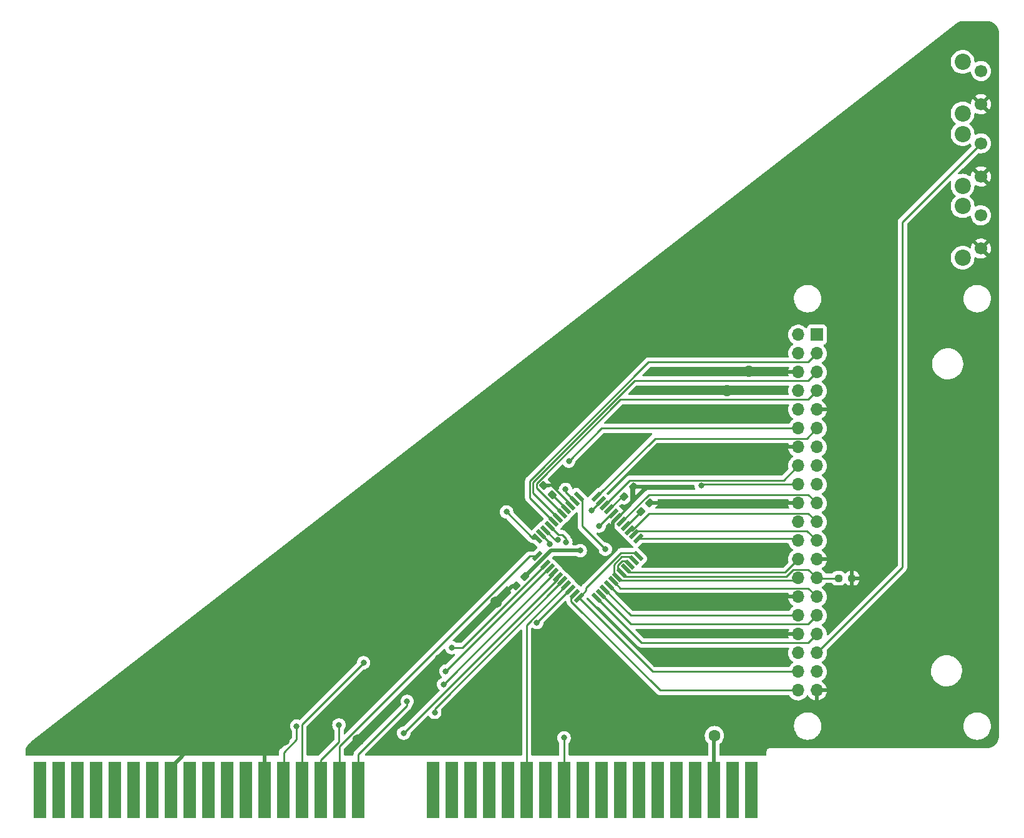
<source format=gbr>
G04 #@! TF.GenerationSoftware,KiCad,Pcbnew,6.99.0-dde629330d~145~ubuntu21.04.1*
G04 #@! TF.CreationDate,2022-01-09T07:55:55+00:00*
G04 #@! TF.ProjectId,videoslotadapter,76696465-6f73-46c6-9f74-616461707465,rev?*
G04 #@! TF.SameCoordinates,Original*
G04 #@! TF.FileFunction,Copper,L1,Top*
G04 #@! TF.FilePolarity,Positive*
%FSLAX46Y46*%
G04 Gerber Fmt 4.6, Leading zero omitted, Abs format (unit mm)*
G04 Created by KiCad (PCBNEW 6.99.0-dde629330d~145~ubuntu21.04.1) date 2022-01-09 07:55:55*
%MOMM*%
%LPD*%
G01*
G04 APERTURE LIST*
G04 Aperture macros list*
%AMRoundRect*
0 Rectangle with rounded corners*
0 $1 Rounding radius*
0 $2 $3 $4 $5 $6 $7 $8 $9 X,Y pos of 4 corners*
0 Add a 4 corners polygon primitive as box body*
4,1,4,$2,$3,$4,$5,$6,$7,$8,$9,$2,$3,0*
0 Add four circle primitives for the rounded corners*
1,1,$1+$1,$2,$3*
1,1,$1+$1,$4,$5*
1,1,$1+$1,$6,$7*
1,1,$1+$1,$8,$9*
0 Add four rect primitives between the rounded corners*
20,1,$1+$1,$2,$3,$4,$5,0*
20,1,$1+$1,$4,$5,$6,$7,0*
20,1,$1+$1,$6,$7,$8,$9,0*
20,1,$1+$1,$8,$9,$2,$3,0*%
%AMRotRect*
0 Rectangle, with rotation*
0 The origin of the aperture is its center*
0 $1 length*
0 $2 width*
0 $3 Rotation angle, in degrees counterclockwise*
0 Add horizontal line*
21,1,$1,$2,0,0,$3*%
G04 Aperture macros list end*
G04 #@! TA.AperFunction,ConnectorPad*
%ADD10R,1.780000X7.620000*%
G04 #@! TD*
G04 #@! TA.AperFunction,SMDPad,CuDef*
%ADD11RoundRect,0.237500X0.044194X0.380070X-0.380070X-0.044194X-0.044194X-0.380070X0.380070X0.044194X0*%
G04 #@! TD*
G04 #@! TA.AperFunction,SMDPad,CuDef*
%ADD12RoundRect,0.237500X0.380070X-0.044194X-0.044194X0.380070X-0.380070X0.044194X0.044194X-0.380070X0*%
G04 #@! TD*
G04 #@! TA.AperFunction,SMDPad,CuDef*
%ADD13RoundRect,0.237500X-0.044194X-0.380070X0.380070X0.044194X0.044194X0.380070X-0.380070X-0.044194X0*%
G04 #@! TD*
G04 #@! TA.AperFunction,ComponentPad*
%ADD14R,1.700000X1.700000*%
G04 #@! TD*
G04 #@! TA.AperFunction,ComponentPad*
%ADD15O,1.700000X1.700000*%
G04 #@! TD*
G04 #@! TA.AperFunction,SMDPad,CuDef*
%ADD16RoundRect,0.237500X-0.250000X-0.237500X0.250000X-0.237500X0.250000X0.237500X-0.250000X0.237500X0*%
G04 #@! TD*
G04 #@! TA.AperFunction,SMDPad,CuDef*
%ADD17RoundRect,0.237500X-0.008839X-0.344715X0.344715X0.008839X0.008839X0.344715X-0.344715X-0.008839X0*%
G04 #@! TD*
G04 #@! TA.AperFunction,SMDPad,CuDef*
%ADD18RotRect,1.500000X0.550000X135.000000*%
G04 #@! TD*
G04 #@! TA.AperFunction,SMDPad,CuDef*
%ADD19RotRect,1.500000X0.550000X225.000000*%
G04 #@! TD*
G04 #@! TA.AperFunction,ComponentPad*
%ADD20C,2.200000*%
G04 #@! TD*
G04 #@! TA.AperFunction,ComponentPad*
%ADD21C,1.700000*%
G04 #@! TD*
G04 #@! TA.AperFunction,ViaPad*
%ADD22C,1.600000*%
G04 #@! TD*
G04 #@! TA.AperFunction,ViaPad*
%ADD23C,0.800000*%
G04 #@! TD*
G04 #@! TA.AperFunction,Conductor*
%ADD24C,0.500000*%
G04 #@! TD*
G04 #@! TA.AperFunction,Conductor*
%ADD25C,0.250000*%
G04 #@! TD*
G04 APERTURE END LIST*
D10*
X209554000Y-112272000D03*
X207014000Y-112272000D03*
X204474000Y-112272000D03*
X201934000Y-112272000D03*
X199394000Y-112272000D03*
X196854000Y-112272000D03*
X194314000Y-112272000D03*
X191774000Y-112272000D03*
X189234000Y-112272000D03*
X186694000Y-112272000D03*
X184154000Y-112272000D03*
X181614000Y-112272000D03*
X179074000Y-112272000D03*
X176534000Y-112272000D03*
X173994000Y-112272000D03*
X171454000Y-112272000D03*
X168914000Y-112272000D03*
X166374000Y-112272000D03*
X156214000Y-112272000D03*
X153674000Y-112272000D03*
X151134000Y-112272000D03*
X148594000Y-112272000D03*
X146054000Y-112272000D03*
X143514000Y-112272000D03*
X140974000Y-112272000D03*
X138434000Y-112272000D03*
X135894000Y-112272000D03*
X133354000Y-112272000D03*
X130814000Y-112272000D03*
X128274000Y-112272000D03*
X125734000Y-112272000D03*
X123194000Y-112272000D03*
X120654000Y-112272000D03*
X118114000Y-112272000D03*
X115574000Y-112272000D03*
X113034000Y-112272000D03*
D11*
X178859880Y-83340120D03*
X177640120Y-84559880D03*
D12*
X182550000Y-72200000D03*
X181330240Y-70980240D03*
D13*
X194540120Y-74509880D03*
X195759880Y-73290120D03*
D14*
X218450000Y-50500000D03*
D15*
X215910000Y-50500000D03*
X218450000Y-53040000D03*
X215910000Y-53040000D03*
X218450000Y-55580000D03*
X215910000Y-55580000D03*
X218450000Y-58120000D03*
X215910000Y-58120000D03*
X218450000Y-60660000D03*
X215910000Y-60660000D03*
X218450000Y-63200000D03*
X215910000Y-63200000D03*
X218450000Y-65740000D03*
X215910000Y-65740000D03*
X218450000Y-68280000D03*
X215910000Y-68280000D03*
X218450000Y-70820000D03*
X215910000Y-70820000D03*
X218450000Y-73360000D03*
X215910000Y-73360000D03*
X218450000Y-75900000D03*
X215910000Y-75900000D03*
X218450000Y-78440000D03*
X215910000Y-78440000D03*
X218450000Y-80980000D03*
X215910000Y-80980000D03*
X218450000Y-83520000D03*
X215910000Y-83520000D03*
X218450000Y-86060000D03*
X215910000Y-86060000D03*
X218450000Y-88600000D03*
X215910000Y-88600000D03*
X218450000Y-91140000D03*
X215910000Y-91140000D03*
X218450000Y-93680000D03*
X215910000Y-93680000D03*
X218450000Y-96220000D03*
X215910000Y-96220000D03*
X218450000Y-98760000D03*
X215910000Y-98760000D03*
D16*
X221387500Y-83550000D03*
X223212500Y-83550000D03*
D17*
X192304765Y-72445235D03*
X193595235Y-71154765D03*
D18*
X188552082Y-86208936D03*
X189117767Y-85643250D03*
X189683452Y-85077565D03*
X190249138Y-84511880D03*
X190814823Y-83946194D03*
X191380509Y-83380509D03*
X191946194Y-82814823D03*
X192511880Y-82249138D03*
X193077565Y-81683452D03*
X193643250Y-81117767D03*
X194208936Y-80552082D03*
D19*
X194208936Y-78147918D03*
X193643250Y-77582233D03*
X193077565Y-77016548D03*
X192511880Y-76450862D03*
X191946194Y-75885177D03*
X191380509Y-75319491D03*
X190814823Y-74753806D03*
X190249138Y-74188120D03*
X189683452Y-73622435D03*
X189117767Y-73056750D03*
X188552082Y-72491064D03*
D18*
X186147918Y-72491064D03*
X185582233Y-73056750D03*
X185016548Y-73622435D03*
X184450862Y-74188120D03*
X183885177Y-74753806D03*
X183319491Y-75319491D03*
X182753806Y-75885177D03*
X182188120Y-76450862D03*
X181622435Y-77016548D03*
X181056750Y-77582233D03*
X180491064Y-78147918D03*
D19*
X180491064Y-80552082D03*
X181056750Y-81117767D03*
X181622435Y-81683452D03*
X182188120Y-82249138D03*
X182753806Y-82814823D03*
X183319491Y-83380509D03*
X183885177Y-83946194D03*
X184450862Y-84511880D03*
X185016548Y-85077565D03*
X185582233Y-85643250D03*
X186147918Y-86208936D03*
D20*
X238225000Y-23275000D03*
X238225000Y-30275000D03*
D21*
X240725000Y-24525000D03*
X240725000Y-29025000D03*
D20*
X238225000Y-20475000D03*
X238225000Y-13475000D03*
D21*
X240725000Y-14725000D03*
X240725000Y-19225000D03*
D20*
X238225000Y-40050000D03*
X238225000Y-33050000D03*
D21*
X240725000Y-34300000D03*
X240725000Y-38800000D03*
D22*
X156150000Y-99800000D03*
X209550000Y-94150000D03*
X156200000Y-105500000D03*
X211450000Y-61350000D03*
X210600000Y-80250000D03*
X146100000Y-105500000D03*
X191750000Y-65950000D03*
X172950000Y-68775000D03*
X208900000Y-51450000D03*
X143550000Y-105450000D03*
X174900000Y-86800000D03*
X167350000Y-94550000D03*
X171950000Y-100650000D03*
X199600000Y-80350000D03*
X209250000Y-55500000D03*
X136950000Y-101675000D03*
X206250000Y-58100000D03*
X191200000Y-78550000D03*
X151150000Y-105500000D03*
X161250000Y-94450000D03*
X198800000Y-61250000D03*
X199800000Y-94400000D03*
D23*
X186350000Y-79800000D03*
X182550000Y-72200000D03*
X194540120Y-74509880D03*
X188900000Y-76450000D03*
X182200000Y-78950000D03*
X162400000Y-104550000D03*
X187850000Y-74350000D03*
X162850000Y-100250000D03*
X183300000Y-78350000D03*
X168900000Y-92950000D03*
X156950000Y-95000000D03*
X166600000Y-101750000D03*
X180444024Y-89544024D03*
X153600000Y-103450000D03*
X184400000Y-78700000D03*
X168100000Y-96150000D03*
X167800000Y-97950000D03*
X147869000Y-103600000D03*
X184350000Y-71500000D03*
X202750000Y-70972540D03*
X176350000Y-74550000D03*
X184800000Y-67650000D03*
D22*
X204550000Y-104900000D03*
D23*
X184150000Y-105200000D03*
X189750000Y-79600000D03*
D24*
X156150000Y-99800000D02*
X161250000Y-94700000D01*
X190771400Y-75928600D02*
X190771400Y-78121400D01*
D25*
X193211990Y-71538010D02*
X193595235Y-71154765D01*
D24*
X130814000Y-112272000D02*
X130814000Y-109212978D01*
X177640120Y-84559880D02*
X177140120Y-84559880D01*
X190771400Y-78121400D02*
X191200000Y-78550000D01*
D25*
X185016548Y-73622435D02*
X185016548Y-73535162D01*
D24*
X209330000Y-55580000D02*
X209250000Y-55500000D01*
D25*
X193211990Y-73488010D02*
X193211990Y-71538010D01*
X185016548Y-73535162D02*
X182461626Y-70980240D01*
D24*
X161250000Y-94700000D02*
X161250000Y-94450000D01*
X136950000Y-103076978D02*
X136950000Y-101675000D01*
D25*
X195829760Y-73360000D02*
X195759880Y-73290120D01*
X191380509Y-75319491D02*
X193211990Y-73488010D01*
D24*
X130814000Y-109212978D02*
X136950000Y-103076978D01*
X143514000Y-105486000D02*
X143550000Y-105450000D01*
D25*
X182461626Y-70980240D02*
X181330240Y-70980240D01*
D24*
X191380509Y-75319491D02*
X190771400Y-75928600D01*
X143514000Y-112272000D02*
X143514000Y-105486000D01*
D25*
X191797258Y-86060000D02*
X190249138Y-84511880D01*
D24*
X215910000Y-55580000D02*
X209330000Y-55580000D01*
D25*
X215910000Y-73360000D02*
X195829760Y-73360000D01*
D24*
X177140120Y-84559880D02*
X174900000Y-86800000D01*
D25*
X215910000Y-86060000D02*
X191797258Y-86060000D01*
X192511880Y-76450862D02*
X192599138Y-76450862D01*
X192599138Y-76450862D02*
X194540120Y-74509880D01*
X181056750Y-81143250D02*
X178859880Y-83340120D01*
X181056750Y-81117767D02*
X181056750Y-81143250D01*
D24*
X182400000Y-79800000D02*
X186350000Y-79800000D01*
D25*
X184450862Y-74188120D02*
X184450862Y-74100862D01*
X184450862Y-74100862D02*
X182550000Y-72200000D01*
D24*
X178859880Y-83340120D02*
X182400000Y-79800000D01*
D25*
X190596194Y-74753806D02*
X190814823Y-74753806D01*
X188900000Y-76450000D02*
X190596194Y-74753806D01*
X182200000Y-78725483D02*
X181056750Y-77582233D01*
X182200000Y-78950000D02*
X182200000Y-78725483D01*
X179482916Y-80552082D02*
X153674000Y-106360998D01*
X180491064Y-80552082D02*
X179482916Y-80552082D01*
X153674000Y-106360998D02*
X153674000Y-112272000D01*
X183319491Y-83663336D02*
X162432827Y-104550000D01*
X183319491Y-83380509D02*
X183319491Y-83663336D01*
X162432827Y-104550000D02*
X162400000Y-104550000D01*
X189117767Y-73056750D02*
X189117767Y-73082233D01*
X162850000Y-100815685D02*
X156214000Y-107451685D01*
X162850000Y-100250000D02*
X162850000Y-100815685D01*
X189117767Y-73082233D02*
X187850000Y-74350000D01*
X156214000Y-107451685D02*
X156214000Y-112272000D01*
X182955887Y-78350000D02*
X181622435Y-77016548D01*
X183300000Y-78350000D02*
X182955887Y-78350000D01*
X170381386Y-92950000D02*
X168900000Y-92950000D01*
X181622435Y-81683452D02*
X181622435Y-81708951D01*
X156950000Y-95000000D02*
X148594000Y-103356000D01*
X181622435Y-81708951D02*
X170381386Y-92950000D01*
X148594000Y-103356000D02*
X148594000Y-112272000D01*
X166600000Y-101750000D02*
X166600000Y-101231371D01*
X166600000Y-101231371D02*
X183885177Y-83946194D01*
X153600000Y-105746000D02*
X153600000Y-103450000D01*
X180444024Y-89544024D02*
X184910483Y-85077565D01*
X151134000Y-112272000D02*
X151134000Y-108212000D01*
X151134000Y-108212000D02*
X153600000Y-105746000D01*
X184910483Y-85077565D02*
X185016548Y-85077565D01*
X184400000Y-78134315D02*
X183890684Y-77624999D01*
X183362257Y-77624999D02*
X182188120Y-76450862D01*
X184400000Y-78700000D02*
X184400000Y-78134315D01*
X183890684Y-77624999D02*
X183362257Y-77624999D01*
X182188120Y-82249138D02*
X182000862Y-82249138D01*
X182000862Y-82249138D02*
X168100000Y-96150000D01*
X182753806Y-82814823D02*
X182753806Y-82996194D01*
X146115002Y-107150000D02*
X146115002Y-112210998D01*
X147869000Y-105396002D02*
X146115002Y-107150000D01*
X147869000Y-103600000D02*
X147869000Y-105396002D01*
X182753806Y-82996194D02*
X167800000Y-97950000D01*
X146115002Y-112210998D02*
X146054000Y-112272000D01*
X185098124Y-86127359D02*
X185098124Y-86679436D01*
X185582233Y-85643250D02*
X185098124Y-86127359D01*
X197178688Y-98760000D02*
X215910000Y-98760000D01*
X185098124Y-86679436D02*
X197178688Y-98760000D01*
X193724827Y-80067973D02*
X191899931Y-80067973D01*
X191899931Y-80067973D02*
X187150000Y-84817904D01*
X196158982Y-96220000D02*
X215910000Y-96220000D01*
X194208936Y-80552082D02*
X193724827Y-80067973D01*
X186147918Y-86208936D02*
X196158982Y-96220000D01*
X187150000Y-85206854D02*
X186147918Y-86208936D01*
X187150000Y-84817904D02*
X187150000Y-85206854D01*
X230050000Y-35200000D02*
X230050000Y-82080000D01*
X240725000Y-24525000D02*
X230050000Y-35200000D01*
X230050000Y-82080000D02*
X218450000Y-93680000D01*
X194658147Y-92315001D02*
X217274999Y-92315001D01*
X188552082Y-86208936D02*
X194658147Y-92315001D01*
X217274999Y-92315001D02*
X218450000Y-91140000D01*
X193205887Y-88600000D02*
X215910000Y-88600000D01*
X189683452Y-85077565D02*
X193205887Y-88600000D01*
X189117767Y-85643250D02*
X193249518Y-89775001D01*
X217274999Y-89775001D02*
X218450000Y-88600000D01*
X193249518Y-89775001D02*
X217274999Y-89775001D01*
X191753628Y-84884999D02*
X217274999Y-84884999D01*
X190814823Y-83946194D02*
X191753628Y-84884999D01*
X217274999Y-84884999D02*
X218450000Y-86060000D01*
X191864617Y-83864617D02*
X215565383Y-83864617D01*
X190896400Y-81707914D02*
X190896400Y-82896400D01*
X215565383Y-83864617D02*
X215910000Y-83520000D01*
X193159141Y-80633658D02*
X191970656Y-80633658D01*
X193643250Y-81117767D02*
X193159141Y-80633658D01*
X190896400Y-82896400D02*
X191380509Y-83380509D01*
X191380509Y-83380509D02*
X191864617Y-83864617D01*
X191970656Y-80633658D02*
X190896400Y-81707914D01*
X217274999Y-82344999D02*
X218450000Y-83520000D01*
X221387500Y-83550000D02*
X218480000Y-83550000D01*
X192593457Y-81199344D02*
X192041380Y-81199344D01*
X193077565Y-81683452D02*
X192593457Y-81199344D01*
X192041380Y-81199344D02*
X191462086Y-81778638D01*
X214301068Y-83298932D02*
X215255001Y-82344999D01*
X191462086Y-82330715D02*
X191946194Y-82814823D01*
X192430303Y-83298932D02*
X214301068Y-83298932D01*
X218480000Y-83550000D02*
X218450000Y-83520000D01*
X191462086Y-81778638D02*
X191462086Y-82330715D01*
X191946194Y-82814823D02*
X192430303Y-83298932D01*
X215255001Y-82344999D02*
X217274999Y-82344999D01*
X192995988Y-82733246D02*
X214156754Y-82733246D01*
X192511880Y-82249138D02*
X192995988Y-82733246D01*
X214156754Y-82733246D02*
X215910000Y-80980000D01*
X194208936Y-78147918D02*
X215617918Y-78147918D01*
X215617918Y-78147918D02*
X215910000Y-78440000D01*
X194127359Y-77098124D02*
X217108124Y-77098124D01*
X217108124Y-77098124D02*
X218450000Y-78440000D01*
X193643250Y-77582233D02*
X194127359Y-77098124D01*
X193360391Y-77016548D02*
X195651940Y-74724999D01*
X217274999Y-74724999D02*
X218450000Y-75900000D01*
X195651940Y-74724999D02*
X217274999Y-74724999D01*
X193077565Y-77016548D02*
X193360391Y-77016548D01*
X195646372Y-72184999D02*
X217274999Y-72184999D01*
X191946194Y-75885177D02*
X195646372Y-72184999D01*
X217274999Y-72184999D02*
X218450000Y-73360000D01*
X202902540Y-70820000D02*
X202750000Y-70972540D01*
X215910000Y-70820000D02*
X202902540Y-70820000D01*
X184350000Y-71824517D02*
X185582233Y-73056750D01*
X184350000Y-71500000D02*
X184350000Y-71824517D01*
X193058347Y-70247540D02*
X213942460Y-70247540D01*
X213942460Y-70247540D02*
X215910000Y-68280000D01*
X189683452Y-73622435D02*
X193058347Y-70247540D01*
X176350000Y-74550000D02*
X179947918Y-78147918D01*
X189250000Y-63200000D02*
X184800000Y-67650000D01*
X179947918Y-78147918D02*
X180491064Y-78147918D01*
X215910000Y-63200000D02*
X189250000Y-63200000D01*
X196478147Y-64564999D02*
X217085001Y-64564999D01*
X188552082Y-72491064D02*
X196478147Y-64564999D01*
X217085001Y-64564999D02*
X218450000Y-63200000D01*
X180387660Y-70703046D02*
X191795705Y-59295001D01*
X180387660Y-71256289D02*
X180387660Y-70703046D01*
X183885177Y-74753806D02*
X180387660Y-71256289D01*
X191795705Y-59295001D02*
X217274999Y-59295001D01*
X217274999Y-59295001D02*
X218450000Y-58120000D01*
X217274999Y-56755001D02*
X218450000Y-55580000D01*
X179937651Y-70516645D02*
X193699295Y-56755001D01*
X193699295Y-56755001D02*
X217274999Y-56755001D01*
X183319491Y-75319491D02*
X179937651Y-71937651D01*
X179937651Y-71937651D02*
X179937651Y-70516645D01*
D24*
X204474000Y-104976000D02*
X204550000Y-104900000D01*
X204474000Y-112272000D02*
X204474000Y-104976000D01*
D25*
X179487642Y-70330244D02*
X195602885Y-54215001D01*
X195602885Y-54215001D02*
X217274999Y-54215001D01*
X217274999Y-54215001D02*
X218450000Y-53040000D01*
X179487642Y-72619013D02*
X179487642Y-70330244D01*
X182753806Y-75885177D02*
X179487642Y-72619013D01*
X184150000Y-112268000D02*
X184154000Y-112272000D01*
X186632027Y-76482027D02*
X189750000Y-79600000D01*
X186147918Y-72491064D02*
X186632027Y-72975173D01*
X186632027Y-72975173D02*
X186632027Y-76482027D01*
X184150000Y-105200000D02*
X184150000Y-112268000D01*
X184450862Y-84511880D02*
X179074000Y-89888742D01*
X179074000Y-89888742D02*
X179074000Y-112272000D01*
X192304765Y-72445235D02*
X191992023Y-72445235D01*
X191992023Y-72445235D02*
X190249138Y-74188120D01*
G04 #@! TA.AperFunction,Conductor*
G36*
X241486056Y-7925500D02*
G01*
X241487496Y-7925724D01*
X241500858Y-7927805D01*
X241500861Y-7927805D01*
X241509730Y-7929186D01*
X241518632Y-7928022D01*
X241518634Y-7928022D01*
X241522174Y-7927559D01*
X241524957Y-7927195D01*
X241550279Y-7926452D01*
X241700962Y-7937229D01*
X241741971Y-7940162D01*
X241759765Y-7942720D01*
X241972337Y-7988962D01*
X241989586Y-7994027D01*
X242042298Y-8013687D01*
X242193414Y-8070050D01*
X242209761Y-8077516D01*
X242400692Y-8181773D01*
X242415815Y-8191492D01*
X242589965Y-8321859D01*
X242603551Y-8333632D01*
X242757368Y-8487449D01*
X242769141Y-8501035D01*
X242899508Y-8675185D01*
X242909227Y-8690308D01*
X243013484Y-8881239D01*
X243020950Y-8897586D01*
X243051913Y-8980602D01*
X243096973Y-9101414D01*
X243102038Y-9118663D01*
X243148280Y-9331235D01*
X243150838Y-9349029D01*
X243164041Y-9533628D01*
X243163297Y-9551532D01*
X243163195Y-9559858D01*
X243161814Y-9568730D01*
X243162978Y-9577632D01*
X243162978Y-9577635D01*
X243165936Y-9600251D01*
X243167000Y-9616589D01*
X243167000Y-104882509D01*
X243165500Y-104901894D01*
X243163095Y-104917337D01*
X243163095Y-104917341D01*
X243161714Y-104926210D01*
X243162878Y-104935112D01*
X243162878Y-104935114D01*
X243163705Y-104941435D01*
X243164448Y-104966759D01*
X243162615Y-104992389D01*
X243150738Y-105158451D01*
X243148180Y-105176245D01*
X243101938Y-105388817D01*
X243096873Y-105406066D01*
X243020850Y-105609894D01*
X243013384Y-105626241D01*
X242909127Y-105817172D01*
X242899408Y-105832295D01*
X242769041Y-106006445D01*
X242757268Y-106020031D01*
X242603451Y-106173848D01*
X242589865Y-106185621D01*
X242415715Y-106315988D01*
X242400592Y-106325707D01*
X242209661Y-106429964D01*
X242193314Y-106437430D01*
X242074138Y-106481880D01*
X241989486Y-106513453D01*
X241972237Y-106518518D01*
X241759665Y-106564760D01*
X241741871Y-106567318D01*
X241719834Y-106568894D01*
X241557269Y-106580521D01*
X241539368Y-106579777D01*
X241531042Y-106579675D01*
X241522170Y-106578294D01*
X241513268Y-106579458D01*
X241513265Y-106579458D01*
X241490649Y-106582416D01*
X241474311Y-106583480D01*
X212144555Y-106583480D01*
X212143817Y-106583478D01*
X212065938Y-106583022D01*
X212037613Y-106591125D01*
X212020827Y-106594710D01*
X212015549Y-106595466D01*
X211991675Y-106598885D01*
X211983508Y-106602598D01*
X211983502Y-106602600D01*
X211968254Y-106609533D01*
X211950763Y-106615971D01*
X211926036Y-106623045D01*
X211901125Y-106638771D01*
X211886028Y-106646920D01*
X211859210Y-106659113D01*
X211852407Y-106664975D01*
X211839723Y-106675904D01*
X211824740Y-106686994D01*
X211802989Y-106700725D01*
X211797050Y-106707453D01*
X211797049Y-106707454D01*
X211783501Y-106722803D01*
X211771284Y-106734875D01*
X211748973Y-106754099D01*
X211744090Y-106761633D01*
X211734988Y-106775676D01*
X211723715Y-106790533D01*
X211712632Y-106803087D01*
X211712630Y-106803091D01*
X211706692Y-106809817D01*
X211694180Y-106836483D01*
X211685848Y-106851488D01*
X211674709Y-106868674D01*
X211674708Y-106868677D01*
X211669827Y-106876207D01*
X211662457Y-106900850D01*
X211655809Y-106918264D01*
X211648696Y-106933425D01*
X211644883Y-106941553D01*
X211643505Y-106950419D01*
X211643504Y-106950422D01*
X211640361Y-106970648D01*
X211636572Y-106987403D01*
X211630705Y-107007019D01*
X211630704Y-107007023D01*
X211628133Y-107015621D01*
X211628078Y-107024593D01*
X211628078Y-107024595D01*
X211627923Y-107050051D01*
X211627888Y-107050889D01*
X211627710Y-107052033D01*
X211627711Y-107055138D01*
X211627718Y-107083086D01*
X211627716Y-107083857D01*
X211627244Y-107161132D01*
X211627643Y-107162527D01*
X211627738Y-107163925D01*
X211627817Y-107473968D01*
X211607832Y-107542094D01*
X211554188Y-107588600D01*
X211501817Y-107600000D01*
X205358500Y-107600000D01*
X205290379Y-107579998D01*
X205243886Y-107526342D01*
X205232500Y-107474000D01*
X205232500Y-106085083D01*
X205252502Y-106016962D01*
X205286228Y-105981871D01*
X205344019Y-105941405D01*
X205389789Y-105909357D01*
X205389792Y-105909355D01*
X205394300Y-105906198D01*
X205556198Y-105744300D01*
X205687523Y-105556749D01*
X205689846Y-105551767D01*
X205689849Y-105551762D01*
X205781961Y-105354225D01*
X205781961Y-105354224D01*
X205784284Y-105349243D01*
X205843543Y-105128087D01*
X205863498Y-104900000D01*
X205843543Y-104671913D01*
X205827326Y-104611389D01*
X205785707Y-104456067D01*
X205785706Y-104456065D01*
X205784284Y-104450757D01*
X205766567Y-104412763D01*
X205689849Y-104248238D01*
X205689846Y-104248233D01*
X205687523Y-104243251D01*
X205556198Y-104055700D01*
X205394300Y-103893802D01*
X205389792Y-103890645D01*
X205389789Y-103890643D01*
X205282146Y-103815271D01*
X205206749Y-103762477D01*
X205201767Y-103760154D01*
X205201762Y-103760151D01*
X205004225Y-103668039D01*
X205004224Y-103668039D01*
X204999243Y-103665716D01*
X204993935Y-103664294D01*
X204993933Y-103664293D01*
X204911769Y-103642277D01*
X215337009Y-103642277D01*
X215362625Y-103910769D01*
X215363710Y-103915203D01*
X215363711Y-103915209D01*
X215409947Y-104104158D01*
X215426731Y-104172750D01*
X215527985Y-104422733D01*
X215620476Y-104580696D01*
X215638448Y-104611389D01*
X215664265Y-104655482D01*
X215726548Y-104733363D01*
X215784686Y-104806060D01*
X215832716Y-104866119D01*
X216029809Y-105050234D01*
X216251416Y-105203968D01*
X216255499Y-105205999D01*
X216255502Y-105206001D01*
X216301463Y-105228866D01*
X216492894Y-105324101D01*
X216497228Y-105325522D01*
X216497231Y-105325523D01*
X216744853Y-105406698D01*
X216744859Y-105406699D01*
X216749186Y-105408118D01*
X216753677Y-105408898D01*
X216753678Y-105408898D01*
X217011140Y-105453601D01*
X217011148Y-105453602D01*
X217014921Y-105454257D01*
X217018758Y-105454448D01*
X217098578Y-105458422D01*
X217098586Y-105458422D01*
X217100149Y-105458500D01*
X217268512Y-105458500D01*
X217270780Y-105458335D01*
X217270792Y-105458335D01*
X217401884Y-105448823D01*
X217469004Y-105443953D01*
X217473459Y-105442969D01*
X217473462Y-105442969D01*
X217727912Y-105386791D01*
X217727916Y-105386790D01*
X217732372Y-105385806D01*
X217866852Y-105334856D01*
X217980318Y-105291868D01*
X217980321Y-105291867D01*
X217984588Y-105290250D01*
X218200174Y-105170503D01*
X218216375Y-105161504D01*
X218216376Y-105161503D01*
X218220368Y-105159286D01*
X218434773Y-104995657D01*
X218623312Y-104802792D01*
X218782034Y-104584730D01*
X218849727Y-104456067D01*
X218905490Y-104350079D01*
X218905493Y-104350073D01*
X218907615Y-104346039D01*
X218926391Y-104292872D01*
X218995902Y-104096033D01*
X218995902Y-104096032D01*
X218997425Y-104091720D01*
X219040902Y-103871134D01*
X219048700Y-103831572D01*
X219048701Y-103831566D01*
X219049581Y-103827100D01*
X219051119Y-103796206D01*
X219058782Y-103642277D01*
X238337009Y-103642277D01*
X238362625Y-103910769D01*
X238363710Y-103915203D01*
X238363711Y-103915209D01*
X238409947Y-104104158D01*
X238426731Y-104172750D01*
X238527985Y-104422733D01*
X238620476Y-104580696D01*
X238638448Y-104611389D01*
X238664265Y-104655482D01*
X238726548Y-104733363D01*
X238784686Y-104806060D01*
X238832716Y-104866119D01*
X239029809Y-105050234D01*
X239251416Y-105203968D01*
X239255499Y-105205999D01*
X239255502Y-105206001D01*
X239301463Y-105228866D01*
X239492894Y-105324101D01*
X239497228Y-105325522D01*
X239497231Y-105325523D01*
X239744853Y-105406698D01*
X239744859Y-105406699D01*
X239749186Y-105408118D01*
X239753677Y-105408898D01*
X239753678Y-105408898D01*
X240011140Y-105453601D01*
X240011148Y-105453602D01*
X240014921Y-105454257D01*
X240018758Y-105454448D01*
X240098578Y-105458422D01*
X240098586Y-105458422D01*
X240100149Y-105458500D01*
X240268512Y-105458500D01*
X240270780Y-105458335D01*
X240270792Y-105458335D01*
X240401884Y-105448823D01*
X240469004Y-105443953D01*
X240473459Y-105442969D01*
X240473462Y-105442969D01*
X240727912Y-105386791D01*
X240727916Y-105386790D01*
X240732372Y-105385806D01*
X240866852Y-105334856D01*
X240980318Y-105291868D01*
X240980321Y-105291867D01*
X240984588Y-105290250D01*
X241200174Y-105170503D01*
X241216375Y-105161504D01*
X241216376Y-105161503D01*
X241220368Y-105159286D01*
X241434773Y-104995657D01*
X241623312Y-104802792D01*
X241782034Y-104584730D01*
X241849727Y-104456067D01*
X241905490Y-104350079D01*
X241905493Y-104350073D01*
X241907615Y-104346039D01*
X241926391Y-104292872D01*
X241995902Y-104096033D01*
X241995902Y-104096032D01*
X241997425Y-104091720D01*
X242040902Y-103871134D01*
X242048700Y-103831572D01*
X242048701Y-103831566D01*
X242049581Y-103827100D01*
X242051119Y-103796206D01*
X242062764Y-103562292D01*
X242062764Y-103562286D01*
X242062991Y-103557723D01*
X242037375Y-103289231D01*
X242021101Y-103222721D01*
X241974355Y-103031688D01*
X241973269Y-103027250D01*
X241872015Y-102777267D01*
X241735735Y-102544518D01*
X241617928Y-102397208D01*
X241570136Y-102337447D01*
X241570135Y-102337445D01*
X241567284Y-102333881D01*
X241370191Y-102149766D01*
X241148584Y-101996032D01*
X241144501Y-101994001D01*
X241144498Y-101993999D01*
X240979606Y-101911967D01*
X240907106Y-101875899D01*
X240902772Y-101874478D01*
X240902769Y-101874477D01*
X240655147Y-101793302D01*
X240655141Y-101793301D01*
X240650814Y-101791882D01*
X240646322Y-101791102D01*
X240388860Y-101746399D01*
X240388852Y-101746398D01*
X240385079Y-101745743D01*
X240373817Y-101745182D01*
X240301422Y-101741578D01*
X240301414Y-101741578D01*
X240299851Y-101741500D01*
X240131488Y-101741500D01*
X240129220Y-101741665D01*
X240129208Y-101741665D01*
X239998116Y-101751177D01*
X239930996Y-101756047D01*
X239926541Y-101757031D01*
X239926538Y-101757031D01*
X239672088Y-101813209D01*
X239672084Y-101813210D01*
X239667628Y-101814194D01*
X239541520Y-101861972D01*
X239419682Y-101908132D01*
X239419679Y-101908133D01*
X239415412Y-101909750D01*
X239179632Y-102040714D01*
X238965227Y-102204343D01*
X238962034Y-102207609D01*
X238962032Y-102207611D01*
X238884479Y-102286944D01*
X238776688Y-102397208D01*
X238617966Y-102615270D01*
X238595944Y-102657128D01*
X238494510Y-102849921D01*
X238494507Y-102849927D01*
X238492385Y-102853961D01*
X238490865Y-102858266D01*
X238490863Y-102858270D01*
X238418545Y-103063056D01*
X238402575Y-103108280D01*
X238401692Y-103112762D01*
X238371364Y-103266635D01*
X238350419Y-103372900D01*
X238350192Y-103377453D01*
X238350192Y-103377456D01*
X238337453Y-103633365D01*
X238337009Y-103642277D01*
X219058782Y-103642277D01*
X219062764Y-103562292D01*
X219062764Y-103562286D01*
X219062991Y-103557723D01*
X219037375Y-103289231D01*
X219021101Y-103222721D01*
X218974355Y-103031688D01*
X218973269Y-103027250D01*
X218872015Y-102777267D01*
X218735735Y-102544518D01*
X218617928Y-102397208D01*
X218570136Y-102337447D01*
X218570135Y-102337445D01*
X218567284Y-102333881D01*
X218370191Y-102149766D01*
X218148584Y-101996032D01*
X218144501Y-101994001D01*
X218144498Y-101993999D01*
X217979606Y-101911967D01*
X217907106Y-101875899D01*
X217902772Y-101874478D01*
X217902769Y-101874477D01*
X217655147Y-101793302D01*
X217655141Y-101793301D01*
X217650814Y-101791882D01*
X217646322Y-101791102D01*
X217388860Y-101746399D01*
X217388852Y-101746398D01*
X217385079Y-101745743D01*
X217373817Y-101745182D01*
X217301422Y-101741578D01*
X217301414Y-101741578D01*
X217299851Y-101741500D01*
X217131488Y-101741500D01*
X217129220Y-101741665D01*
X217129208Y-101741665D01*
X216998116Y-101751177D01*
X216930996Y-101756047D01*
X216926541Y-101757031D01*
X216926538Y-101757031D01*
X216672088Y-101813209D01*
X216672084Y-101813210D01*
X216667628Y-101814194D01*
X216541520Y-101861972D01*
X216419682Y-101908132D01*
X216419679Y-101908133D01*
X216415412Y-101909750D01*
X216179632Y-102040714D01*
X215965227Y-102204343D01*
X215962034Y-102207609D01*
X215962032Y-102207611D01*
X215884479Y-102286944D01*
X215776688Y-102397208D01*
X215617966Y-102615270D01*
X215595944Y-102657128D01*
X215494510Y-102849921D01*
X215494507Y-102849927D01*
X215492385Y-102853961D01*
X215490865Y-102858266D01*
X215490863Y-102858270D01*
X215418545Y-103063056D01*
X215402575Y-103108280D01*
X215401692Y-103112762D01*
X215371364Y-103266635D01*
X215350419Y-103372900D01*
X215350192Y-103377453D01*
X215350192Y-103377456D01*
X215337453Y-103633365D01*
X215337009Y-103642277D01*
X204911769Y-103642277D01*
X204783402Y-103607881D01*
X204783400Y-103607881D01*
X204778087Y-103606457D01*
X204550000Y-103586502D01*
X204321913Y-103606457D01*
X204316600Y-103607881D01*
X204316598Y-103607881D01*
X204106067Y-103664293D01*
X204106065Y-103664294D01*
X204100757Y-103665716D01*
X204095776Y-103668039D01*
X204095775Y-103668039D01*
X203898238Y-103760151D01*
X203898233Y-103760154D01*
X203893251Y-103762477D01*
X203817854Y-103815271D01*
X203710211Y-103890643D01*
X203710208Y-103890645D01*
X203705700Y-103893802D01*
X203543802Y-104055700D01*
X203412477Y-104243251D01*
X203410154Y-104248233D01*
X203410151Y-104248238D01*
X203333433Y-104412763D01*
X203315716Y-104450757D01*
X203314294Y-104456065D01*
X203314293Y-104456067D01*
X203272674Y-104611389D01*
X203256457Y-104671913D01*
X203236502Y-104900000D01*
X203256457Y-105128087D01*
X203315716Y-105349243D01*
X203318039Y-105354224D01*
X203318039Y-105354225D01*
X203410151Y-105551762D01*
X203410154Y-105551767D01*
X203412477Y-105556749D01*
X203543802Y-105744300D01*
X203678595Y-105879093D01*
X203712621Y-105941405D01*
X203715500Y-105968188D01*
X203715500Y-107474000D01*
X203695498Y-107542121D01*
X203641842Y-107588614D01*
X203589500Y-107600000D01*
X184909500Y-107600000D01*
X184841379Y-107579998D01*
X184794886Y-107526342D01*
X184783500Y-107474000D01*
X184783500Y-105902524D01*
X184803502Y-105834403D01*
X184815858Y-105818221D01*
X184889040Y-105736944D01*
X184984527Y-105571556D01*
X185043542Y-105389928D01*
X185047295Y-105354225D01*
X185062814Y-105206565D01*
X185063504Y-105200000D01*
X185059137Y-105158451D01*
X185044232Y-105016635D01*
X185044232Y-105016633D01*
X185043542Y-105010072D01*
X184984527Y-104828444D01*
X184889040Y-104663056D01*
X184882221Y-104655482D01*
X184765675Y-104526045D01*
X184765674Y-104526044D01*
X184761253Y-104521134D01*
X184606752Y-104408882D01*
X184600724Y-104406198D01*
X184600722Y-104406197D01*
X184438319Y-104333891D01*
X184438318Y-104333891D01*
X184432288Y-104331206D01*
X184338888Y-104311353D01*
X184251944Y-104292872D01*
X184251939Y-104292872D01*
X184245487Y-104291500D01*
X184054513Y-104291500D01*
X184048061Y-104292872D01*
X184048056Y-104292872D01*
X183961112Y-104311353D01*
X183867712Y-104331206D01*
X183861682Y-104333891D01*
X183861681Y-104333891D01*
X183699278Y-104406197D01*
X183699276Y-104406198D01*
X183693248Y-104408882D01*
X183538747Y-104521134D01*
X183534326Y-104526044D01*
X183534325Y-104526045D01*
X183417780Y-104655482D01*
X183410960Y-104663056D01*
X183315473Y-104828444D01*
X183256458Y-105010072D01*
X183255768Y-105016633D01*
X183255768Y-105016635D01*
X183240863Y-105158451D01*
X183236496Y-105200000D01*
X183237186Y-105206565D01*
X183252706Y-105354225D01*
X183256458Y-105389928D01*
X183315473Y-105571556D01*
X183410960Y-105736944D01*
X183484137Y-105818215D01*
X183514853Y-105882221D01*
X183516500Y-105902524D01*
X183516500Y-107474000D01*
X183496498Y-107542121D01*
X183442842Y-107588614D01*
X183390500Y-107600000D01*
X179833500Y-107600000D01*
X179765379Y-107579998D01*
X179718886Y-107526342D01*
X179707500Y-107474000D01*
X179707500Y-90379164D01*
X179727502Y-90311043D01*
X179781158Y-90264550D01*
X179851432Y-90254446D01*
X179907560Y-90277228D01*
X179987272Y-90335142D01*
X179993300Y-90337826D01*
X179993302Y-90337827D01*
X180155705Y-90410133D01*
X180161736Y-90412818D01*
X180235528Y-90428503D01*
X180342080Y-90451152D01*
X180342085Y-90451152D01*
X180348537Y-90452524D01*
X180539511Y-90452524D01*
X180545963Y-90451152D01*
X180545968Y-90451152D01*
X180652520Y-90428503D01*
X180726312Y-90412818D01*
X180732343Y-90410133D01*
X180894746Y-90337827D01*
X180894748Y-90337826D01*
X180900776Y-90335142D01*
X181055277Y-90222890D01*
X181183064Y-90080968D01*
X181278551Y-89915580D01*
X181337566Y-89733952D01*
X181354931Y-89568730D01*
X181381944Y-89503074D01*
X181391146Y-89492806D01*
X184249779Y-86634174D01*
X184312091Y-86600148D01*
X184382907Y-86605213D01*
X184439742Y-86647760D01*
X184464624Y-86715355D01*
X184464624Y-86719292D01*
X184465121Y-86723226D01*
X184465121Y-86723227D01*
X184465129Y-86723292D01*
X184466062Y-86735129D01*
X184467451Y-86779325D01*
X184473102Y-86798775D01*
X184477111Y-86818136D01*
X184479650Y-86838233D01*
X184482569Y-86845604D01*
X184482569Y-86845606D01*
X184495928Y-86879348D01*
X184499773Y-86890578D01*
X184512106Y-86933029D01*
X184516139Y-86939848D01*
X184516141Y-86939853D01*
X184522417Y-86950464D01*
X184531112Y-86968212D01*
X184538572Y-86987053D01*
X184543234Y-86993469D01*
X184543234Y-86993470D01*
X184564560Y-87022823D01*
X184571076Y-87032743D01*
X184573736Y-87037240D01*
X184593582Y-87070798D01*
X184607903Y-87085119D01*
X184620743Y-87100152D01*
X184632652Y-87116543D01*
X184638758Y-87121594D01*
X184666729Y-87144734D01*
X184675508Y-87152724D01*
X196675031Y-99152247D01*
X196682575Y-99160537D01*
X196686688Y-99167018D01*
X196692465Y-99172443D01*
X196736355Y-99213658D01*
X196739197Y-99216413D01*
X196758918Y-99236134D01*
X196762113Y-99238612D01*
X196771135Y-99246318D01*
X196803367Y-99276586D01*
X196810316Y-99280406D01*
X196821120Y-99286346D01*
X196837644Y-99297199D01*
X196853647Y-99309613D01*
X196894231Y-99327176D01*
X196904861Y-99332383D01*
X196943628Y-99353695D01*
X196951305Y-99355666D01*
X196951310Y-99355668D01*
X196963246Y-99358732D01*
X196981954Y-99365137D01*
X197000543Y-99373181D01*
X197008368Y-99374420D01*
X197008370Y-99374421D01*
X197044207Y-99380097D01*
X197055828Y-99382504D01*
X197090977Y-99391528D01*
X197098658Y-99393500D01*
X197118919Y-99393500D01*
X197138628Y-99395051D01*
X197158631Y-99398219D01*
X197166523Y-99397473D01*
X197171750Y-99396979D01*
X197202642Y-99394059D01*
X197214499Y-99393500D01*
X214634274Y-99393500D01*
X214702395Y-99413502D01*
X214741707Y-99453665D01*
X214809987Y-99565088D01*
X214956250Y-99733938D01*
X215128126Y-99876632D01*
X215321000Y-99989338D01*
X215529692Y-100069030D01*
X215534760Y-100070061D01*
X215534763Y-100070062D01*
X215629862Y-100089410D01*
X215748597Y-100113567D01*
X215753772Y-100113757D01*
X215753774Y-100113757D01*
X215966673Y-100121564D01*
X215966677Y-100121564D01*
X215971837Y-100121753D01*
X215976957Y-100121097D01*
X215976959Y-100121097D01*
X216188288Y-100094025D01*
X216188289Y-100094025D01*
X216193416Y-100093368D01*
X216198366Y-100091883D01*
X216402429Y-100030661D01*
X216402434Y-100030659D01*
X216407384Y-100029174D01*
X216607994Y-99930896D01*
X216789860Y-99801173D01*
X216948096Y-99643489D01*
X217078453Y-99462077D01*
X217079640Y-99462930D01*
X217126960Y-99419362D01*
X217196897Y-99407145D01*
X217262338Y-99434678D01*
X217290166Y-99466511D01*
X217347694Y-99560388D01*
X217353777Y-99568699D01*
X217493213Y-99729667D01*
X217500580Y-99736883D01*
X217664434Y-99872916D01*
X217672881Y-99878831D01*
X217856756Y-99986279D01*
X217866042Y-99990729D01*
X218065001Y-100066703D01*
X218074899Y-100069579D01*
X218178250Y-100090606D01*
X218192299Y-100089410D01*
X218196000Y-100079065D01*
X218196000Y-100078517D01*
X218704000Y-100078517D01*
X218708064Y-100092359D01*
X218721478Y-100094393D01*
X218728184Y-100093534D01*
X218738262Y-100091392D01*
X218942255Y-100030191D01*
X218951842Y-100026433D01*
X219143095Y-99932739D01*
X219151945Y-99927464D01*
X219325328Y-99803792D01*
X219333200Y-99797139D01*
X219484052Y-99646812D01*
X219490730Y-99638965D01*
X219615003Y-99466020D01*
X219620313Y-99457183D01*
X219714670Y-99266267D01*
X219718469Y-99256672D01*
X219780377Y-99052910D01*
X219782555Y-99042837D01*
X219783986Y-99031962D01*
X219781775Y-99017778D01*
X219768617Y-99014000D01*
X218722115Y-99014000D01*
X218706876Y-99018475D01*
X218705671Y-99019865D01*
X218704000Y-99027548D01*
X218704000Y-100078517D01*
X218196000Y-100078517D01*
X218196000Y-98632000D01*
X218216002Y-98563879D01*
X218269658Y-98517386D01*
X218322000Y-98506000D01*
X219768344Y-98506000D01*
X219781875Y-98502027D01*
X219783180Y-98492947D01*
X219741214Y-98325875D01*
X219737894Y-98316124D01*
X219652972Y-98120814D01*
X219648105Y-98111739D01*
X219532426Y-97932926D01*
X219526136Y-97924757D01*
X219382806Y-97767240D01*
X219375273Y-97760215D01*
X219208139Y-97628222D01*
X219199556Y-97622520D01*
X219162602Y-97602120D01*
X219112631Y-97551687D01*
X219097859Y-97482245D01*
X219122975Y-97415839D01*
X219150327Y-97389232D01*
X219173797Y-97372491D01*
X219329860Y-97261173D01*
X219488096Y-97103489D01*
X219618453Y-96922077D01*
X219622611Y-96913665D01*
X219715136Y-96726453D01*
X219715137Y-96726451D01*
X219717430Y-96721811D01*
X219772849Y-96539406D01*
X219780865Y-96513023D01*
X219780865Y-96513021D01*
X219782370Y-96508069D01*
X219811529Y-96286590D01*
X219812846Y-96232703D01*
X233940743Y-96232703D01*
X233978268Y-96517734D01*
X234054129Y-96795036D01*
X234055813Y-96798984D01*
X234159256Y-97041500D01*
X234166923Y-97059476D01*
X234193264Y-97103489D01*
X234293598Y-97271134D01*
X234314561Y-97306161D01*
X234494313Y-97530528D01*
X234702851Y-97728423D01*
X234936317Y-97896186D01*
X234940112Y-97898195D01*
X234940113Y-97898196D01*
X234961869Y-97909715D01*
X235190392Y-98030712D01*
X235301861Y-98071504D01*
X235415930Y-98113247D01*
X235460373Y-98129511D01*
X235741264Y-98190755D01*
X235769841Y-98193004D01*
X235964282Y-98208307D01*
X235964291Y-98208307D01*
X235966739Y-98208500D01*
X236122271Y-98208500D01*
X236124407Y-98208354D01*
X236124418Y-98208354D01*
X236332548Y-98194165D01*
X236332554Y-98194164D01*
X236336825Y-98193873D01*
X236341020Y-98193004D01*
X236341022Y-98193004D01*
X236477584Y-98164723D01*
X236618342Y-98135574D01*
X236889343Y-98039607D01*
X237105042Y-97928277D01*
X237141005Y-97909715D01*
X237141006Y-97909715D01*
X237144812Y-97907750D01*
X237148313Y-97905289D01*
X237148317Y-97905287D01*
X237262418Y-97825095D01*
X237380023Y-97742441D01*
X237526305Y-97606507D01*
X237587479Y-97549661D01*
X237587481Y-97549658D01*
X237590622Y-97546740D01*
X237772713Y-97324268D01*
X237922927Y-97079142D01*
X237985996Y-96935468D01*
X238036757Y-96819830D01*
X238038483Y-96815898D01*
X238117244Y-96539406D01*
X238157751Y-96254784D01*
X238157845Y-96236951D01*
X238159235Y-95971583D01*
X238159235Y-95971576D01*
X238159257Y-95967297D01*
X238157480Y-95953794D01*
X238134066Y-95775954D01*
X238121732Y-95682266D01*
X238045871Y-95404964D01*
X237994229Y-95283891D01*
X237934763Y-95144476D01*
X237934761Y-95144472D01*
X237933077Y-95140524D01*
X237827045Y-94963357D01*
X237787643Y-94897521D01*
X237787640Y-94897517D01*
X237785439Y-94893839D01*
X237605687Y-94669472D01*
X237482289Y-94552372D01*
X237400258Y-94474527D01*
X237400255Y-94474525D01*
X237397149Y-94471577D01*
X237187786Y-94321134D01*
X237167172Y-94306321D01*
X237167171Y-94306320D01*
X237163683Y-94303814D01*
X237141843Y-94292250D01*
X237118654Y-94279972D01*
X236909608Y-94169288D01*
X236774617Y-94119888D01*
X236643658Y-94071964D01*
X236643656Y-94071963D01*
X236639627Y-94070489D01*
X236358736Y-94009245D01*
X236327685Y-94006801D01*
X236135718Y-93991693D01*
X236135709Y-93991693D01*
X236133261Y-93991500D01*
X235977729Y-93991500D01*
X235975593Y-93991646D01*
X235975582Y-93991646D01*
X235767452Y-94005835D01*
X235767446Y-94005836D01*
X235763175Y-94006127D01*
X235758980Y-94006996D01*
X235758978Y-94006996D01*
X235714529Y-94016201D01*
X235481658Y-94064426D01*
X235210657Y-94160393D01*
X235169160Y-94181811D01*
X234959879Y-94289829D01*
X234955188Y-94292250D01*
X234951687Y-94294711D01*
X234951683Y-94294713D01*
X234904854Y-94327625D01*
X234719977Y-94457559D01*
X234704892Y-94471577D01*
X234512853Y-94650031D01*
X234509378Y-94653260D01*
X234327287Y-94875732D01*
X234177073Y-95120858D01*
X234175347Y-95124791D01*
X234175346Y-95124792D01*
X234070884Y-95362763D01*
X234061517Y-95384102D01*
X233982756Y-95660594D01*
X233942249Y-95945216D01*
X233942227Y-95949505D01*
X233942226Y-95949512D01*
X233940765Y-96228417D01*
X233940743Y-96232703D01*
X219812846Y-96232703D01*
X219813074Y-96223365D01*
X219813074Y-96223361D01*
X219813156Y-96220000D01*
X219794852Y-95997361D01*
X219740431Y-95780702D01*
X219651354Y-95575840D01*
X219543487Y-95409103D01*
X219532822Y-95392617D01*
X219532820Y-95392614D01*
X219530014Y-95388277D01*
X219379670Y-95223051D01*
X219375619Y-95219852D01*
X219375615Y-95219848D01*
X219208414Y-95087800D01*
X219208410Y-95087798D01*
X219204359Y-95084598D01*
X219163053Y-95061796D01*
X219113084Y-95011364D01*
X219098312Y-94941921D01*
X219123428Y-94875516D01*
X219150780Y-94848909D01*
X219214029Y-94803794D01*
X219329860Y-94721173D01*
X219488096Y-94563489D01*
X219547594Y-94480689D01*
X219615435Y-94386277D01*
X219618453Y-94382077D01*
X219639320Y-94339857D01*
X219715136Y-94186453D01*
X219715137Y-94186451D01*
X219717430Y-94181811D01*
X219770896Y-94005835D01*
X219780865Y-93973023D01*
X219780865Y-93973021D01*
X219782370Y-93968069D01*
X219811529Y-93746590D01*
X219813156Y-93680000D01*
X219794852Y-93457361D01*
X219766821Y-93345765D01*
X219769625Y-93274823D01*
X219799930Y-93225974D01*
X230442247Y-82583657D01*
X230450537Y-82576113D01*
X230457018Y-82572000D01*
X230503659Y-82522332D01*
X230506413Y-82519491D01*
X230526134Y-82499770D01*
X230528612Y-82496575D01*
X230536318Y-82487553D01*
X230561158Y-82461101D01*
X230566586Y-82455321D01*
X230576346Y-82437568D01*
X230587199Y-82421045D01*
X230594753Y-82411306D01*
X230599613Y-82405041D01*
X230617176Y-82364457D01*
X230622383Y-82353827D01*
X230643695Y-82315060D01*
X230645666Y-82307383D01*
X230645668Y-82307378D01*
X230648732Y-82295442D01*
X230655138Y-82276730D01*
X230660033Y-82265419D01*
X230663181Y-82258145D01*
X230664421Y-82250317D01*
X230664423Y-82250310D01*
X230670099Y-82214476D01*
X230672505Y-82202856D01*
X230681528Y-82167711D01*
X230681528Y-82167710D01*
X230683500Y-82160030D01*
X230683500Y-82139776D01*
X230685051Y-82120065D01*
X230686980Y-82107886D01*
X230688220Y-82100057D01*
X230684059Y-82056038D01*
X230683500Y-82044181D01*
X230683500Y-54582703D01*
X234090743Y-54582703D01*
X234128268Y-54867734D01*
X234204129Y-55145036D01*
X234316923Y-55409476D01*
X234328693Y-55429142D01*
X234460819Y-55649908D01*
X234464561Y-55656161D01*
X234644313Y-55880528D01*
X234852851Y-56078423D01*
X235086317Y-56246186D01*
X235090112Y-56248195D01*
X235090113Y-56248196D01*
X235111869Y-56259715D01*
X235340392Y-56380712D01*
X235610373Y-56479511D01*
X235891264Y-56540755D01*
X235919841Y-56543004D01*
X236114282Y-56558307D01*
X236114291Y-56558307D01*
X236116739Y-56558500D01*
X236272271Y-56558500D01*
X236274407Y-56558354D01*
X236274418Y-56558354D01*
X236482548Y-56544165D01*
X236482554Y-56544164D01*
X236486825Y-56543873D01*
X236491020Y-56543004D01*
X236491022Y-56543004D01*
X236627584Y-56514723D01*
X236768342Y-56485574D01*
X237039343Y-56389607D01*
X237294812Y-56257750D01*
X237298313Y-56255289D01*
X237298317Y-56255287D01*
X237412417Y-56175096D01*
X237530023Y-56092441D01*
X237653640Y-55977569D01*
X237737479Y-55899661D01*
X237737481Y-55899658D01*
X237740622Y-55896740D01*
X237922713Y-55674268D01*
X238072927Y-55429142D01*
X238123391Y-55314183D01*
X238186757Y-55169830D01*
X238188483Y-55165898D01*
X238267244Y-54889406D01*
X238307751Y-54604784D01*
X238307845Y-54586951D01*
X238309235Y-54321583D01*
X238309235Y-54321576D01*
X238309257Y-54317297D01*
X238294988Y-54208909D01*
X238272292Y-54036522D01*
X238271732Y-54032266D01*
X238195871Y-53754964D01*
X238153424Y-53655449D01*
X238084763Y-53494476D01*
X238084761Y-53494472D01*
X238083077Y-53490524D01*
X237985850Y-53328069D01*
X237937643Y-53247521D01*
X237937640Y-53247517D01*
X237935439Y-53243839D01*
X237755687Y-53019472D01*
X237547149Y-52821577D01*
X237313683Y-52653814D01*
X237291843Y-52642250D01*
X237213372Y-52600702D01*
X237059608Y-52519288D01*
X236789627Y-52420489D01*
X236508736Y-52359245D01*
X236477685Y-52356801D01*
X236285718Y-52341693D01*
X236285709Y-52341693D01*
X236283261Y-52341500D01*
X236127729Y-52341500D01*
X236125593Y-52341646D01*
X236125582Y-52341646D01*
X235917452Y-52355835D01*
X235917446Y-52355836D01*
X235913175Y-52356127D01*
X235908980Y-52356996D01*
X235908978Y-52356996D01*
X235775582Y-52384621D01*
X235631658Y-52414426D01*
X235360657Y-52510393D01*
X235105188Y-52642250D01*
X235101687Y-52644711D01*
X235101683Y-52644713D01*
X235091594Y-52651804D01*
X234869977Y-52807559D01*
X234659378Y-53003260D01*
X234477287Y-53225732D01*
X234327073Y-53470858D01*
X234325347Y-53474791D01*
X234325346Y-53474792D01*
X234273568Y-53592745D01*
X234211517Y-53734102D01*
X234132756Y-54010594D01*
X234092249Y-54295216D01*
X234092227Y-54299505D01*
X234092226Y-54299512D01*
X234090765Y-54578417D01*
X234090743Y-54582703D01*
X230683500Y-54582703D01*
X230683500Y-45642277D01*
X238337009Y-45642277D01*
X238362625Y-45910769D01*
X238363710Y-45915203D01*
X238363711Y-45915209D01*
X238425645Y-46168312D01*
X238426731Y-46172750D01*
X238527985Y-46422733D01*
X238664265Y-46655482D01*
X238667118Y-46659049D01*
X238784686Y-46806060D01*
X238832716Y-46866119D01*
X239029809Y-47050234D01*
X239251416Y-47203968D01*
X239255499Y-47205999D01*
X239255502Y-47206001D01*
X239371013Y-47263466D01*
X239492894Y-47324101D01*
X239497228Y-47325522D01*
X239497231Y-47325523D01*
X239744853Y-47406698D01*
X239744859Y-47406699D01*
X239749186Y-47408118D01*
X239753677Y-47408898D01*
X239753678Y-47408898D01*
X240011140Y-47453601D01*
X240011148Y-47453602D01*
X240014921Y-47454257D01*
X240018758Y-47454448D01*
X240098578Y-47458422D01*
X240098586Y-47458422D01*
X240100149Y-47458500D01*
X240268512Y-47458500D01*
X240270780Y-47458335D01*
X240270792Y-47458335D01*
X240401884Y-47448823D01*
X240469004Y-47443953D01*
X240473459Y-47442969D01*
X240473462Y-47442969D01*
X240727912Y-47386791D01*
X240727916Y-47386790D01*
X240732372Y-47385806D01*
X240858480Y-47338028D01*
X240980318Y-47291868D01*
X240980321Y-47291867D01*
X240984588Y-47290250D01*
X241220368Y-47159286D01*
X241434773Y-46995657D01*
X241623312Y-46802792D01*
X241782034Y-46584730D01*
X241865190Y-46426676D01*
X241905490Y-46350079D01*
X241905493Y-46350073D01*
X241907615Y-46346039D01*
X241970378Y-46168312D01*
X241995902Y-46096033D01*
X241995902Y-46096032D01*
X241997425Y-46091720D01*
X242049581Y-45827100D01*
X242058782Y-45642277D01*
X242062764Y-45562292D01*
X242062764Y-45562286D01*
X242062991Y-45557723D01*
X242037375Y-45289231D01*
X241992042Y-45103967D01*
X241974355Y-45031688D01*
X241973269Y-45027250D01*
X241872015Y-44777267D01*
X241735735Y-44544518D01*
X241617928Y-44397208D01*
X241570136Y-44337447D01*
X241570135Y-44337445D01*
X241567284Y-44333881D01*
X241370191Y-44149766D01*
X241148584Y-43996032D01*
X241144501Y-43994001D01*
X241144498Y-43993999D01*
X240979606Y-43911967D01*
X240907106Y-43875899D01*
X240902772Y-43874478D01*
X240902769Y-43874477D01*
X240655147Y-43793302D01*
X240655141Y-43793301D01*
X240650814Y-43791882D01*
X240646322Y-43791102D01*
X240388860Y-43746399D01*
X240388852Y-43746398D01*
X240385079Y-43745743D01*
X240373817Y-43745182D01*
X240301422Y-43741578D01*
X240301414Y-43741578D01*
X240299851Y-43741500D01*
X240131488Y-43741500D01*
X240129220Y-43741665D01*
X240129208Y-43741665D01*
X239998116Y-43751177D01*
X239930996Y-43756047D01*
X239926541Y-43757031D01*
X239926538Y-43757031D01*
X239672088Y-43813209D01*
X239672084Y-43813210D01*
X239667628Y-43814194D01*
X239541520Y-43861972D01*
X239419682Y-43908132D01*
X239419679Y-43908133D01*
X239415412Y-43909750D01*
X239179632Y-44040714D01*
X238965227Y-44204343D01*
X238776688Y-44397208D01*
X238617966Y-44615270D01*
X238615844Y-44619304D01*
X238494510Y-44849921D01*
X238494507Y-44849927D01*
X238492385Y-44853961D01*
X238490865Y-44858266D01*
X238490863Y-44858270D01*
X238404098Y-45103967D01*
X238402575Y-45108280D01*
X238350419Y-45372900D01*
X238350192Y-45377453D01*
X238350192Y-45377456D01*
X238340991Y-45562292D01*
X238337009Y-45642277D01*
X230683500Y-45642277D01*
X230683500Y-40050000D01*
X236611526Y-40050000D01*
X236631391Y-40302403D01*
X236690495Y-40548591D01*
X236787384Y-40782502D01*
X236919672Y-40998376D01*
X237084102Y-41190898D01*
X237276624Y-41355328D01*
X237492498Y-41487616D01*
X237497068Y-41489509D01*
X237497072Y-41489511D01*
X237721836Y-41582611D01*
X237726409Y-41584505D01*
X237811032Y-41604821D01*
X237967784Y-41642454D01*
X237967790Y-41642455D01*
X237972597Y-41643609D01*
X238225000Y-41663474D01*
X238477403Y-41643609D01*
X238482210Y-41642455D01*
X238482216Y-41642454D01*
X238638968Y-41604821D01*
X238723591Y-41584505D01*
X238728164Y-41582611D01*
X238952928Y-41489511D01*
X238952932Y-41489509D01*
X238957502Y-41487616D01*
X239173376Y-41355328D01*
X239365898Y-41190898D01*
X239530328Y-40998376D01*
X239662616Y-40782502D01*
X239759505Y-40548591D01*
X239818609Y-40302403D01*
X239837394Y-40063718D01*
X239862680Y-39997378D01*
X239919818Y-39955238D01*
X239990668Y-39950679D01*
X240026576Y-39964817D01*
X240131756Y-40026279D01*
X240141042Y-40030729D01*
X240340001Y-40106703D01*
X240349899Y-40109579D01*
X240558595Y-40152038D01*
X240568823Y-40153257D01*
X240781650Y-40161062D01*
X240791936Y-40160595D01*
X241003185Y-40133534D01*
X241013262Y-40131392D01*
X241217255Y-40070191D01*
X241226842Y-40066433D01*
X241418098Y-39972738D01*
X241426944Y-39967465D01*
X241474247Y-39933723D01*
X241482648Y-39923023D01*
X241475660Y-39909870D01*
X240366922Y-38801132D01*
X241089408Y-38801132D01*
X241089539Y-38802965D01*
X241093790Y-38809580D01*
X241835474Y-39551264D01*
X241847484Y-39557823D01*
X241859223Y-39548855D01*
X241890004Y-39506019D01*
X241895315Y-39497180D01*
X241989670Y-39306267D01*
X241993469Y-39296672D01*
X242055376Y-39092915D01*
X242057555Y-39082834D01*
X242085590Y-38869887D01*
X242086109Y-38863212D01*
X242087572Y-38803364D01*
X242087378Y-38796646D01*
X242069781Y-38582604D01*
X242068096Y-38572424D01*
X242016214Y-38365875D01*
X242012894Y-38356124D01*
X241927972Y-38160814D01*
X241923105Y-38151739D01*
X241858063Y-38051197D01*
X241847377Y-38041995D01*
X241837812Y-38046398D01*
X241097022Y-38787188D01*
X241089408Y-38801132D01*
X240366922Y-38801132D01*
X239614849Y-38049059D01*
X239603313Y-38042759D01*
X239591031Y-38052382D01*
X239543089Y-38122662D01*
X239538004Y-38131613D01*
X239448338Y-38324783D01*
X239444775Y-38334470D01*
X239387864Y-38539681D01*
X239385933Y-38549800D01*
X239374390Y-38657815D01*
X239347262Y-38723425D01*
X239288970Y-38763953D01*
X239218020Y-38766532D01*
X239175736Y-38746688D01*
X239173376Y-38744672D01*
X239169163Y-38742090D01*
X239169160Y-38742088D01*
X238961722Y-38614970D01*
X238957502Y-38612384D01*
X238952932Y-38610491D01*
X238952928Y-38610489D01*
X238728164Y-38517389D01*
X238728162Y-38517388D01*
X238723591Y-38515495D01*
X238638968Y-38495179D01*
X238482216Y-38457546D01*
X238482210Y-38457545D01*
X238477403Y-38456391D01*
X238225000Y-38436526D01*
X237972597Y-38456391D01*
X237967790Y-38457545D01*
X237967784Y-38457546D01*
X237811032Y-38495179D01*
X237726409Y-38515495D01*
X237721838Y-38517388D01*
X237721836Y-38517389D01*
X237497072Y-38610489D01*
X237497068Y-38610491D01*
X237492498Y-38612384D01*
X237276624Y-38744672D01*
X237084102Y-38909102D01*
X236919672Y-39101624D01*
X236787384Y-39317498D01*
X236690495Y-39551409D01*
X236631391Y-39797597D01*
X236611526Y-40050000D01*
X230683500Y-40050000D01*
X230683500Y-37676427D01*
X239966223Y-37676427D01*
X239972968Y-37688758D01*
X240712188Y-38427978D01*
X240726132Y-38435592D01*
X240727965Y-38435461D01*
X240734580Y-38431210D01*
X241478389Y-37687401D01*
X241485410Y-37674544D01*
X241478611Y-37665213D01*
X241474554Y-37662518D01*
X241288117Y-37559599D01*
X241278705Y-37555369D01*
X241077959Y-37484280D01*
X241067989Y-37481646D01*
X240858327Y-37444301D01*
X240848073Y-37443331D01*
X240635116Y-37440728D01*
X240624832Y-37441448D01*
X240414321Y-37473661D01*
X240404293Y-37476050D01*
X240201868Y-37542212D01*
X240192359Y-37546209D01*
X240003466Y-37644540D01*
X239994734Y-37650039D01*
X239974677Y-37665099D01*
X239966223Y-37676427D01*
X230683500Y-37676427D01*
X230683500Y-35514594D01*
X230703502Y-35446473D01*
X230720405Y-35425499D01*
X236475999Y-29669906D01*
X236538311Y-29635880D01*
X236609126Y-29640945D01*
X236665962Y-29683492D01*
X236690773Y-29750012D01*
X236687613Y-29788413D01*
X236631391Y-30022597D01*
X236611526Y-30275000D01*
X236631391Y-30527403D01*
X236690495Y-30773591D01*
X236787384Y-31007502D01*
X236919672Y-31223376D01*
X237084102Y-31415898D01*
X237087858Y-31419106D01*
X237260655Y-31566689D01*
X237299464Y-31626140D01*
X237299970Y-31697134D01*
X237260655Y-31758311D01*
X237084102Y-31909102D01*
X236919672Y-32101624D01*
X236787384Y-32317498D01*
X236690495Y-32551409D01*
X236631391Y-32797597D01*
X236611526Y-33050000D01*
X236631391Y-33302403D01*
X236690495Y-33548591D01*
X236787384Y-33782502D01*
X236919672Y-33998376D01*
X237084102Y-34190898D01*
X237276624Y-34355328D01*
X237492498Y-34487616D01*
X237497068Y-34489509D01*
X237497072Y-34489511D01*
X237721836Y-34582611D01*
X237726409Y-34584505D01*
X237811032Y-34604821D01*
X237967784Y-34642454D01*
X237967790Y-34642455D01*
X237972597Y-34643609D01*
X238225000Y-34663474D01*
X238477403Y-34643609D01*
X238482210Y-34642455D01*
X238482216Y-34642454D01*
X238638968Y-34604821D01*
X238723591Y-34584505D01*
X238728164Y-34582611D01*
X238952928Y-34489511D01*
X238952932Y-34489509D01*
X238957502Y-34487616D01*
X239173376Y-34355328D01*
X239174033Y-34354766D01*
X239239833Y-34331293D01*
X239308984Y-34347377D01*
X239358461Y-34398293D01*
X239372811Y-34449834D01*
X239375110Y-34489715D01*
X239376247Y-34494761D01*
X239376248Y-34494767D01*
X239396045Y-34582611D01*
X239424222Y-34707639D01*
X239508266Y-34914616D01*
X239624987Y-35105088D01*
X239771250Y-35273938D01*
X239943126Y-35416632D01*
X240136000Y-35529338D01*
X240344692Y-35609030D01*
X240349760Y-35610061D01*
X240349763Y-35610062D01*
X240457017Y-35631883D01*
X240563597Y-35653567D01*
X240568772Y-35653757D01*
X240568774Y-35653757D01*
X240781673Y-35661564D01*
X240781677Y-35661564D01*
X240786837Y-35661753D01*
X240791957Y-35661097D01*
X240791959Y-35661097D01*
X241003288Y-35634025D01*
X241003289Y-35634025D01*
X241008416Y-35633368D01*
X241013366Y-35631883D01*
X241217429Y-35570661D01*
X241217434Y-35570659D01*
X241222384Y-35569174D01*
X241422994Y-35470896D01*
X241604860Y-35341173D01*
X241763096Y-35183489D01*
X241822594Y-35100689D01*
X241890435Y-35006277D01*
X241893453Y-35002077D01*
X241902110Y-34984562D01*
X241990136Y-34806453D01*
X241990137Y-34806451D01*
X241992430Y-34801811D01*
X242057370Y-34588069D01*
X242086529Y-34366590D01*
X242086883Y-34352117D01*
X242088074Y-34303365D01*
X242088074Y-34303361D01*
X242088156Y-34300000D01*
X242069852Y-34077361D01*
X242015431Y-33860702D01*
X241926354Y-33655840D01*
X241859930Y-33553164D01*
X241807822Y-33472617D01*
X241807820Y-33472614D01*
X241805014Y-33468277D01*
X241654670Y-33303051D01*
X241650619Y-33299852D01*
X241650615Y-33299848D01*
X241483414Y-33167800D01*
X241483410Y-33167798D01*
X241479359Y-33164598D01*
X241283789Y-33056638D01*
X241278920Y-33054914D01*
X241278916Y-33054912D01*
X241078087Y-32983795D01*
X241078083Y-32983794D01*
X241073212Y-32982069D01*
X241068119Y-32981162D01*
X241068116Y-32981161D01*
X240858373Y-32943800D01*
X240858367Y-32943799D01*
X240853284Y-32942894D01*
X240779452Y-32941992D01*
X240635081Y-32940228D01*
X240635079Y-32940228D01*
X240629911Y-32940165D01*
X240409091Y-32973955D01*
X240196756Y-33043357D01*
X240171244Y-33056638D01*
X240020929Y-33134887D01*
X239951270Y-33148600D01*
X239885255Y-33122475D01*
X239843843Y-33064807D01*
X239837137Y-33033010D01*
X239818997Y-32802531D01*
X239818609Y-32797597D01*
X239759505Y-32551409D01*
X239662616Y-32317498D01*
X239530328Y-32101624D01*
X239365898Y-31909102D01*
X239189345Y-31758311D01*
X239150536Y-31698860D01*
X239150030Y-31627866D01*
X239189345Y-31566689D01*
X239362142Y-31419106D01*
X239365898Y-31415898D01*
X239530328Y-31223376D01*
X239662616Y-31007502D01*
X239759505Y-30773591D01*
X239818609Y-30527403D01*
X239837394Y-30288718D01*
X239862680Y-30222378D01*
X239919818Y-30180238D01*
X239990668Y-30175679D01*
X240026576Y-30189817D01*
X240131756Y-30251279D01*
X240141042Y-30255729D01*
X240340001Y-30331703D01*
X240349899Y-30334579D01*
X240558595Y-30377038D01*
X240568823Y-30378257D01*
X240781650Y-30386062D01*
X240791936Y-30385595D01*
X241003185Y-30358534D01*
X241013262Y-30356392D01*
X241217255Y-30295191D01*
X241226842Y-30291433D01*
X241418098Y-30197738D01*
X241426944Y-30192465D01*
X241474247Y-30158723D01*
X241482648Y-30148023D01*
X241475660Y-30134870D01*
X240366922Y-29026132D01*
X241089408Y-29026132D01*
X241089539Y-29027965D01*
X241093790Y-29034580D01*
X241835474Y-29776264D01*
X241847484Y-29782823D01*
X241859223Y-29773855D01*
X241890004Y-29731019D01*
X241895315Y-29722180D01*
X241989670Y-29531267D01*
X241993469Y-29521672D01*
X242055376Y-29317915D01*
X242057555Y-29307834D01*
X242085590Y-29094887D01*
X242086109Y-29088212D01*
X242087572Y-29028364D01*
X242087378Y-29021646D01*
X242069781Y-28807604D01*
X242068096Y-28797424D01*
X242016214Y-28590875D01*
X242012894Y-28581124D01*
X241927972Y-28385814D01*
X241923105Y-28376739D01*
X241858063Y-28276197D01*
X241847377Y-28266995D01*
X241837812Y-28271398D01*
X241097022Y-29012188D01*
X241089408Y-29026132D01*
X240366922Y-29026132D01*
X239614849Y-28274059D01*
X239603313Y-28267759D01*
X239591031Y-28277382D01*
X239543089Y-28347662D01*
X239538004Y-28356613D01*
X239448338Y-28549783D01*
X239444775Y-28559470D01*
X239387864Y-28764681D01*
X239385933Y-28774800D01*
X239374390Y-28882815D01*
X239347262Y-28948425D01*
X239288970Y-28988953D01*
X239218020Y-28991532D01*
X239175736Y-28971688D01*
X239173376Y-28969672D01*
X239169164Y-28967091D01*
X239169160Y-28967088D01*
X238961722Y-28839970D01*
X238957502Y-28837384D01*
X238952932Y-28835491D01*
X238952928Y-28835489D01*
X238728164Y-28742389D01*
X238728162Y-28742388D01*
X238723591Y-28740495D01*
X238638968Y-28720179D01*
X238482216Y-28682546D01*
X238482210Y-28682545D01*
X238477403Y-28681391D01*
X238225000Y-28661526D01*
X237972597Y-28681391D01*
X237967790Y-28682545D01*
X237967784Y-28682546D01*
X237835776Y-28714239D01*
X237738414Y-28737613D01*
X237667507Y-28734066D01*
X237609773Y-28692746D01*
X237583543Y-28626772D01*
X237597145Y-28557091D01*
X237619906Y-28525999D01*
X238244478Y-27901427D01*
X239966223Y-27901427D01*
X239972968Y-27913758D01*
X240712188Y-28652978D01*
X240726132Y-28660592D01*
X240727965Y-28660461D01*
X240734580Y-28656210D01*
X241478389Y-27912401D01*
X241485410Y-27899544D01*
X241478611Y-27890213D01*
X241474554Y-27887518D01*
X241288117Y-27784599D01*
X241278705Y-27780369D01*
X241077959Y-27709280D01*
X241067989Y-27706646D01*
X240858327Y-27669301D01*
X240848073Y-27668331D01*
X240635116Y-27665728D01*
X240624832Y-27666448D01*
X240414321Y-27698661D01*
X240404293Y-27701050D01*
X240201868Y-27767212D01*
X240192359Y-27771209D01*
X240003466Y-27869540D01*
X239994734Y-27875039D01*
X239974677Y-27890099D01*
X239966223Y-27901427D01*
X238244478Y-27901427D01*
X240269550Y-25876355D01*
X240331862Y-25842329D01*
X240383762Y-25841979D01*
X240563597Y-25878567D01*
X240568772Y-25878757D01*
X240568774Y-25878757D01*
X240781673Y-25886564D01*
X240781677Y-25886564D01*
X240786837Y-25886753D01*
X240791957Y-25886097D01*
X240791959Y-25886097D01*
X241003288Y-25859025D01*
X241003289Y-25859025D01*
X241008416Y-25858368D01*
X241013366Y-25856883D01*
X241217429Y-25795661D01*
X241217434Y-25795659D01*
X241222384Y-25794174D01*
X241422994Y-25695896D01*
X241604860Y-25566173D01*
X241763096Y-25408489D01*
X241893453Y-25227077D01*
X241992430Y-25026811D01*
X242057370Y-24813069D01*
X242086529Y-24591590D01*
X242086883Y-24577117D01*
X242088074Y-24528365D01*
X242088074Y-24528361D01*
X242088156Y-24525000D01*
X242069852Y-24302361D01*
X242015431Y-24085702D01*
X241926354Y-23880840D01*
X241859930Y-23778164D01*
X241807822Y-23697617D01*
X241807820Y-23697614D01*
X241805014Y-23693277D01*
X241654670Y-23528051D01*
X241650619Y-23524852D01*
X241650615Y-23524848D01*
X241483414Y-23392800D01*
X241483410Y-23392798D01*
X241479359Y-23389598D01*
X241283789Y-23281638D01*
X241278920Y-23279914D01*
X241278916Y-23279912D01*
X241078087Y-23208795D01*
X241078083Y-23208794D01*
X241073212Y-23207069D01*
X241068119Y-23206162D01*
X241068116Y-23206161D01*
X240858373Y-23168800D01*
X240858367Y-23168799D01*
X240853284Y-23167894D01*
X240779452Y-23166992D01*
X240635081Y-23165228D01*
X240635079Y-23165228D01*
X240629911Y-23165165D01*
X240409091Y-23198955D01*
X240196756Y-23268357D01*
X240171244Y-23281638D01*
X240020929Y-23359887D01*
X239951270Y-23373600D01*
X239885255Y-23347475D01*
X239843843Y-23289807D01*
X239837137Y-23258010D01*
X239818997Y-23027531D01*
X239818609Y-23022597D01*
X239759505Y-22776409D01*
X239662616Y-22542498D01*
X239530328Y-22326624D01*
X239365898Y-22134102D01*
X239174710Y-21970811D01*
X239135901Y-21911360D01*
X239135395Y-21840365D01*
X239174710Y-21779189D01*
X239362142Y-21619106D01*
X239365898Y-21615898D01*
X239530328Y-21423376D01*
X239662616Y-21207502D01*
X239759505Y-20973591D01*
X239818609Y-20727403D01*
X239837394Y-20488718D01*
X239862680Y-20422378D01*
X239919818Y-20380238D01*
X239990668Y-20375679D01*
X240026576Y-20389817D01*
X240131756Y-20451279D01*
X240141042Y-20455729D01*
X240340001Y-20531703D01*
X240349899Y-20534579D01*
X240558595Y-20577038D01*
X240568823Y-20578257D01*
X240781650Y-20586062D01*
X240791936Y-20585595D01*
X241003185Y-20558534D01*
X241013262Y-20556392D01*
X241217255Y-20495191D01*
X241226842Y-20491433D01*
X241418098Y-20397738D01*
X241426944Y-20392465D01*
X241474247Y-20358723D01*
X241482648Y-20348023D01*
X241475660Y-20334870D01*
X240366922Y-19226132D01*
X241089408Y-19226132D01*
X241089539Y-19227965D01*
X241093790Y-19234580D01*
X241835474Y-19976264D01*
X241847484Y-19982823D01*
X241859223Y-19973855D01*
X241890004Y-19931019D01*
X241895315Y-19922180D01*
X241989670Y-19731267D01*
X241993469Y-19721672D01*
X242055376Y-19517915D01*
X242057555Y-19507834D01*
X242085590Y-19294887D01*
X242086109Y-19288212D01*
X242087572Y-19228364D01*
X242087378Y-19221646D01*
X242069781Y-19007604D01*
X242068096Y-18997424D01*
X242016214Y-18790875D01*
X242012894Y-18781124D01*
X241927972Y-18585814D01*
X241923105Y-18576739D01*
X241858063Y-18476197D01*
X241847377Y-18466995D01*
X241837812Y-18471398D01*
X241097022Y-19212188D01*
X241089408Y-19226132D01*
X240366922Y-19226132D01*
X239614849Y-18474059D01*
X239603313Y-18467759D01*
X239591031Y-18477382D01*
X239543089Y-18547662D01*
X239538004Y-18556613D01*
X239448338Y-18749783D01*
X239444775Y-18759470D01*
X239387864Y-18964681D01*
X239385933Y-18974800D01*
X239374390Y-19082815D01*
X239347262Y-19148425D01*
X239288970Y-19188953D01*
X239218020Y-19191532D01*
X239175736Y-19171688D01*
X239173376Y-19169672D01*
X239169163Y-19167090D01*
X239169160Y-19167088D01*
X238961722Y-19039970D01*
X238957502Y-19037384D01*
X238952932Y-19035491D01*
X238952928Y-19035489D01*
X238728164Y-18942389D01*
X238728162Y-18942388D01*
X238723591Y-18940495D01*
X238638968Y-18920179D01*
X238482216Y-18882546D01*
X238482210Y-18882545D01*
X238477403Y-18881391D01*
X238225000Y-18861526D01*
X237972597Y-18881391D01*
X237967790Y-18882545D01*
X237967784Y-18882546D01*
X237811032Y-18920179D01*
X237726409Y-18940495D01*
X237721838Y-18942388D01*
X237721836Y-18942389D01*
X237497072Y-19035489D01*
X237497068Y-19035491D01*
X237492498Y-19037384D01*
X237276624Y-19169672D01*
X237084102Y-19334102D01*
X236919672Y-19526624D01*
X236787384Y-19742498D01*
X236690495Y-19976409D01*
X236631391Y-20222597D01*
X236611526Y-20475000D01*
X236631391Y-20727403D01*
X236690495Y-20973591D01*
X236787384Y-21207502D01*
X236919672Y-21423376D01*
X237084102Y-21615898D01*
X237087858Y-21619106D01*
X237275290Y-21779189D01*
X237314099Y-21838640D01*
X237314605Y-21909635D01*
X237275290Y-21970811D01*
X237084102Y-22134102D01*
X236919672Y-22326624D01*
X236787384Y-22542498D01*
X236690495Y-22776409D01*
X236631391Y-23022597D01*
X236611526Y-23275000D01*
X236631391Y-23527403D01*
X236690495Y-23773591D01*
X236787384Y-24007502D01*
X236919672Y-24223376D01*
X237084102Y-24415898D01*
X237276624Y-24580328D01*
X237492498Y-24712616D01*
X237497068Y-24714509D01*
X237497072Y-24714511D01*
X237721836Y-24807611D01*
X237726409Y-24809505D01*
X237811032Y-24829821D01*
X237967784Y-24867454D01*
X237967790Y-24867455D01*
X237972597Y-24868609D01*
X238225000Y-24888474D01*
X238477403Y-24868609D01*
X238482210Y-24867455D01*
X238482216Y-24867454D01*
X238638968Y-24829821D01*
X238723591Y-24809505D01*
X238728164Y-24807611D01*
X238952928Y-24714511D01*
X238952932Y-24714509D01*
X238957502Y-24712616D01*
X239173376Y-24580328D01*
X239174033Y-24579766D01*
X239239833Y-24556293D01*
X239308984Y-24572377D01*
X239358461Y-24623293D01*
X239372811Y-24674834D01*
X239375110Y-24714715D01*
X239376247Y-24719761D01*
X239376248Y-24719767D01*
X239408453Y-24862668D01*
X239403917Y-24933520D01*
X239374631Y-24979464D01*
X229657747Y-34696348D01*
X229649461Y-34703888D01*
X229642982Y-34708000D01*
X229637557Y-34713777D01*
X229596357Y-34757651D01*
X229593602Y-34760493D01*
X229573865Y-34780230D01*
X229571385Y-34783427D01*
X229563682Y-34792447D01*
X229533414Y-34824679D01*
X229529595Y-34831625D01*
X229529593Y-34831628D01*
X229523652Y-34842434D01*
X229512801Y-34858953D01*
X229500386Y-34874959D01*
X229497241Y-34882228D01*
X229497238Y-34882232D01*
X229482826Y-34915537D01*
X229477609Y-34926187D01*
X229456305Y-34964940D01*
X229454334Y-34972615D01*
X229454334Y-34972616D01*
X229451267Y-34984562D01*
X229444863Y-35003266D01*
X229436819Y-35021855D01*
X229435580Y-35029678D01*
X229435577Y-35029688D01*
X229429901Y-35065524D01*
X229427495Y-35077144D01*
X229416500Y-35119970D01*
X229416500Y-35140224D01*
X229414949Y-35159934D01*
X229411780Y-35179943D01*
X229412526Y-35187835D01*
X229415941Y-35223961D01*
X229416500Y-35235819D01*
X229416500Y-81765405D01*
X229396498Y-81833526D01*
X229379595Y-81854500D01*
X220026877Y-91207218D01*
X219964565Y-91241244D01*
X219893750Y-91236179D01*
X219836914Y-91193632D01*
X219812206Y-91128447D01*
X219810418Y-91106695D01*
X219794852Y-90917361D01*
X219740431Y-90700702D01*
X219651354Y-90495840D01*
X219530014Y-90308277D01*
X219379670Y-90143051D01*
X219375619Y-90139852D01*
X219375615Y-90139848D01*
X219208414Y-90007800D01*
X219208410Y-90007798D01*
X219204359Y-90004598D01*
X219163053Y-89981796D01*
X219113084Y-89931364D01*
X219098312Y-89861921D01*
X219123428Y-89795516D01*
X219150780Y-89768909D01*
X219208989Y-89727389D01*
X219329860Y-89641173D01*
X219488096Y-89483489D01*
X219618453Y-89302077D01*
X219717430Y-89101811D01*
X219782370Y-88888069D01*
X219811529Y-88666590D01*
X219813156Y-88600000D01*
X219794852Y-88377361D01*
X219740431Y-88160702D01*
X219651354Y-87955840D01*
X219530014Y-87768277D01*
X219379670Y-87603051D01*
X219375619Y-87599852D01*
X219375615Y-87599848D01*
X219208414Y-87467800D01*
X219208410Y-87467798D01*
X219204359Y-87464598D01*
X219163053Y-87441796D01*
X219113084Y-87391364D01*
X219098312Y-87321921D01*
X219123428Y-87255516D01*
X219150780Y-87228909D01*
X219194603Y-87197650D01*
X219329860Y-87101173D01*
X219488096Y-86943489D01*
X219618453Y-86762077D01*
X219631769Y-86735135D01*
X219715136Y-86566453D01*
X219715137Y-86566451D01*
X219717430Y-86561811D01*
X219749900Y-86454940D01*
X219780865Y-86353023D01*
X219780865Y-86353021D01*
X219782370Y-86348069D01*
X219811529Y-86126590D01*
X219813156Y-86060000D01*
X219794852Y-85837361D01*
X219740431Y-85620702D01*
X219651354Y-85415840D01*
X219602280Y-85339983D01*
X219532822Y-85232617D01*
X219532820Y-85232614D01*
X219530014Y-85228277D01*
X219379670Y-85063051D01*
X219375619Y-85059852D01*
X219375615Y-85059848D01*
X219208414Y-84927800D01*
X219208410Y-84927798D01*
X219204359Y-84924598D01*
X219163053Y-84901796D01*
X219113084Y-84851364D01*
X219098312Y-84781921D01*
X219123428Y-84715516D01*
X219150780Y-84688909D01*
X219235643Y-84628377D01*
X219329860Y-84561173D01*
X219359809Y-84531329D01*
X219472708Y-84418823D01*
X219488096Y-84403489D01*
X219507143Y-84376983D01*
X219599828Y-84247997D01*
X219608467Y-84235974D01*
X219664462Y-84192326D01*
X219710790Y-84183500D01*
X220435036Y-84183500D01*
X220503157Y-84203502D01*
X220542179Y-84243196D01*
X220548884Y-84254031D01*
X220554066Y-84259204D01*
X220666816Y-84371758D01*
X220666821Y-84371762D01*
X220671997Y-84376929D01*
X220678227Y-84380769D01*
X220678228Y-84380770D01*
X220812243Y-84463378D01*
X220820080Y-84468209D01*
X220985191Y-84522974D01*
X220992027Y-84523674D01*
X220992030Y-84523675D01*
X221039370Y-84528525D01*
X221087928Y-84533500D01*
X221687072Y-84533500D01*
X221690318Y-84533163D01*
X221690322Y-84533163D01*
X221784235Y-84523419D01*
X221784239Y-84523418D01*
X221791093Y-84522707D01*
X221797629Y-84520526D01*
X221797631Y-84520526D01*
X221930395Y-84476232D01*
X221956107Y-84467654D01*
X222104031Y-84376116D01*
X222211101Y-84268859D01*
X222273382Y-84234780D01*
X222344202Y-84239783D01*
X222389291Y-84268704D01*
X222492129Y-84371363D01*
X222503540Y-84380375D01*
X222639063Y-84463912D01*
X222652241Y-84470056D01*
X222803766Y-84520315D01*
X222817132Y-84523181D01*
X222909770Y-84532672D01*
X222916185Y-84533000D01*
X222940385Y-84533000D01*
X222955624Y-84528525D01*
X222956829Y-84527135D01*
X222958500Y-84519452D01*
X222958500Y-84514885D01*
X223466500Y-84514885D01*
X223470975Y-84530124D01*
X223472365Y-84531329D01*
X223480048Y-84533000D01*
X223508766Y-84533000D01*
X223515282Y-84532663D01*
X223609132Y-84522925D01*
X223622528Y-84520032D01*
X223773953Y-84469512D01*
X223787115Y-84463347D01*
X223922492Y-84379574D01*
X223933890Y-84370540D01*
X224046363Y-84257871D01*
X224055375Y-84246460D01*
X224138912Y-84110937D01*
X224145056Y-84097759D01*
X224195315Y-83946234D01*
X224198181Y-83932868D01*
X224207672Y-83840230D01*
X224208000Y-83833815D01*
X224208000Y-83822115D01*
X224203525Y-83806876D01*
X224202135Y-83805671D01*
X224194452Y-83804000D01*
X223484615Y-83804000D01*
X223469376Y-83808475D01*
X223468171Y-83809865D01*
X223466500Y-83817548D01*
X223466500Y-84514885D01*
X222958500Y-84514885D01*
X222958500Y-83277885D01*
X223466500Y-83277885D01*
X223470975Y-83293124D01*
X223472365Y-83294329D01*
X223480048Y-83296000D01*
X224189885Y-83296000D01*
X224205124Y-83291525D01*
X224206329Y-83290135D01*
X224208000Y-83282452D01*
X224208000Y-83266234D01*
X224207663Y-83259718D01*
X224197925Y-83165868D01*
X224195032Y-83152472D01*
X224144512Y-83001047D01*
X224138347Y-82987885D01*
X224054574Y-82852508D01*
X224045540Y-82841110D01*
X223932871Y-82728637D01*
X223921460Y-82719625D01*
X223785937Y-82636088D01*
X223772759Y-82629944D01*
X223621234Y-82579685D01*
X223607868Y-82576819D01*
X223515230Y-82567328D01*
X223508815Y-82567000D01*
X223484615Y-82567000D01*
X223469376Y-82571475D01*
X223468171Y-82572865D01*
X223466500Y-82580548D01*
X223466500Y-83277885D01*
X222958500Y-83277885D01*
X222958500Y-82585115D01*
X222954025Y-82569876D01*
X222952635Y-82568671D01*
X222944952Y-82567000D01*
X222916234Y-82567000D01*
X222909718Y-82567337D01*
X222815868Y-82577075D01*
X222802472Y-82579968D01*
X222651047Y-82630488D01*
X222637885Y-82636653D01*
X222502508Y-82720426D01*
X222491110Y-82729460D01*
X222389607Y-82831140D01*
X222327324Y-82865219D01*
X222256504Y-82860216D01*
X222211416Y-82831295D01*
X222168664Y-82788617D01*
X222103003Y-82723071D01*
X221954920Y-82631791D01*
X221789809Y-82577026D01*
X221782973Y-82576326D01*
X221782970Y-82576325D01*
X221731474Y-82571049D01*
X221687072Y-82566500D01*
X221087928Y-82566500D01*
X221084682Y-82566837D01*
X221084678Y-82566837D01*
X220990765Y-82576581D01*
X220990761Y-82576582D01*
X220983907Y-82577293D01*
X220977371Y-82579474D01*
X220977369Y-82579474D01*
X220913121Y-82600909D01*
X220818893Y-82632346D01*
X220670969Y-82723884D01*
X220665796Y-82729066D01*
X220553242Y-82841816D01*
X220553238Y-82841821D01*
X220548071Y-82846997D01*
X220544231Y-82853227D01*
X220544230Y-82853228D01*
X220542143Y-82856614D01*
X220540114Y-82858441D01*
X220539693Y-82858973D01*
X220539602Y-82858901D01*
X220489372Y-82904108D01*
X220434882Y-82916500D01*
X219746213Y-82916500D01*
X219678092Y-82896498D01*
X219640421Y-82858940D01*
X219532822Y-82692617D01*
X219532820Y-82692614D01*
X219530014Y-82688277D01*
X219379670Y-82523051D01*
X219375619Y-82519852D01*
X219375615Y-82519848D01*
X219208414Y-82387800D01*
X219208410Y-82387798D01*
X219204359Y-82384598D01*
X219162569Y-82361529D01*
X219112598Y-82311097D01*
X219097826Y-82241654D01*
X219122942Y-82175248D01*
X219150294Y-82148641D01*
X219325328Y-82023792D01*
X219333200Y-82017139D01*
X219484052Y-81866812D01*
X219490730Y-81858965D01*
X219615003Y-81686020D01*
X219620313Y-81677183D01*
X219714670Y-81486267D01*
X219718469Y-81476672D01*
X219780377Y-81272910D01*
X219782555Y-81262837D01*
X219783986Y-81251962D01*
X219781775Y-81237778D01*
X219768617Y-81234000D01*
X218322000Y-81234000D01*
X218253879Y-81213998D01*
X218207386Y-81160342D01*
X218196000Y-81108000D01*
X218196000Y-80852000D01*
X218216002Y-80783879D01*
X218269658Y-80737386D01*
X218322000Y-80726000D01*
X219768344Y-80726000D01*
X219781875Y-80722027D01*
X219783180Y-80712947D01*
X219741214Y-80545875D01*
X219737894Y-80536124D01*
X219652972Y-80340814D01*
X219648105Y-80331739D01*
X219532426Y-80152926D01*
X219526136Y-80144757D01*
X219382806Y-79987240D01*
X219375273Y-79980215D01*
X219208139Y-79848222D01*
X219199556Y-79842520D01*
X219162602Y-79822120D01*
X219112631Y-79771687D01*
X219097859Y-79702245D01*
X219122975Y-79635839D01*
X219150327Y-79609232D01*
X219220199Y-79559393D01*
X219329860Y-79481173D01*
X219341455Y-79469619D01*
X219484435Y-79327137D01*
X219488096Y-79323489D01*
X219518132Y-79281690D01*
X219615435Y-79146277D01*
X219618453Y-79142077D01*
X219626377Y-79126045D01*
X219715136Y-78946453D01*
X219715137Y-78946451D01*
X219717430Y-78941811D01*
X219766161Y-78781418D01*
X219780865Y-78733023D01*
X219780865Y-78733021D01*
X219782370Y-78728069D01*
X219811529Y-78506590D01*
X219813156Y-78440000D01*
X219794852Y-78217361D01*
X219740431Y-78000702D01*
X219651354Y-77795840D01*
X219598149Y-77713598D01*
X219532822Y-77612617D01*
X219532820Y-77612614D01*
X219530014Y-77608277D01*
X219379670Y-77443051D01*
X219375619Y-77439852D01*
X219375615Y-77439848D01*
X219208414Y-77307800D01*
X219208410Y-77307798D01*
X219204359Y-77304598D01*
X219163053Y-77281796D01*
X219113084Y-77231364D01*
X219098312Y-77161921D01*
X219123428Y-77095516D01*
X219150780Y-77068909D01*
X219205982Y-77029534D01*
X219329860Y-76941173D01*
X219346908Y-76924185D01*
X219423794Y-76847567D01*
X219488096Y-76783489D01*
X219527962Y-76728010D01*
X219615435Y-76606277D01*
X219618453Y-76602077D01*
X219647197Y-76543919D01*
X219715136Y-76406453D01*
X219715137Y-76406451D01*
X219717430Y-76401811D01*
X219772349Y-76221053D01*
X219780865Y-76193023D01*
X219780865Y-76193021D01*
X219782370Y-76188069D01*
X219811529Y-75966590D01*
X219812719Y-75917874D01*
X219813074Y-75903365D01*
X219813074Y-75903361D01*
X219813156Y-75900000D01*
X219794852Y-75677361D01*
X219740431Y-75460702D01*
X219651354Y-75255840D01*
X219570245Y-75130464D01*
X219532822Y-75072617D01*
X219532820Y-75072614D01*
X219530014Y-75068277D01*
X219379670Y-74903051D01*
X219375619Y-74899852D01*
X219375615Y-74899848D01*
X219208414Y-74767800D01*
X219208410Y-74767798D01*
X219204359Y-74764598D01*
X219163053Y-74741796D01*
X219113084Y-74691364D01*
X219098312Y-74621921D01*
X219123428Y-74555516D01*
X219150780Y-74528909D01*
X219306367Y-74417930D01*
X219329860Y-74401173D01*
X219488096Y-74243489D01*
X219618453Y-74062077D01*
X219623434Y-74052000D01*
X219715136Y-73866453D01*
X219715137Y-73866451D01*
X219717430Y-73861811D01*
X219765940Y-73702147D01*
X219780865Y-73653023D01*
X219780865Y-73653021D01*
X219782370Y-73648069D01*
X219811529Y-73426590D01*
X219813156Y-73360000D01*
X219794852Y-73137361D01*
X219740431Y-72920702D01*
X219651354Y-72715840D01*
X219568896Y-72588379D01*
X219532822Y-72532617D01*
X219532820Y-72532614D01*
X219530014Y-72528277D01*
X219379670Y-72363051D01*
X219375619Y-72359852D01*
X219375615Y-72359848D01*
X219208414Y-72227800D01*
X219208410Y-72227798D01*
X219204359Y-72224598D01*
X219163053Y-72201796D01*
X219113084Y-72151364D01*
X219098312Y-72081921D01*
X219123428Y-72015516D01*
X219150780Y-71988909D01*
X219213814Y-71943947D01*
X219329860Y-71861173D01*
X219488096Y-71703489D01*
X219494356Y-71694778D01*
X219615435Y-71526277D01*
X219618453Y-71522077D01*
X219639273Y-71479952D01*
X219715136Y-71326453D01*
X219715137Y-71326451D01*
X219717430Y-71321811D01*
X219779526Y-71117431D01*
X219780865Y-71113023D01*
X219780865Y-71113021D01*
X219782370Y-71108069D01*
X219811529Y-70886590D01*
X219811850Y-70873465D01*
X219813074Y-70823365D01*
X219813074Y-70823361D01*
X219813156Y-70820000D01*
X219794852Y-70597361D01*
X219740431Y-70380702D01*
X219651354Y-70175840D01*
X219530014Y-69988277D01*
X219379670Y-69823051D01*
X219375619Y-69819852D01*
X219375615Y-69819848D01*
X219208414Y-69687800D01*
X219208410Y-69687798D01*
X219204359Y-69684598D01*
X219163053Y-69661796D01*
X219113084Y-69611364D01*
X219098312Y-69541921D01*
X219123428Y-69475516D01*
X219150780Y-69448909D01*
X219194603Y-69417650D01*
X219329860Y-69321173D01*
X219488096Y-69163489D01*
X219618453Y-68982077D01*
X219639320Y-68939857D01*
X219715136Y-68786453D01*
X219715137Y-68786451D01*
X219717430Y-68781811D01*
X219782370Y-68568069D01*
X219811529Y-68346590D01*
X219813156Y-68280000D01*
X219794852Y-68057361D01*
X219740431Y-67840702D01*
X219651354Y-67635840D01*
X219530014Y-67448277D01*
X219379670Y-67283051D01*
X219375619Y-67279852D01*
X219375615Y-67279848D01*
X219208414Y-67147800D01*
X219208410Y-67147798D01*
X219204359Y-67144598D01*
X219163053Y-67121796D01*
X219113084Y-67071364D01*
X219098312Y-67001921D01*
X219123428Y-66935516D01*
X219150780Y-66908909D01*
X219194603Y-66877650D01*
X219329860Y-66781173D01*
X219488096Y-66623489D01*
X219618453Y-66442077D01*
X219631995Y-66414678D01*
X219715136Y-66246453D01*
X219715137Y-66246451D01*
X219717430Y-66241811D01*
X219782370Y-66028069D01*
X219811529Y-65806590D01*
X219813156Y-65740000D01*
X219794852Y-65517361D01*
X219740431Y-65300702D01*
X219651354Y-65095840D01*
X219530014Y-64908277D01*
X219379670Y-64743051D01*
X219375619Y-64739852D01*
X219375615Y-64739848D01*
X219208414Y-64607800D01*
X219208410Y-64607798D01*
X219204359Y-64604598D01*
X219163053Y-64581796D01*
X219113084Y-64531364D01*
X219098312Y-64461921D01*
X219123428Y-64395516D01*
X219150780Y-64368909D01*
X219194603Y-64337650D01*
X219329860Y-64241173D01*
X219488096Y-64083489D01*
X219494356Y-64074778D01*
X219615435Y-63906277D01*
X219618453Y-63902077D01*
X219717430Y-63701811D01*
X219782370Y-63488069D01*
X219811529Y-63266590D01*
X219813156Y-63200000D01*
X219794852Y-62977361D01*
X219740431Y-62760702D01*
X219651354Y-62555840D01*
X219610599Y-62492842D01*
X219532822Y-62372617D01*
X219532820Y-62372614D01*
X219530014Y-62368277D01*
X219379670Y-62203051D01*
X219375619Y-62199852D01*
X219375615Y-62199848D01*
X219208414Y-62067800D01*
X219208410Y-62067798D01*
X219204359Y-62064598D01*
X219162569Y-62041529D01*
X219112598Y-61991097D01*
X219097826Y-61921654D01*
X219122942Y-61855248D01*
X219150294Y-61828641D01*
X219325328Y-61703792D01*
X219333200Y-61697139D01*
X219484052Y-61546812D01*
X219490730Y-61538965D01*
X219615003Y-61366020D01*
X219620313Y-61357183D01*
X219714670Y-61166267D01*
X219718469Y-61156672D01*
X219780377Y-60952910D01*
X219782555Y-60942837D01*
X219783986Y-60931962D01*
X219781775Y-60917778D01*
X219768617Y-60914000D01*
X218322000Y-60914000D01*
X218253879Y-60893998D01*
X218207386Y-60840342D01*
X218196000Y-60788000D01*
X218196000Y-60532000D01*
X218216002Y-60463879D01*
X218269658Y-60417386D01*
X218322000Y-60406000D01*
X219768344Y-60406000D01*
X219781875Y-60402027D01*
X219783180Y-60392947D01*
X219741214Y-60225875D01*
X219737894Y-60216124D01*
X219652972Y-60020814D01*
X219648105Y-60011739D01*
X219532426Y-59832926D01*
X219526136Y-59824757D01*
X219382806Y-59667240D01*
X219375273Y-59660215D01*
X219208139Y-59528222D01*
X219199556Y-59522520D01*
X219162602Y-59502120D01*
X219112631Y-59451687D01*
X219097859Y-59382245D01*
X219122975Y-59315839D01*
X219150327Y-59289232D01*
X219173797Y-59272491D01*
X219329860Y-59161173D01*
X219488096Y-59003489D01*
X219618453Y-58822077D01*
X219717430Y-58621811D01*
X219782370Y-58408069D01*
X219811529Y-58186590D01*
X219813156Y-58120000D01*
X219794852Y-57897361D01*
X219740431Y-57680702D01*
X219651354Y-57475840D01*
X219530014Y-57288277D01*
X219379670Y-57123051D01*
X219375619Y-57119852D01*
X219375615Y-57119848D01*
X219208414Y-56987800D01*
X219208410Y-56987798D01*
X219204359Y-56984598D01*
X219163053Y-56961796D01*
X219113084Y-56911364D01*
X219098312Y-56841921D01*
X219123428Y-56775516D01*
X219150780Y-56748909D01*
X219194603Y-56717650D01*
X219329860Y-56621173D01*
X219488096Y-56463489D01*
X219618453Y-56282077D01*
X219631694Y-56255287D01*
X219715136Y-56086453D01*
X219715137Y-56086451D01*
X219717430Y-56081811D01*
X219773659Y-55896740D01*
X219780865Y-55873023D01*
X219780865Y-55873021D01*
X219782370Y-55868069D01*
X219811529Y-55646590D01*
X219813156Y-55580000D01*
X219794852Y-55357361D01*
X219740431Y-55140702D01*
X219651354Y-54935840D01*
X219530014Y-54748277D01*
X219379670Y-54583051D01*
X219375619Y-54579852D01*
X219375615Y-54579848D01*
X219208414Y-54447800D01*
X219208410Y-54447798D01*
X219204359Y-54444598D01*
X219163053Y-54421796D01*
X219113084Y-54371364D01*
X219098312Y-54301921D01*
X219123428Y-54235516D01*
X219150780Y-54208909D01*
X219194603Y-54177650D01*
X219329860Y-54081173D01*
X219488096Y-53923489D01*
X219618453Y-53742077D01*
X219622395Y-53734102D01*
X219715136Y-53546453D01*
X219715137Y-53546451D01*
X219717430Y-53541811D01*
X219782370Y-53328069D01*
X219811529Y-53106590D01*
X219813156Y-53040000D01*
X219794852Y-52817361D01*
X219740431Y-52600702D01*
X219651354Y-52395840D01*
X219530014Y-52208277D01*
X219526532Y-52204450D01*
X219382798Y-52046488D01*
X219351746Y-51982642D01*
X219360141Y-51912143D01*
X219405317Y-51857375D01*
X219431761Y-51843706D01*
X219538297Y-51803767D01*
X219546705Y-51800615D01*
X219663261Y-51713261D01*
X219750615Y-51596705D01*
X219801745Y-51460316D01*
X219808500Y-51398134D01*
X219808500Y-49601866D01*
X219801745Y-49539684D01*
X219750615Y-49403295D01*
X219663261Y-49286739D01*
X219546705Y-49199385D01*
X219410316Y-49148255D01*
X219348134Y-49141500D01*
X217551866Y-49141500D01*
X217489684Y-49148255D01*
X217353295Y-49199385D01*
X217236739Y-49286739D01*
X217149385Y-49403295D01*
X217146233Y-49411703D01*
X217104919Y-49521907D01*
X217062277Y-49578671D01*
X216995716Y-49603371D01*
X216926367Y-49588163D01*
X216893743Y-49562476D01*
X216843151Y-49506875D01*
X216843142Y-49506866D01*
X216839670Y-49503051D01*
X216835619Y-49499852D01*
X216835615Y-49499848D01*
X216668414Y-49367800D01*
X216668410Y-49367798D01*
X216664359Y-49364598D01*
X216468789Y-49256638D01*
X216463920Y-49254914D01*
X216463916Y-49254912D01*
X216263087Y-49183795D01*
X216263083Y-49183794D01*
X216258212Y-49182069D01*
X216253119Y-49181162D01*
X216253116Y-49181161D01*
X216043373Y-49143800D01*
X216043367Y-49143799D01*
X216038284Y-49142894D01*
X215964452Y-49141992D01*
X215820081Y-49140228D01*
X215820079Y-49140228D01*
X215814911Y-49140165D01*
X215594091Y-49173955D01*
X215381756Y-49243357D01*
X215183607Y-49346507D01*
X215179474Y-49349610D01*
X215179471Y-49349612D01*
X215009100Y-49477530D01*
X215004965Y-49480635D01*
X214965525Y-49521907D01*
X214911280Y-49578671D01*
X214850629Y-49642138D01*
X214724743Y-49826680D01*
X214630688Y-50029305D01*
X214570989Y-50244570D01*
X214547251Y-50466695D01*
X214560110Y-50689715D01*
X214561247Y-50694761D01*
X214561248Y-50694767D01*
X214585304Y-50801508D01*
X214609222Y-50907639D01*
X214693266Y-51114616D01*
X214809987Y-51305088D01*
X214956250Y-51473938D01*
X215128126Y-51616632D01*
X215198595Y-51657811D01*
X215201445Y-51659476D01*
X215250169Y-51711114D01*
X215263240Y-51780897D01*
X215236509Y-51846669D01*
X215196055Y-51880027D01*
X215183607Y-51886507D01*
X215179474Y-51889610D01*
X215179471Y-51889612D01*
X215055567Y-51982642D01*
X215004965Y-52020635D01*
X214850629Y-52182138D01*
X214724743Y-52366680D01*
X214700190Y-52419575D01*
X214652972Y-52521299D01*
X214630688Y-52569305D01*
X214570989Y-52784570D01*
X214547251Y-53006695D01*
X214547548Y-53011848D01*
X214547548Y-53011851D01*
X214553011Y-53106590D01*
X214560110Y-53229715D01*
X214561247Y-53234761D01*
X214561248Y-53234767D01*
X214604751Y-53427800D01*
X214600215Y-53498652D01*
X214558093Y-53555803D01*
X214491760Y-53581109D01*
X214481834Y-53581501D01*
X195681652Y-53581501D01*
X195670469Y-53580974D01*
X195662976Y-53579299D01*
X195655050Y-53579548D01*
X195655049Y-53579548D01*
X195594899Y-53581439D01*
X195590940Y-53581501D01*
X195563029Y-53581501D01*
X195559095Y-53581998D01*
X195559094Y-53581998D01*
X195559029Y-53582006D01*
X195547192Y-53582939D01*
X195515375Y-53583939D01*
X195510914Y-53584079D01*
X195502995Y-53584328D01*
X195485339Y-53589457D01*
X195483543Y-53589979D01*
X195464191Y-53593987D01*
X195457120Y-53594881D01*
X195444088Y-53596527D01*
X195436719Y-53599444D01*
X195436717Y-53599445D01*
X195402982Y-53612801D01*
X195391754Y-53616646D01*
X195349292Y-53628983D01*
X195342470Y-53633017D01*
X195342464Y-53633020D01*
X195331853Y-53639295D01*
X195314103Y-53647991D01*
X195302641Y-53652529D01*
X195302636Y-53652532D01*
X195295268Y-53655449D01*
X195288853Y-53660110D01*
X195259510Y-53681428D01*
X195249592Y-53687944D01*
X195230904Y-53698996D01*
X195211522Y-53710459D01*
X195197198Y-53724783D01*
X195182166Y-53737622D01*
X195165778Y-53749529D01*
X195157858Y-53759103D01*
X195137597Y-53783594D01*
X195129607Y-53792374D01*
X179095389Y-69826592D01*
X179087103Y-69834132D01*
X179080624Y-69838244D01*
X179075199Y-69844021D01*
X179033999Y-69887895D01*
X179031244Y-69890737D01*
X179011507Y-69910474D01*
X179009027Y-69913671D01*
X179001324Y-69922691D01*
X178971056Y-69954923D01*
X178967237Y-69961869D01*
X178967235Y-69961872D01*
X178961294Y-69972678D01*
X178950443Y-69989197D01*
X178938028Y-70005203D01*
X178934883Y-70012472D01*
X178934880Y-70012476D01*
X178920468Y-70045781D01*
X178915251Y-70056431D01*
X178893947Y-70095184D01*
X178891976Y-70102859D01*
X178891976Y-70102860D01*
X178888909Y-70114806D01*
X178882505Y-70133510D01*
X178874461Y-70152099D01*
X178873222Y-70159922D01*
X178873219Y-70159932D01*
X178867543Y-70195768D01*
X178865137Y-70207388D01*
X178856114Y-70242533D01*
X178854142Y-70250214D01*
X178854142Y-70270468D01*
X178852591Y-70290178D01*
X178849422Y-70310187D01*
X178850168Y-70318079D01*
X178853583Y-70354205D01*
X178854142Y-70366063D01*
X178854142Y-72540246D01*
X178853615Y-72551429D01*
X178851940Y-72558922D01*
X178852189Y-72566848D01*
X178852189Y-72566849D01*
X178854080Y-72626999D01*
X178854142Y-72630958D01*
X178854142Y-72658869D01*
X178854639Y-72662803D01*
X178854639Y-72662804D01*
X178854647Y-72662869D01*
X178855580Y-72674706D01*
X178856969Y-72718902D01*
X178862620Y-72738352D01*
X178866629Y-72757713D01*
X178869168Y-72777810D01*
X178872087Y-72785181D01*
X178872087Y-72785183D01*
X178885446Y-72818925D01*
X178889291Y-72830155D01*
X178896423Y-72854703D01*
X178901624Y-72872606D01*
X178905657Y-72879425D01*
X178905659Y-72879430D01*
X178911935Y-72890041D01*
X178920630Y-72907789D01*
X178928090Y-72926630D01*
X178932752Y-72933046D01*
X178932752Y-72933047D01*
X178954078Y-72962400D01*
X178960594Y-72972320D01*
X178983100Y-73010375D01*
X178997421Y-73024696D01*
X179010261Y-73039729D01*
X179022170Y-73056120D01*
X179056247Y-73084311D01*
X179065026Y-73092301D01*
X181326864Y-75354139D01*
X181360890Y-75416451D01*
X181355825Y-75487266D01*
X181326864Y-75532329D01*
X181072150Y-75787043D01*
X181072141Y-75787053D01*
X181069736Y-75789458D01*
X181030543Y-75838204D01*
X181028637Y-75836672D01*
X181008243Y-75857063D01*
X181009777Y-75858971D01*
X180961031Y-75898164D01*
X180504051Y-76355144D01*
X180464858Y-76403890D01*
X180462956Y-76402361D01*
X180442563Y-76422754D01*
X180444092Y-76424656D01*
X180395346Y-76463849D01*
X179938366Y-76920829D01*
X179899173Y-76969575D01*
X179897265Y-76968041D01*
X179876874Y-76988435D01*
X179878407Y-76990341D01*
X179878406Y-76990341D01*
X179859994Y-77005145D01*
X179794373Y-77032241D01*
X179724519Y-77019558D01*
X179691948Y-76996043D01*
X177297122Y-74601217D01*
X177263096Y-74538905D01*
X177260907Y-74525292D01*
X177244232Y-74366635D01*
X177244232Y-74366633D01*
X177243542Y-74360072D01*
X177184527Y-74178444D01*
X177089040Y-74013056D01*
X176971926Y-73882987D01*
X176965675Y-73876045D01*
X176965674Y-73876044D01*
X176961253Y-73871134D01*
X176862157Y-73799136D01*
X176812094Y-73762763D01*
X176812093Y-73762762D01*
X176806752Y-73758882D01*
X176800724Y-73756198D01*
X176800722Y-73756197D01*
X176638319Y-73683891D01*
X176638318Y-73683891D01*
X176632288Y-73681206D01*
X176518804Y-73657084D01*
X176451944Y-73642872D01*
X176451939Y-73642872D01*
X176445487Y-73641500D01*
X176254513Y-73641500D01*
X176248061Y-73642872D01*
X176248056Y-73642872D01*
X176181196Y-73657084D01*
X176067712Y-73681206D01*
X176061682Y-73683891D01*
X176061681Y-73683891D01*
X175899278Y-73756197D01*
X175899276Y-73756198D01*
X175893248Y-73758882D01*
X175887907Y-73762762D01*
X175887906Y-73762763D01*
X175837843Y-73799136D01*
X175738747Y-73871134D01*
X175734326Y-73876044D01*
X175734325Y-73876045D01*
X175728075Y-73882987D01*
X175610960Y-74013056D01*
X175515473Y-74178444D01*
X175456458Y-74360072D01*
X175455768Y-74366633D01*
X175455768Y-74366635D01*
X175444936Y-74469695D01*
X175436496Y-74550000D01*
X175437186Y-74556565D01*
X175455129Y-74727279D01*
X175456458Y-74739928D01*
X175515473Y-74921556D01*
X175610960Y-75086944D01*
X175615378Y-75091851D01*
X175615379Y-75091852D01*
X175729678Y-75218794D01*
X175738747Y-75228866D01*
X175777646Y-75257128D01*
X175848552Y-75308644D01*
X175893248Y-75341118D01*
X175899276Y-75343802D01*
X175899278Y-75343803D01*
X176015177Y-75395404D01*
X176067712Y-75418794D01*
X176130580Y-75432157D01*
X176248056Y-75457128D01*
X176248061Y-75457128D01*
X176254513Y-75458500D01*
X176310406Y-75458500D01*
X176378527Y-75478502D01*
X176399501Y-75495405D01*
X179444261Y-78540165D01*
X179451805Y-78548455D01*
X179455918Y-78554936D01*
X179461695Y-78560361D01*
X179505585Y-78601576D01*
X179508427Y-78604331D01*
X179528148Y-78624052D01*
X179531343Y-78626530D01*
X179540365Y-78634236D01*
X179572597Y-78664504D01*
X179579546Y-78668324D01*
X179590350Y-78674264D01*
X179606874Y-78685117D01*
X179622877Y-78697531D01*
X179663461Y-78715094D01*
X179674091Y-78720301D01*
X179712858Y-78741613D01*
X179720535Y-78743584D01*
X179720540Y-78743586D01*
X179732476Y-78746650D01*
X179751184Y-78753055D01*
X179769773Y-78761099D01*
X179777598Y-78762338D01*
X179777600Y-78762339D01*
X179813437Y-78768015D01*
X179825058Y-78770422D01*
X179860207Y-78779446D01*
X179867888Y-78781418D01*
X179888149Y-78781418D01*
X179907858Y-78782969D01*
X179927861Y-78786137D01*
X179935754Y-78785391D01*
X179935756Y-78785391D01*
X179954158Y-78783652D01*
X180023859Y-78797156D01*
X180055108Y-78819998D01*
X180496015Y-79260905D01*
X180530041Y-79323217D01*
X180524976Y-79394032D01*
X180496015Y-79439095D01*
X180053433Y-79881677D01*
X179991121Y-79915703D01*
X179964338Y-79918582D01*
X179561683Y-79918582D01*
X179550500Y-79918055D01*
X179543007Y-79916380D01*
X179535081Y-79916629D01*
X179535080Y-79916629D01*
X179474930Y-79918520D01*
X179470971Y-79918582D01*
X179443060Y-79918582D01*
X179439126Y-79919079D01*
X179439125Y-79919079D01*
X179439060Y-79919087D01*
X179427223Y-79920020D01*
X179394965Y-79921034D01*
X179390946Y-79921160D01*
X179383027Y-79921409D01*
X179363573Y-79927061D01*
X179344216Y-79931069D01*
X179331986Y-79932614D01*
X179331985Y-79932614D01*
X179324119Y-79933608D01*
X179316748Y-79936527D01*
X179316746Y-79936527D01*
X179283004Y-79949886D01*
X179271774Y-79953731D01*
X179236933Y-79963853D01*
X179236932Y-79963853D01*
X179229323Y-79966064D01*
X179222504Y-79970097D01*
X179222499Y-79970099D01*
X179211888Y-79976375D01*
X179194140Y-79985070D01*
X179175299Y-79992530D01*
X179168883Y-79997192D01*
X179168882Y-79997192D01*
X179139529Y-80018518D01*
X179129609Y-80025034D01*
X179098381Y-80043502D01*
X179098378Y-80043504D01*
X179091554Y-80047540D01*
X179077233Y-80061861D01*
X179062200Y-80074701D01*
X179045809Y-80086610D01*
X179040758Y-80092716D01*
X179017618Y-80120687D01*
X179009628Y-80129466D01*
X154448595Y-104690498D01*
X154386283Y-104724524D01*
X154315468Y-104719459D01*
X154258632Y-104676912D01*
X154233821Y-104610392D01*
X154233500Y-104601403D01*
X154233500Y-104152524D01*
X154253502Y-104084403D01*
X154265858Y-104068221D01*
X154339040Y-103986944D01*
X154434527Y-103821556D01*
X154493542Y-103639928D01*
X154513504Y-103450000D01*
X154493542Y-103260072D01*
X154434527Y-103078444D01*
X154339040Y-102913056D01*
X154245242Y-102808882D01*
X154215675Y-102776045D01*
X154215674Y-102776044D01*
X154211253Y-102771134D01*
X154056752Y-102658882D01*
X154050724Y-102656198D01*
X154050722Y-102656197D01*
X153888319Y-102583891D01*
X153888318Y-102583891D01*
X153882288Y-102581206D01*
X153788888Y-102561353D01*
X153701944Y-102542872D01*
X153701939Y-102542872D01*
X153695487Y-102541500D01*
X153504513Y-102541500D01*
X153498061Y-102542872D01*
X153498056Y-102542872D01*
X153411113Y-102561353D01*
X153317712Y-102581206D01*
X153311682Y-102583891D01*
X153311681Y-102583891D01*
X153149278Y-102656197D01*
X153149276Y-102656198D01*
X153143248Y-102658882D01*
X152988747Y-102771134D01*
X152984326Y-102776044D01*
X152984325Y-102776045D01*
X152954759Y-102808882D01*
X152860960Y-102913056D01*
X152765473Y-103078444D01*
X152706458Y-103260072D01*
X152686496Y-103450000D01*
X152706458Y-103639928D01*
X152765473Y-103821556D01*
X152860960Y-103986944D01*
X152934137Y-104068215D01*
X152964853Y-104132221D01*
X152966500Y-104152524D01*
X152966500Y-105431406D01*
X152946498Y-105499527D01*
X152929595Y-105520501D01*
X150887000Y-107563095D01*
X150824688Y-107597121D01*
X150797905Y-107600000D01*
X149353500Y-107600000D01*
X149285379Y-107579998D01*
X149238886Y-107526342D01*
X149227500Y-107474000D01*
X149227500Y-103670594D01*
X149247502Y-103602473D01*
X149264405Y-103581499D01*
X156900499Y-95945405D01*
X156962811Y-95911379D01*
X156989594Y-95908500D01*
X157045487Y-95908500D01*
X157051939Y-95907128D01*
X157051944Y-95907128D01*
X157138887Y-95888647D01*
X157232288Y-95868794D01*
X157238319Y-95866109D01*
X157400722Y-95793803D01*
X157400724Y-95793802D01*
X157406752Y-95791118D01*
X157421089Y-95780702D01*
X157550715Y-95686522D01*
X157561253Y-95678866D01*
X157649741Y-95580590D01*
X157684621Y-95541852D01*
X157684622Y-95541851D01*
X157689040Y-95536944D01*
X157767518Y-95401016D01*
X157781223Y-95377279D01*
X157781224Y-95377278D01*
X157784527Y-95371556D01*
X157843542Y-95189928D01*
X157850802Y-95120858D01*
X157862814Y-95006565D01*
X157863504Y-95000000D01*
X157852060Y-94891114D01*
X157844232Y-94816635D01*
X157844232Y-94816633D01*
X157843542Y-94810072D01*
X157784527Y-94628444D01*
X157689040Y-94463056D01*
X157684091Y-94457559D01*
X157565675Y-94326045D01*
X157565674Y-94326044D01*
X157561253Y-94321134D01*
X157406752Y-94208882D01*
X157400724Y-94206198D01*
X157400722Y-94206197D01*
X157238319Y-94133891D01*
X157238318Y-94133891D01*
X157232288Y-94131206D01*
X157138887Y-94111353D01*
X157051944Y-94092872D01*
X157051939Y-94092872D01*
X157045487Y-94091500D01*
X156854513Y-94091500D01*
X156848061Y-94092872D01*
X156848056Y-94092872D01*
X156761112Y-94111353D01*
X156667712Y-94131206D01*
X156661682Y-94133891D01*
X156661681Y-94133891D01*
X156499278Y-94206197D01*
X156499276Y-94206198D01*
X156493248Y-94208882D01*
X156338747Y-94321134D01*
X156334326Y-94326044D01*
X156334325Y-94326045D01*
X156215910Y-94457559D01*
X156210960Y-94463056D01*
X156115473Y-94628444D01*
X156056458Y-94810072D01*
X156055768Y-94816633D01*
X156055768Y-94816635D01*
X156039093Y-94975293D01*
X156012080Y-95040950D01*
X156002878Y-95051218D01*
X148331258Y-102722837D01*
X148268946Y-102756863D01*
X148198131Y-102751798D01*
X148190913Y-102748848D01*
X148157323Y-102733892D01*
X148157315Y-102733889D01*
X148151288Y-102731206D01*
X148057888Y-102711353D01*
X147970944Y-102692872D01*
X147970939Y-102692872D01*
X147964487Y-102691500D01*
X147773513Y-102691500D01*
X147767061Y-102692872D01*
X147767056Y-102692872D01*
X147680112Y-102711353D01*
X147586712Y-102731206D01*
X147580682Y-102733891D01*
X147580681Y-102733891D01*
X147418278Y-102806197D01*
X147418276Y-102806198D01*
X147412248Y-102808882D01*
X147257747Y-102921134D01*
X147129960Y-103063056D01*
X147034473Y-103228444D01*
X146975458Y-103410072D01*
X146974768Y-103416633D01*
X146974768Y-103416635D01*
X146956915Y-103586502D01*
X146955496Y-103600000D01*
X146956186Y-103606565D01*
X146972905Y-103765634D01*
X146975458Y-103789928D01*
X147034473Y-103971556D01*
X147129960Y-104136944D01*
X147203137Y-104218215D01*
X147233853Y-104282221D01*
X147235500Y-104302524D01*
X147235500Y-105081408D01*
X147215498Y-105149529D01*
X147198595Y-105170503D01*
X146459740Y-105909357D01*
X145722749Y-106646348D01*
X145714463Y-106653888D01*
X145707984Y-106658000D01*
X145702559Y-106663777D01*
X145661359Y-106707651D01*
X145658604Y-106710493D01*
X145638867Y-106730230D01*
X145636387Y-106733427D01*
X145628684Y-106742447D01*
X145598416Y-106774679D01*
X145594597Y-106781625D01*
X145594595Y-106781628D01*
X145588654Y-106792434D01*
X145577803Y-106808953D01*
X145565388Y-106824959D01*
X145562243Y-106832228D01*
X145562240Y-106832232D01*
X145547828Y-106865537D01*
X145542611Y-106876187D01*
X145521307Y-106914940D01*
X145519336Y-106922615D01*
X145519336Y-106922616D01*
X145516269Y-106934562D01*
X145509865Y-106953266D01*
X145501821Y-106971855D01*
X145500582Y-106979678D01*
X145500579Y-106979688D01*
X145494903Y-107015524D01*
X145492497Y-107027144D01*
X145488135Y-107044134D01*
X145481502Y-107069970D01*
X145481502Y-107090224D01*
X145479951Y-107109934D01*
X145476782Y-107129943D01*
X145477528Y-107137835D01*
X145480943Y-107173961D01*
X145481502Y-107185819D01*
X145481502Y-107474000D01*
X145461500Y-107542121D01*
X145407844Y-107588614D01*
X145355502Y-107600000D01*
X111177340Y-107600000D01*
X111109219Y-107579998D01*
X111062726Y-107526342D01*
X111051340Y-107474000D01*
X111051340Y-107183988D01*
X111052840Y-107164603D01*
X111055145Y-107149802D01*
X111055145Y-107149799D01*
X111056526Y-107140930D01*
X111054516Y-107125559D01*
X111053766Y-107100338D01*
X111054954Y-107083542D01*
X111066321Y-106922737D01*
X111068821Y-106905144D01*
X111111594Y-106706148D01*
X111116544Y-106689081D01*
X111186887Y-106498080D01*
X111194188Y-106481880D01*
X111290704Y-106302670D01*
X111300213Y-106287657D01*
X111420976Y-106123814D01*
X111432501Y-106110289D01*
X111507680Y-106033732D01*
X111575121Y-105965055D01*
X111588433Y-105953288D01*
X111640986Y-105913060D01*
X111724162Y-105849391D01*
X111740190Y-105839766D01*
X111746586Y-105835661D01*
X111754748Y-105831935D01*
X111761534Y-105826069D01*
X111761539Y-105826066D01*
X111797779Y-105794741D01*
X111802894Y-105790549D01*
X168395937Y-61842894D01*
X189258079Y-45642277D01*
X215337009Y-45642277D01*
X215362625Y-45910769D01*
X215363710Y-45915203D01*
X215363711Y-45915209D01*
X215425645Y-46168312D01*
X215426731Y-46172750D01*
X215527985Y-46422733D01*
X215664265Y-46655482D01*
X215667118Y-46659049D01*
X215784686Y-46806060D01*
X215832716Y-46866119D01*
X216029809Y-47050234D01*
X216251416Y-47203968D01*
X216255499Y-47205999D01*
X216255502Y-47206001D01*
X216371013Y-47263466D01*
X216492894Y-47324101D01*
X216497228Y-47325522D01*
X216497231Y-47325523D01*
X216744853Y-47406698D01*
X216744859Y-47406699D01*
X216749186Y-47408118D01*
X216753677Y-47408898D01*
X216753678Y-47408898D01*
X217011140Y-47453601D01*
X217011148Y-47453602D01*
X217014921Y-47454257D01*
X217018758Y-47454448D01*
X217098578Y-47458422D01*
X217098586Y-47458422D01*
X217100149Y-47458500D01*
X217268512Y-47458500D01*
X217270780Y-47458335D01*
X217270792Y-47458335D01*
X217401884Y-47448823D01*
X217469004Y-47443953D01*
X217473459Y-47442969D01*
X217473462Y-47442969D01*
X217727912Y-47386791D01*
X217727916Y-47386790D01*
X217732372Y-47385806D01*
X217858480Y-47338028D01*
X217980318Y-47291868D01*
X217980321Y-47291867D01*
X217984588Y-47290250D01*
X218220368Y-47159286D01*
X218434773Y-46995657D01*
X218623312Y-46802792D01*
X218782034Y-46584730D01*
X218865190Y-46426676D01*
X218905490Y-46350079D01*
X218905493Y-46350073D01*
X218907615Y-46346039D01*
X218970378Y-46168312D01*
X218995902Y-46096033D01*
X218995902Y-46096032D01*
X218997425Y-46091720D01*
X219049581Y-45827100D01*
X219058782Y-45642277D01*
X219062764Y-45562292D01*
X219062764Y-45562286D01*
X219062991Y-45557723D01*
X219037375Y-45289231D01*
X218992042Y-45103967D01*
X218974355Y-45031688D01*
X218973269Y-45027250D01*
X218872015Y-44777267D01*
X218735735Y-44544518D01*
X218617928Y-44397208D01*
X218570136Y-44337447D01*
X218570135Y-44337445D01*
X218567284Y-44333881D01*
X218370191Y-44149766D01*
X218148584Y-43996032D01*
X218144501Y-43994001D01*
X218144498Y-43993999D01*
X217979606Y-43911967D01*
X217907106Y-43875899D01*
X217902772Y-43874478D01*
X217902769Y-43874477D01*
X217655147Y-43793302D01*
X217655141Y-43793301D01*
X217650814Y-43791882D01*
X217646322Y-43791102D01*
X217388860Y-43746399D01*
X217388852Y-43746398D01*
X217385079Y-43745743D01*
X217373817Y-43745182D01*
X217301422Y-43741578D01*
X217301414Y-43741578D01*
X217299851Y-43741500D01*
X217131488Y-43741500D01*
X217129220Y-43741665D01*
X217129208Y-43741665D01*
X216998116Y-43751177D01*
X216930996Y-43756047D01*
X216926541Y-43757031D01*
X216926538Y-43757031D01*
X216672088Y-43813209D01*
X216672084Y-43813210D01*
X216667628Y-43814194D01*
X216541520Y-43861972D01*
X216419682Y-43908132D01*
X216419679Y-43908133D01*
X216415412Y-43909750D01*
X216179632Y-44040714D01*
X215965227Y-44204343D01*
X215776688Y-44397208D01*
X215617966Y-44615270D01*
X215615844Y-44619304D01*
X215494510Y-44849921D01*
X215494507Y-44849927D01*
X215492385Y-44853961D01*
X215490865Y-44858266D01*
X215490863Y-44858270D01*
X215404098Y-45103967D01*
X215402575Y-45108280D01*
X215350419Y-45372900D01*
X215350192Y-45377453D01*
X215350192Y-45377456D01*
X215340991Y-45562292D01*
X215337009Y-45642277D01*
X189258079Y-45642277D01*
X224723464Y-18101427D01*
X239966223Y-18101427D01*
X239972968Y-18113758D01*
X240712188Y-18852978D01*
X240726132Y-18860592D01*
X240727965Y-18860461D01*
X240734580Y-18856210D01*
X241478389Y-18112401D01*
X241485410Y-18099544D01*
X241478611Y-18090213D01*
X241474554Y-18087518D01*
X241288117Y-17984599D01*
X241278705Y-17980369D01*
X241077959Y-17909280D01*
X241067989Y-17906646D01*
X240858327Y-17869301D01*
X240848073Y-17868331D01*
X240635116Y-17865728D01*
X240624832Y-17866448D01*
X240414321Y-17898661D01*
X240404293Y-17901050D01*
X240201868Y-17967212D01*
X240192359Y-17971209D01*
X240003466Y-18069540D01*
X239994734Y-18075039D01*
X239974677Y-18090099D01*
X239966223Y-18101427D01*
X224723464Y-18101427D01*
X230681088Y-13475000D01*
X236611526Y-13475000D01*
X236631391Y-13727403D01*
X236690495Y-13973591D01*
X236787384Y-14207502D01*
X236919672Y-14423376D01*
X237084102Y-14615898D01*
X237276624Y-14780328D01*
X237492498Y-14912616D01*
X237497068Y-14914509D01*
X237497072Y-14914511D01*
X237721836Y-15007611D01*
X237726409Y-15009505D01*
X237811032Y-15029821D01*
X237967784Y-15067454D01*
X237967790Y-15067455D01*
X237972597Y-15068609D01*
X238225000Y-15088474D01*
X238477403Y-15068609D01*
X238482210Y-15067455D01*
X238482216Y-15067454D01*
X238638968Y-15029821D01*
X238723591Y-15009505D01*
X238728164Y-15007611D01*
X238952928Y-14914511D01*
X238952932Y-14914509D01*
X238957502Y-14912616D01*
X239173376Y-14780328D01*
X239174033Y-14779766D01*
X239239833Y-14756293D01*
X239308984Y-14772377D01*
X239358461Y-14823293D01*
X239372811Y-14874834D01*
X239375110Y-14914715D01*
X239376247Y-14919761D01*
X239376248Y-14919767D01*
X239396045Y-15007611D01*
X239424222Y-15132639D01*
X239508266Y-15339616D01*
X239624987Y-15530088D01*
X239771250Y-15698938D01*
X239943126Y-15841632D01*
X240136000Y-15954338D01*
X240344692Y-16034030D01*
X240349760Y-16035061D01*
X240349763Y-16035062D01*
X240457017Y-16056883D01*
X240563597Y-16078567D01*
X240568772Y-16078757D01*
X240568774Y-16078757D01*
X240781673Y-16086564D01*
X240781677Y-16086564D01*
X240786837Y-16086753D01*
X240791957Y-16086097D01*
X240791959Y-16086097D01*
X241003288Y-16059025D01*
X241003289Y-16059025D01*
X241008416Y-16058368D01*
X241013366Y-16056883D01*
X241217429Y-15995661D01*
X241217434Y-15995659D01*
X241222384Y-15994174D01*
X241422994Y-15895896D01*
X241604860Y-15766173D01*
X241763096Y-15608489D01*
X241822594Y-15525689D01*
X241890435Y-15431277D01*
X241893453Y-15427077D01*
X241992430Y-15226811D01*
X242057370Y-15013069D01*
X242086529Y-14791590D01*
X242086883Y-14777117D01*
X242088074Y-14728365D01*
X242088074Y-14728361D01*
X242088156Y-14725000D01*
X242069852Y-14502361D01*
X242015431Y-14285702D01*
X241926354Y-14080840D01*
X241859930Y-13978164D01*
X241807822Y-13897617D01*
X241807820Y-13897614D01*
X241805014Y-13893277D01*
X241654670Y-13728051D01*
X241650619Y-13724852D01*
X241650615Y-13724848D01*
X241483414Y-13592800D01*
X241483410Y-13592798D01*
X241479359Y-13589598D01*
X241283789Y-13481638D01*
X241278920Y-13479914D01*
X241278916Y-13479912D01*
X241078087Y-13408795D01*
X241078083Y-13408794D01*
X241073212Y-13407069D01*
X241068119Y-13406162D01*
X241068116Y-13406161D01*
X240858373Y-13368800D01*
X240858367Y-13368799D01*
X240853284Y-13367894D01*
X240779452Y-13366992D01*
X240635081Y-13365228D01*
X240635079Y-13365228D01*
X240629911Y-13365165D01*
X240409091Y-13398955D01*
X240196756Y-13468357D01*
X240171244Y-13481638D01*
X240020929Y-13559887D01*
X239951270Y-13573600D01*
X239885255Y-13547475D01*
X239843843Y-13489807D01*
X239837137Y-13458010D01*
X239818997Y-13227531D01*
X239818609Y-13222597D01*
X239759505Y-12976409D01*
X239662616Y-12742498D01*
X239530328Y-12526624D01*
X239365898Y-12334102D01*
X239173376Y-12169672D01*
X238957502Y-12037384D01*
X238952932Y-12035491D01*
X238952928Y-12035489D01*
X238728164Y-11942389D01*
X238728162Y-11942388D01*
X238723591Y-11940495D01*
X238638968Y-11920179D01*
X238482216Y-11882546D01*
X238482210Y-11882545D01*
X238477403Y-11881391D01*
X238225000Y-11861526D01*
X237972597Y-11881391D01*
X237967790Y-11882545D01*
X237967784Y-11882546D01*
X237811032Y-11920179D01*
X237726409Y-11940495D01*
X237721838Y-11942388D01*
X237721836Y-11942389D01*
X237497072Y-12035489D01*
X237497068Y-12035491D01*
X237492498Y-12037384D01*
X237276624Y-12169672D01*
X237084102Y-12334102D01*
X236919672Y-12526624D01*
X236787384Y-12742498D01*
X236690495Y-12976409D01*
X236631391Y-13222597D01*
X236611526Y-13475000D01*
X230681088Y-13475000D01*
X237362415Y-8286577D01*
X237378879Y-8275744D01*
X237399256Y-8264515D01*
X237405585Y-8258151D01*
X237405588Y-8258149D01*
X237410775Y-8252934D01*
X237429771Y-8237249D01*
X237567922Y-8144289D01*
X237582249Y-8135962D01*
X237754985Y-8050233D01*
X237770278Y-8043859D01*
X237952774Y-7981542D01*
X237968776Y-7977230D01*
X238157866Y-7939404D01*
X238174296Y-7937229D01*
X238333292Y-7926750D01*
X238356013Y-7927758D01*
X238359863Y-7927805D01*
X238368731Y-7929186D01*
X238377633Y-7928022D01*
X238377636Y-7928022D01*
X238400252Y-7925064D01*
X238416590Y-7924000D01*
X241466672Y-7924000D01*
X241486056Y-7925500D01*
G37*
G04 #@! TD.AperFunction*
G04 #@! TA.AperFunction,Conductor*
G36*
X178358532Y-90472910D02*
G01*
X178415368Y-90515457D01*
X178440179Y-90581977D01*
X178440500Y-90590966D01*
X178440500Y-107474000D01*
X178420498Y-107542121D01*
X178366842Y-107588614D01*
X178314500Y-107600000D01*
X157265779Y-107600000D01*
X157197658Y-107579998D01*
X157151165Y-107526342D01*
X157141061Y-107456068D01*
X157170555Y-107391488D01*
X157176684Y-107384905D01*
X163242247Y-101319342D01*
X163250537Y-101311798D01*
X163257018Y-101307685D01*
X163303659Y-101258017D01*
X163306413Y-101255176D01*
X163326134Y-101235455D01*
X163328612Y-101232260D01*
X163336318Y-101223238D01*
X163361158Y-101196786D01*
X163366586Y-101191006D01*
X163376346Y-101173253D01*
X163387199Y-101156730D01*
X163394753Y-101146991D01*
X163399613Y-101140726D01*
X163417176Y-101100142D01*
X163422383Y-101089512D01*
X163443695Y-101050745D01*
X163445666Y-101043068D01*
X163445668Y-101043063D01*
X163448732Y-101031127D01*
X163455138Y-101012415D01*
X163460033Y-101001104D01*
X163463181Y-100993830D01*
X163464421Y-100986002D01*
X163464423Y-100985995D01*
X163470100Y-100950155D01*
X163472486Y-100938613D01*
X163472751Y-100937580D01*
X163501176Y-100884526D01*
X163584621Y-100791852D01*
X163584622Y-100791851D01*
X163589040Y-100786944D01*
X163684527Y-100621556D01*
X163743542Y-100439928D01*
X163763504Y-100250000D01*
X163749956Y-100121097D01*
X163744232Y-100066635D01*
X163744232Y-100066633D01*
X163743542Y-100060072D01*
X163684527Y-99878444D01*
X163589040Y-99713056D01*
X163461253Y-99571134D01*
X163362157Y-99499136D01*
X163312094Y-99462763D01*
X163312093Y-99462762D01*
X163306752Y-99458882D01*
X163300724Y-99456198D01*
X163300722Y-99456197D01*
X163138319Y-99383891D01*
X163138318Y-99383891D01*
X163132288Y-99381206D01*
X163026557Y-99358732D01*
X162951944Y-99342872D01*
X162951939Y-99342872D01*
X162945487Y-99341500D01*
X162754513Y-99341500D01*
X162748061Y-99342872D01*
X162748056Y-99342872D01*
X162673443Y-99358732D01*
X162567712Y-99381206D01*
X162561682Y-99383891D01*
X162561681Y-99383891D01*
X162399278Y-99456197D01*
X162399276Y-99456198D01*
X162393248Y-99458882D01*
X162387907Y-99462762D01*
X162387906Y-99462763D01*
X162337843Y-99499136D01*
X162238747Y-99571134D01*
X162110960Y-99713056D01*
X162015473Y-99878444D01*
X161956458Y-100060072D01*
X161955768Y-100066633D01*
X161955768Y-100066635D01*
X161950044Y-100121097D01*
X161936496Y-100250000D01*
X161956458Y-100439928D01*
X162015473Y-100621556D01*
X162018777Y-100627279D01*
X162021461Y-100633307D01*
X162018754Y-100634512D01*
X162032462Y-100690947D01*
X162009260Y-100758045D01*
X161995698Y-100774082D01*
X155821747Y-106948033D01*
X155813461Y-106955573D01*
X155806982Y-106959685D01*
X155801557Y-106965462D01*
X155760357Y-107009336D01*
X155757602Y-107012178D01*
X155737865Y-107031915D01*
X155735385Y-107035112D01*
X155727682Y-107044132D01*
X155697414Y-107076364D01*
X155693595Y-107083310D01*
X155693593Y-107083313D01*
X155687652Y-107094119D01*
X155676801Y-107110638D01*
X155664386Y-107126644D01*
X155661241Y-107133913D01*
X155661238Y-107133917D01*
X155646826Y-107167222D01*
X155641609Y-107177872D01*
X155620305Y-107216625D01*
X155618334Y-107224300D01*
X155618334Y-107224301D01*
X155615267Y-107236247D01*
X155608863Y-107254951D01*
X155600819Y-107273540D01*
X155599580Y-107281363D01*
X155599577Y-107281373D01*
X155593901Y-107317209D01*
X155591495Y-107328829D01*
X155580500Y-107371655D01*
X155580500Y-107391909D01*
X155578949Y-107411619D01*
X155575780Y-107431628D01*
X155576526Y-107439520D01*
X155576526Y-107439522D01*
X155578664Y-107462144D01*
X155565160Y-107531845D01*
X155516118Y-107583180D01*
X155453223Y-107600000D01*
X154433500Y-107600000D01*
X154365379Y-107579998D01*
X154318886Y-107526342D01*
X154307500Y-107474000D01*
X154307500Y-106675592D01*
X154327502Y-106607471D01*
X154344405Y-106586497D01*
X167808223Y-93122680D01*
X167870535Y-93088654D01*
X167941350Y-93093719D01*
X167998186Y-93136266D01*
X168017151Y-93172838D01*
X168065473Y-93321556D01*
X168160960Y-93486944D01*
X168288747Y-93628866D01*
X168443248Y-93741118D01*
X168449276Y-93743802D01*
X168449278Y-93743803D01*
X168602450Y-93811999D01*
X168617712Y-93818794D01*
X168711113Y-93838647D01*
X168798056Y-93857128D01*
X168798061Y-93857128D01*
X168804513Y-93858500D01*
X168995487Y-93858500D01*
X169001939Y-93857128D01*
X169001944Y-93857128D01*
X169088888Y-93838647D01*
X169182288Y-93818794D01*
X169188315Y-93816111D01*
X169188323Y-93816108D01*
X169197551Y-93811999D01*
X169267918Y-93802565D01*
X169332215Y-93832672D01*
X169370028Y-93892761D01*
X169369352Y-93963754D01*
X169337894Y-94016201D01*
X168149500Y-95204595D01*
X168087188Y-95238621D01*
X168060405Y-95241500D01*
X168004513Y-95241500D01*
X167998061Y-95242872D01*
X167998056Y-95242872D01*
X167911113Y-95261353D01*
X167817712Y-95281206D01*
X167811682Y-95283891D01*
X167811681Y-95283891D01*
X167649278Y-95356197D01*
X167649276Y-95356198D01*
X167643248Y-95358882D01*
X167488747Y-95471134D01*
X167360960Y-95613056D01*
X167265473Y-95778444D01*
X167206458Y-95960072D01*
X167205768Y-95966633D01*
X167205768Y-95966635D01*
X167205248Y-95971583D01*
X167186496Y-96150000D01*
X167187186Y-96156565D01*
X167197058Y-96250488D01*
X167206458Y-96339928D01*
X167265473Y-96521556D01*
X167360960Y-96686944D01*
X167365378Y-96691851D01*
X167365379Y-96691852D01*
X167480611Y-96819830D01*
X167488747Y-96828866D01*
X167494089Y-96832747D01*
X167494091Y-96832749D01*
X167538543Y-96865045D01*
X167581897Y-96921267D01*
X167587972Y-96992004D01*
X167554841Y-97054795D01*
X167515731Y-97082088D01*
X167349278Y-97156197D01*
X167349276Y-97156198D01*
X167343248Y-97158882D01*
X167188747Y-97271134D01*
X167184326Y-97276044D01*
X167184325Y-97276045D01*
X167091196Y-97379476D01*
X167060960Y-97413056D01*
X167017013Y-97489174D01*
X166985694Y-97543421D01*
X166965473Y-97578444D01*
X166906458Y-97760072D01*
X166905768Y-97766633D01*
X166905768Y-97766635D01*
X166892152Y-97896186D01*
X166886496Y-97950000D01*
X166887186Y-97956565D01*
X166905047Y-98126500D01*
X166906458Y-98139928D01*
X166965473Y-98321556D01*
X167060960Y-98486944D01*
X167065378Y-98491851D01*
X167065379Y-98491852D01*
X167184325Y-98623955D01*
X167188747Y-98628866D01*
X167194093Y-98632750D01*
X167194094Y-98632751D01*
X167225378Y-98655481D01*
X167268731Y-98711704D01*
X167274806Y-98782440D01*
X167240411Y-98846511D01*
X162482327Y-103604595D01*
X162420015Y-103638621D01*
X162393232Y-103641500D01*
X162304513Y-103641500D01*
X162298061Y-103642872D01*
X162298056Y-103642872D01*
X162211112Y-103661353D01*
X162117712Y-103681206D01*
X162111682Y-103683891D01*
X162111681Y-103683891D01*
X161949278Y-103756197D01*
X161949276Y-103756198D01*
X161943248Y-103758882D01*
X161937907Y-103762762D01*
X161937906Y-103762763D01*
X161909550Y-103783365D01*
X161788747Y-103871134D01*
X161784326Y-103876044D01*
X161784325Y-103876045D01*
X161680057Y-103991847D01*
X161660960Y-104013056D01*
X161565473Y-104178444D01*
X161506458Y-104360072D01*
X161486496Y-104550000D01*
X161487186Y-104556565D01*
X161504307Y-104719459D01*
X161506458Y-104739928D01*
X161565473Y-104921556D01*
X161660960Y-105086944D01*
X161665378Y-105091851D01*
X161665379Y-105091852D01*
X161766329Y-105203968D01*
X161788747Y-105228866D01*
X161887843Y-105300864D01*
X161917027Y-105322067D01*
X161943248Y-105341118D01*
X161949276Y-105343802D01*
X161949278Y-105343803D01*
X162093733Y-105408118D01*
X162117712Y-105418794D01*
X162211113Y-105438647D01*
X162298056Y-105457128D01*
X162298061Y-105457128D01*
X162304513Y-105458500D01*
X162495487Y-105458500D01*
X162501939Y-105457128D01*
X162501944Y-105457128D01*
X162588887Y-105438647D01*
X162682288Y-105418794D01*
X162706267Y-105408118D01*
X162850722Y-105343803D01*
X162850724Y-105343802D01*
X162856752Y-105341118D01*
X162882974Y-105322067D01*
X162912157Y-105300864D01*
X163011253Y-105228866D01*
X163033671Y-105203968D01*
X163134621Y-105091852D01*
X163134622Y-105091851D01*
X163139040Y-105086944D01*
X163234527Y-104921556D01*
X163293542Y-104739928D01*
X163307052Y-104611389D01*
X163334065Y-104545732D01*
X163343267Y-104535464D01*
X165646325Y-102232406D01*
X165708637Y-102198380D01*
X165779452Y-102203445D01*
X165836288Y-102245992D01*
X165844540Y-102258503D01*
X165857658Y-102281226D01*
X165857661Y-102281231D01*
X165860960Y-102286944D01*
X165865378Y-102291851D01*
X165865379Y-102291852D01*
X165960242Y-102397208D01*
X165988747Y-102428866D01*
X166143248Y-102541118D01*
X166149276Y-102543802D01*
X166149278Y-102543803D01*
X166239318Y-102583891D01*
X166317712Y-102618794D01*
X166411113Y-102638647D01*
X166498056Y-102657128D01*
X166498061Y-102657128D01*
X166504513Y-102658500D01*
X166695487Y-102658500D01*
X166701939Y-102657128D01*
X166701944Y-102657128D01*
X166788887Y-102638647D01*
X166882288Y-102618794D01*
X166960682Y-102583891D01*
X167050722Y-102543803D01*
X167050724Y-102543802D01*
X167056752Y-102541118D01*
X167211253Y-102428866D01*
X167239758Y-102397208D01*
X167334621Y-102291852D01*
X167334622Y-102291851D01*
X167339040Y-102286944D01*
X167434527Y-102121556D01*
X167493542Y-101939928D01*
X167513504Y-101750000D01*
X167493542Y-101560072D01*
X167437371Y-101387197D01*
X167435343Y-101316230D01*
X167468109Y-101259166D01*
X178225405Y-90501871D01*
X178287717Y-90467845D01*
X178358532Y-90472910D01*
G37*
G04 #@! TD.AperFunction*
G04 #@! TA.AperFunction,Conductor*
G36*
X187394036Y-86175026D02*
G01*
X187439096Y-86203986D01*
X188562430Y-87327320D01*
X188578978Y-87340625D01*
X188605020Y-87361564D01*
X188605023Y-87361566D01*
X188611176Y-87366513D01*
X188618364Y-87369781D01*
X188699496Y-87406669D01*
X188743772Y-87426800D01*
X188821570Y-87437942D01*
X188854265Y-87442624D01*
X188918862Y-87472081D01*
X188925497Y-87478256D01*
X194154495Y-92707254D01*
X194162035Y-92715540D01*
X194166147Y-92722019D01*
X194171924Y-92727444D01*
X194215798Y-92768644D01*
X194218640Y-92771399D01*
X194238377Y-92791136D01*
X194241574Y-92793616D01*
X194250594Y-92801319D01*
X194282826Y-92831587D01*
X194289772Y-92835406D01*
X194289775Y-92835408D01*
X194300581Y-92841349D01*
X194317100Y-92852200D01*
X194333106Y-92864615D01*
X194340375Y-92867760D01*
X194340379Y-92867763D01*
X194373684Y-92882175D01*
X194384334Y-92887392D01*
X194423087Y-92908696D01*
X194430762Y-92910667D01*
X194430763Y-92910667D01*
X194442709Y-92913734D01*
X194461414Y-92920138D01*
X194480002Y-92928182D01*
X194487825Y-92929421D01*
X194487835Y-92929424D01*
X194523671Y-92935100D01*
X194535291Y-92937506D01*
X194559612Y-92943750D01*
X194578117Y-92948501D01*
X194598371Y-92948501D01*
X194618081Y-92950052D01*
X194638090Y-92953221D01*
X194645982Y-92952475D01*
X194682108Y-92949060D01*
X194693966Y-92948501D01*
X214554349Y-92948501D01*
X214622470Y-92968503D01*
X214668963Y-93022159D01*
X214679067Y-93092433D01*
X214668638Y-93127548D01*
X214630688Y-93209305D01*
X214570989Y-93424570D01*
X214547251Y-93646695D01*
X214547548Y-93651848D01*
X214547548Y-93651851D01*
X214552850Y-93743803D01*
X214560110Y-93869715D01*
X214561247Y-93874761D01*
X214561248Y-93874767D01*
X214581119Y-93962939D01*
X214609222Y-94087639D01*
X214693266Y-94294616D01*
X214744019Y-94377438D01*
X214807291Y-94480688D01*
X214809987Y-94485088D01*
X214956250Y-94653938D01*
X215128126Y-94796632D01*
X215151126Y-94810072D01*
X215201445Y-94839476D01*
X215250169Y-94891114D01*
X215263240Y-94960897D01*
X215236509Y-95026669D01*
X215196055Y-95060027D01*
X215183607Y-95066507D01*
X215179474Y-95069610D01*
X215179471Y-95069612D01*
X215009100Y-95197530D01*
X215004965Y-95200635D01*
X214850629Y-95362138D01*
X214847720Y-95366403D01*
X214847714Y-95366411D01*
X214735095Y-95531504D01*
X214680184Y-95576507D01*
X214631007Y-95586500D01*
X196473577Y-95586500D01*
X196405456Y-95566498D01*
X196384482Y-95549595D01*
X187238984Y-86404097D01*
X187204958Y-86341785D01*
X187210023Y-86270970D01*
X187238986Y-86225905D01*
X187260908Y-86203984D01*
X187323221Y-86169960D01*
X187394036Y-86175026D01*
G37*
G04 #@! TD.AperFunction*
G04 #@! TA.AperFunction,Conductor*
G36*
X176435653Y-84599416D02*
G01*
X176492489Y-84641963D01*
X176512519Y-84692138D01*
X176514600Y-84691644D01*
X176553050Y-84853664D01*
X176558023Y-84867328D01*
X176629628Y-85010008D01*
X176637057Y-85021492D01*
X176695847Y-85093704D01*
X176700157Y-85098477D01*
X176929486Y-85327806D01*
X176963512Y-85390118D01*
X176958447Y-85460933D01*
X176929488Y-85505993D01*
X170155886Y-92279595D01*
X170093574Y-92313621D01*
X170066791Y-92316500D01*
X169608200Y-92316500D01*
X169540079Y-92296498D01*
X169520853Y-92280157D01*
X169520580Y-92280460D01*
X169515668Y-92276037D01*
X169511253Y-92271134D01*
X169356752Y-92158882D01*
X169350724Y-92156198D01*
X169350722Y-92156197D01*
X169188319Y-92083891D01*
X169188318Y-92083891D01*
X169182288Y-92081206D01*
X169175833Y-92079834D01*
X169175830Y-92079833D01*
X169156731Y-92075774D01*
X169134990Y-92071152D01*
X169072518Y-92037425D01*
X169038196Y-91975276D01*
X169042923Y-91904437D01*
X169072092Y-91858811D01*
X176302526Y-84628377D01*
X176364838Y-84594351D01*
X176435653Y-84599416D01*
G37*
G04 #@! TD.AperFunction*
G04 #@! TA.AperFunction,Conductor*
G36*
X214623021Y-90428503D02*
G01*
X214669514Y-90482159D01*
X214679618Y-90552433D01*
X214669188Y-90587551D01*
X214633338Y-90664783D01*
X214629775Y-90674470D01*
X214574389Y-90874183D01*
X214575912Y-90882607D01*
X214588292Y-90886000D01*
X216038000Y-90886000D01*
X216106121Y-90906002D01*
X216152614Y-90959658D01*
X216164000Y-91012000D01*
X216164000Y-91268000D01*
X216143998Y-91336121D01*
X216090342Y-91382614D01*
X216038000Y-91394000D01*
X214593225Y-91394000D01*
X214579694Y-91397973D01*
X214578257Y-91407966D01*
X214605264Y-91527800D01*
X214600728Y-91598651D01*
X214558607Y-91655803D01*
X214492273Y-91681109D01*
X214482347Y-91681501D01*
X194972741Y-91681501D01*
X194904620Y-91661499D01*
X194883646Y-91644596D01*
X193862646Y-90623596D01*
X193828620Y-90561284D01*
X193833685Y-90490469D01*
X193876232Y-90433633D01*
X193942752Y-90408822D01*
X193951741Y-90408501D01*
X214554900Y-90408501D01*
X214623021Y-90428503D01*
G37*
G04 #@! TD.AperFunction*
G04 #@! TA.AperFunction,Conductor*
G36*
X191301206Y-85343058D02*
G01*
X191334386Y-85361543D01*
X191337048Y-85363608D01*
X191346075Y-85371317D01*
X191378307Y-85401585D01*
X191385253Y-85405404D01*
X191385256Y-85405406D01*
X191396062Y-85411347D01*
X191412581Y-85422198D01*
X191428587Y-85434613D01*
X191435856Y-85437758D01*
X191435860Y-85437761D01*
X191469165Y-85452173D01*
X191479815Y-85457390D01*
X191518568Y-85478694D01*
X191526243Y-85480665D01*
X191526244Y-85480665D01*
X191538190Y-85483732D01*
X191556895Y-85490136D01*
X191575483Y-85498180D01*
X191583306Y-85499419D01*
X191583316Y-85499422D01*
X191619152Y-85505098D01*
X191630772Y-85507504D01*
X191665917Y-85516527D01*
X191673598Y-85518499D01*
X191693852Y-85518499D01*
X191713562Y-85520050D01*
X191733571Y-85523219D01*
X191741463Y-85522473D01*
X191777589Y-85519058D01*
X191789447Y-85518499D01*
X214485145Y-85518499D01*
X214553266Y-85538501D01*
X214599759Y-85592157D01*
X214609863Y-85662431D01*
X214606562Y-85678171D01*
X214574389Y-85794183D01*
X214575912Y-85802607D01*
X214588292Y-85806000D01*
X216038000Y-85806000D01*
X216106121Y-85826002D01*
X216152614Y-85879658D01*
X216164000Y-85932000D01*
X216164000Y-86188000D01*
X216143998Y-86256121D01*
X216090342Y-86302614D01*
X216038000Y-86314000D01*
X214593225Y-86314000D01*
X214579694Y-86317973D01*
X214578257Y-86327966D01*
X214608565Y-86462446D01*
X214611645Y-86472275D01*
X214691770Y-86669603D01*
X214696413Y-86678794D01*
X214807694Y-86860388D01*
X214813777Y-86868699D01*
X214953213Y-87029667D01*
X214960580Y-87036883D01*
X215124434Y-87172916D01*
X215132881Y-87178831D01*
X215201969Y-87219203D01*
X215250693Y-87270842D01*
X215263764Y-87340625D01*
X215237033Y-87406396D01*
X215196584Y-87439752D01*
X215183607Y-87446507D01*
X215179474Y-87449610D01*
X215179471Y-87449612D01*
X215141321Y-87478256D01*
X215004965Y-87580635D01*
X214850629Y-87742138D01*
X214847720Y-87746403D01*
X214847714Y-87746411D01*
X214735095Y-87911504D01*
X214680184Y-87956507D01*
X214631007Y-87966500D01*
X193520482Y-87966500D01*
X193452361Y-87946498D01*
X193431387Y-87929595D01*
X191110040Y-85608248D01*
X191076014Y-85545936D01*
X191081079Y-85475121D01*
X191110040Y-85430058D01*
X191168079Y-85372019D01*
X191230391Y-85337993D01*
X191301206Y-85343058D01*
G37*
G04 #@! TD.AperFunction*
G04 #@! TA.AperFunction,Conductor*
G36*
X185916559Y-74605672D02*
G01*
X185973395Y-74648219D01*
X185998206Y-74714739D01*
X185998527Y-74723728D01*
X185998527Y-76403260D01*
X185998000Y-76414443D01*
X185996325Y-76421936D01*
X185996574Y-76429862D01*
X185996574Y-76429863D01*
X185998465Y-76490013D01*
X185998527Y-76493972D01*
X185998527Y-76521883D01*
X185999024Y-76525817D01*
X185999024Y-76525818D01*
X185999032Y-76525883D01*
X185999965Y-76537720D01*
X186001354Y-76581916D01*
X186007005Y-76601366D01*
X186011014Y-76620727D01*
X186013553Y-76640824D01*
X186016472Y-76648195D01*
X186016472Y-76648197D01*
X186029831Y-76681939D01*
X186033676Y-76693169D01*
X186046009Y-76735620D01*
X186050042Y-76742439D01*
X186050044Y-76742444D01*
X186056320Y-76753055D01*
X186065015Y-76770803D01*
X186072475Y-76789644D01*
X186077137Y-76796060D01*
X186077137Y-76796061D01*
X186098463Y-76825414D01*
X186104979Y-76835334D01*
X186127485Y-76873389D01*
X186141806Y-76887710D01*
X186154646Y-76902743D01*
X186166555Y-76919134D01*
X186200632Y-76947325D01*
X186209411Y-76955315D01*
X188802878Y-79548782D01*
X188836904Y-79611094D01*
X188839092Y-79624703D01*
X188856458Y-79789928D01*
X188915473Y-79971556D01*
X188918776Y-79977278D01*
X188918777Y-79977279D01*
X188924528Y-79987240D01*
X189010960Y-80136944D01*
X189138747Y-80278866D01*
X189293248Y-80391118D01*
X189299276Y-80393802D01*
X189299278Y-80393803D01*
X189461681Y-80466109D01*
X189467712Y-80468794D01*
X189533365Y-80482749D01*
X189648056Y-80507128D01*
X189648061Y-80507128D01*
X189654513Y-80508500D01*
X189845487Y-80508500D01*
X189851939Y-80507128D01*
X189851944Y-80507128D01*
X189966635Y-80482749D01*
X190032288Y-80468794D01*
X190038319Y-80466109D01*
X190200722Y-80393803D01*
X190200724Y-80393802D01*
X190206752Y-80391118D01*
X190361253Y-80278866D01*
X190489040Y-80136944D01*
X190575472Y-79987240D01*
X190581223Y-79977279D01*
X190581224Y-79977278D01*
X190584527Y-79971556D01*
X190643542Y-79789928D01*
X190652030Y-79709174D01*
X190662814Y-79606565D01*
X190663504Y-79600000D01*
X190660250Y-79569042D01*
X190644232Y-79416635D01*
X190644232Y-79416633D01*
X190643542Y-79410072D01*
X190584527Y-79228444D01*
X190489040Y-79063056D01*
X190477131Y-79049829D01*
X190365675Y-78926045D01*
X190365674Y-78926044D01*
X190361253Y-78921134D01*
X190222052Y-78819998D01*
X190212094Y-78812763D01*
X190212093Y-78812762D01*
X190206752Y-78808882D01*
X190200724Y-78806198D01*
X190200722Y-78806197D01*
X190038319Y-78733891D01*
X190038318Y-78733891D01*
X190032288Y-78731206D01*
X189916362Y-78706565D01*
X189851944Y-78692872D01*
X189851939Y-78692872D01*
X189845487Y-78691500D01*
X189789594Y-78691500D01*
X189721473Y-78671498D01*
X189700499Y-78654595D01*
X188597183Y-77551279D01*
X188563157Y-77488967D01*
X188568222Y-77418152D01*
X188610769Y-77361316D01*
X188677289Y-77336505D01*
X188712475Y-77338937D01*
X188798056Y-77357128D01*
X188798061Y-77357128D01*
X188804513Y-77358500D01*
X188995487Y-77358500D01*
X189001939Y-77357128D01*
X189001944Y-77357128D01*
X189088887Y-77338647D01*
X189182288Y-77318794D01*
X189219775Y-77302104D01*
X189350722Y-77243803D01*
X189350724Y-77243802D01*
X189356752Y-77241118D01*
X189376871Y-77226501D01*
X189455774Y-77169174D01*
X189511253Y-77128866D01*
X189524024Y-77114682D01*
X189634621Y-76991852D01*
X189634622Y-76991851D01*
X189639040Y-76986944D01*
X189726572Y-76835334D01*
X189731223Y-76827279D01*
X189731224Y-76827278D01*
X189734527Y-76821556D01*
X189793542Y-76639928D01*
X189810907Y-76474706D01*
X189837920Y-76409050D01*
X189847122Y-76398782D01*
X190174826Y-76071078D01*
X190237138Y-76037052D01*
X190307953Y-76042117D01*
X190353016Y-76071078D01*
X190717009Y-76435071D01*
X190722082Y-76439622D01*
X190768123Y-76476642D01*
X190766508Y-76478651D01*
X190786948Y-76499177D01*
X190788617Y-76497835D01*
X190827810Y-76546581D01*
X191284790Y-77003561D01*
X191287452Y-77005701D01*
X191333536Y-77042754D01*
X191332004Y-77044660D01*
X191352395Y-77065054D01*
X191354303Y-77063520D01*
X191393496Y-77112266D01*
X191850476Y-77569246D01*
X191853138Y-77571386D01*
X191899222Y-77608439D01*
X191897688Y-77610347D01*
X191918082Y-77630738D01*
X191919988Y-77629206D01*
X191959181Y-77677952D01*
X192416161Y-78134932D01*
X192418823Y-78137072D01*
X192464907Y-78174125D01*
X192463378Y-78176027D01*
X192483771Y-78196420D01*
X192485673Y-78194891D01*
X192524866Y-78243637D01*
X192981846Y-78700617D01*
X193019891Y-78731206D01*
X193030592Y-78739810D01*
X193029060Y-78741716D01*
X193049451Y-78762110D01*
X193051359Y-78760576D01*
X193090552Y-78809322D01*
X193500608Y-79219378D01*
X193534634Y-79281690D01*
X193529569Y-79352505D01*
X193487022Y-79409341D01*
X193420502Y-79434152D01*
X193411513Y-79434473D01*
X191978698Y-79434473D01*
X191967515Y-79433946D01*
X191960022Y-79432271D01*
X191952096Y-79432520D01*
X191952095Y-79432520D01*
X191891932Y-79434411D01*
X191887974Y-79434473D01*
X191860075Y-79434473D01*
X191856085Y-79434977D01*
X191844251Y-79435909D01*
X191800042Y-79437299D01*
X191792428Y-79439511D01*
X191792423Y-79439512D01*
X191780590Y-79442950D01*
X191761227Y-79446961D01*
X191741134Y-79449499D01*
X191733767Y-79452416D01*
X191733762Y-79452417D01*
X191700023Y-79465775D01*
X191688796Y-79469619D01*
X191646338Y-79481955D01*
X191639512Y-79485992D01*
X191628903Y-79492266D01*
X191611155Y-79500961D01*
X191592314Y-79508421D01*
X191585898Y-79513083D01*
X191585897Y-79513083D01*
X191556544Y-79534409D01*
X191546624Y-79540925D01*
X191515396Y-79559393D01*
X191515393Y-79559395D01*
X191508569Y-79563431D01*
X191494248Y-79577752D01*
X191479215Y-79590592D01*
X191462824Y-79602501D01*
X191444454Y-79624707D01*
X191434633Y-79636578D01*
X191426643Y-79645357D01*
X186757747Y-84314252D01*
X186749461Y-84321792D01*
X186742982Y-84325904D01*
X186700294Y-84371363D01*
X186696357Y-84375555D01*
X186693602Y-84378397D01*
X186673865Y-84398134D01*
X186671385Y-84401331D01*
X186663682Y-84410351D01*
X186633414Y-84442583D01*
X186629595Y-84449529D01*
X186629593Y-84449532D01*
X186623652Y-84460338D01*
X186612801Y-84476857D01*
X186600386Y-84492863D01*
X186597241Y-84500132D01*
X186597238Y-84500136D01*
X186582826Y-84533441D01*
X186577609Y-84544091D01*
X186556305Y-84582844D01*
X186554863Y-84588461D01*
X186511771Y-84643689D01*
X186444768Y-84667166D01*
X186375709Y-84650691D01*
X186349198Y-84630427D01*
X186243637Y-84524866D01*
X186194891Y-84485673D01*
X186196420Y-84483771D01*
X186176027Y-84463378D01*
X186174125Y-84464907D01*
X186137072Y-84418823D01*
X186134932Y-84416161D01*
X185677952Y-83959181D01*
X185629206Y-83919988D01*
X185630738Y-83918082D01*
X185610347Y-83897688D01*
X185608439Y-83899222D01*
X185571386Y-83853138D01*
X185569246Y-83850476D01*
X185112266Y-83393496D01*
X185063520Y-83354303D01*
X185065054Y-83352395D01*
X185044660Y-83332004D01*
X185042754Y-83333536D01*
X185041522Y-83332004D01*
X185003561Y-83284790D01*
X184546581Y-82827810D01*
X184497835Y-82788617D01*
X184499367Y-82786711D01*
X184478976Y-82766317D01*
X184477068Y-82767851D01*
X184475835Y-82766317D01*
X184437875Y-82719105D01*
X183980895Y-82262125D01*
X183932149Y-82222932D01*
X183933683Y-82221024D01*
X183913289Y-82200633D01*
X183911383Y-82202165D01*
X183874330Y-82156081D01*
X183872190Y-82153419D01*
X183415210Y-81696439D01*
X183366464Y-81657246D01*
X183367996Y-81655340D01*
X183347605Y-81634946D01*
X183345697Y-81636480D01*
X183308644Y-81590396D01*
X183306504Y-81587734D01*
X182849524Y-81130754D01*
X182800778Y-81091561D01*
X182802312Y-81089653D01*
X182781918Y-81069262D01*
X182780012Y-81070794D01*
X182760551Y-81046590D01*
X182740819Y-81022048D01*
X182584821Y-80866050D01*
X182550795Y-80803738D01*
X182555860Y-80732923D01*
X182584821Y-80687860D01*
X182677276Y-80595405D01*
X182739588Y-80561379D01*
X182766371Y-80558500D01*
X185807413Y-80558500D01*
X185881472Y-80582563D01*
X185887902Y-80587235D01*
X185887909Y-80587239D01*
X185893248Y-80591118D01*
X185899276Y-80593802D01*
X185899278Y-80593803D01*
X186061681Y-80666109D01*
X186067712Y-80668794D01*
X186157410Y-80687860D01*
X186248056Y-80707128D01*
X186248061Y-80707128D01*
X186254513Y-80708500D01*
X186445487Y-80708500D01*
X186451939Y-80707128D01*
X186451944Y-80707128D01*
X186542590Y-80687860D01*
X186632288Y-80668794D01*
X186638319Y-80666109D01*
X186800722Y-80593803D01*
X186800724Y-80593802D01*
X186806752Y-80591118D01*
X186812097Y-80587235D01*
X186882444Y-80536124D01*
X186961253Y-80478866D01*
X186970322Y-80468794D01*
X187084621Y-80341852D01*
X187084622Y-80341851D01*
X187089040Y-80336944D01*
X187184527Y-80171556D01*
X187243542Y-79989928D01*
X187244602Y-79979848D01*
X187262814Y-79806565D01*
X187263504Y-79800000D01*
X187258147Y-79749030D01*
X187244232Y-79616635D01*
X187244232Y-79616633D01*
X187243542Y-79610072D01*
X187184527Y-79428444D01*
X187178059Y-79417240D01*
X187147314Y-79363990D01*
X187089040Y-79263056D01*
X186984538Y-79146994D01*
X186965675Y-79126045D01*
X186965674Y-79126044D01*
X186961253Y-79121134D01*
X186851647Y-79041500D01*
X186812094Y-79012763D01*
X186812093Y-79012762D01*
X186806752Y-79008882D01*
X186800724Y-79006198D01*
X186800722Y-79006197D01*
X186638319Y-78933891D01*
X186638318Y-78933891D01*
X186632288Y-78931206D01*
X186538888Y-78911353D01*
X186451944Y-78892872D01*
X186451939Y-78892872D01*
X186445487Y-78891500D01*
X186254513Y-78891500D01*
X186248061Y-78892872D01*
X186248056Y-78892872D01*
X186161112Y-78911353D01*
X186067712Y-78931206D01*
X186061682Y-78933891D01*
X186061681Y-78933891D01*
X185899278Y-79006197D01*
X185899276Y-79006198D01*
X185893248Y-79008882D01*
X185887909Y-79012761D01*
X185887902Y-79012765D01*
X185881472Y-79017437D01*
X185807413Y-79041500D01*
X185416216Y-79041500D01*
X185348095Y-79021498D01*
X185301602Y-78967842D01*
X185291498Y-78897568D01*
X185292029Y-78894584D01*
X185293542Y-78889928D01*
X185313504Y-78700000D01*
X185298828Y-78560361D01*
X185294232Y-78516635D01*
X185294232Y-78516633D01*
X185293542Y-78510072D01*
X185234527Y-78328444D01*
X185139040Y-78163056D01*
X185053534Y-78068091D01*
X185026169Y-78018920D01*
X185025017Y-78014953D01*
X185021012Y-77995608D01*
X185020846Y-77994298D01*
X185018474Y-77975518D01*
X185015558Y-77968152D01*
X185015556Y-77968146D01*
X185002200Y-77934413D01*
X184998355Y-77923183D01*
X184988230Y-77888332D01*
X184988230Y-77888331D01*
X184986019Y-77880722D01*
X184975705Y-77863281D01*
X184967008Y-77845528D01*
X184962472Y-77834073D01*
X184959552Y-77826698D01*
X184933563Y-77790927D01*
X184927047Y-77781007D01*
X184908578Y-77749778D01*
X184904542Y-77742953D01*
X184890221Y-77728632D01*
X184877380Y-77713598D01*
X184870132Y-77703622D01*
X184865472Y-77697208D01*
X184831407Y-77669027D01*
X184822626Y-77661037D01*
X184394331Y-77232741D01*
X184386797Y-77224462D01*
X184382684Y-77217981D01*
X184333032Y-77171355D01*
X184330191Y-77168601D01*
X184310454Y-77148864D01*
X184307257Y-77146384D01*
X184298235Y-77138679D01*
X184287785Y-77128866D01*
X184266005Y-77108413D01*
X184259059Y-77104594D01*
X184259056Y-77104592D01*
X184248250Y-77098651D01*
X184231731Y-77087800D01*
X184231267Y-77087440D01*
X184215725Y-77075385D01*
X184208456Y-77072240D01*
X184208452Y-77072237D01*
X184175147Y-77057825D01*
X184164497Y-77052608D01*
X184125744Y-77031304D01*
X184106121Y-77026266D01*
X184087418Y-77019862D01*
X184076104Y-77014966D01*
X184076103Y-77014966D01*
X184068829Y-77011818D01*
X184061006Y-77010579D01*
X184060996Y-77010576D01*
X184025160Y-77004900D01*
X184013540Y-77002494D01*
X183978395Y-76993471D01*
X183978394Y-76993471D01*
X183970714Y-76991499D01*
X183950460Y-76991499D01*
X183930749Y-76989948D01*
X183921197Y-76988435D01*
X183910741Y-76986779D01*
X183873060Y-76990341D01*
X183866723Y-76990940D01*
X183854865Y-76991499D01*
X183731462Y-76991499D01*
X183663341Y-76971497D01*
X183616848Y-76917841D01*
X183606744Y-76847567D01*
X183636238Y-76782987D01*
X183642367Y-76776404D01*
X183872190Y-76546581D01*
X183911383Y-76497835D01*
X183913289Y-76499367D01*
X183933683Y-76478976D01*
X183932149Y-76477068D01*
X183949744Y-76462921D01*
X183980895Y-76437875D01*
X184437875Y-75980895D01*
X184477068Y-75932149D01*
X184478976Y-75933683D01*
X184499367Y-75913289D01*
X184497835Y-75911383D01*
X184546581Y-75872190D01*
X185003561Y-75415210D01*
X185042754Y-75366464D01*
X185044660Y-75367996D01*
X185065054Y-75347605D01*
X185063520Y-75345697D01*
X185109604Y-75308644D01*
X185112266Y-75306504D01*
X185569246Y-74849524D01*
X185608439Y-74800778D01*
X185610110Y-74802121D01*
X185630549Y-74781595D01*
X185628934Y-74779586D01*
X185674967Y-74742575D01*
X185680053Y-74738012D01*
X185783432Y-74634633D01*
X185845744Y-74600607D01*
X185916559Y-74605672D01*
G37*
G04 #@! TD.AperFunction*
G04 #@! TA.AperFunction,Conductor*
G36*
X214565625Y-78801420D02*
G01*
X214614247Y-78860014D01*
X214693266Y-79054616D01*
X214731649Y-79117251D01*
X214807291Y-79240688D01*
X214809987Y-79245088D01*
X214956250Y-79413938D01*
X215128126Y-79556632D01*
X215164269Y-79577752D01*
X215201445Y-79599476D01*
X215250169Y-79651114D01*
X215263240Y-79720897D01*
X215236509Y-79786669D01*
X215196055Y-79820027D01*
X215183607Y-79826507D01*
X215179474Y-79829610D01*
X215179471Y-79829612D01*
X215014160Y-79953731D01*
X215004965Y-79960635D01*
X214850629Y-80122138D01*
X214847715Y-80126410D01*
X214847714Y-80126411D01*
X214840529Y-80136944D01*
X214724743Y-80306680D01*
X214710695Y-80336944D01*
X214648856Y-80470166D01*
X214630688Y-80509305D01*
X214570989Y-80724570D01*
X214547251Y-80946695D01*
X214547548Y-80951848D01*
X214547548Y-80951851D01*
X214555494Y-81089653D01*
X214560110Y-81169715D01*
X214561247Y-81174761D01*
X214561248Y-81174767D01*
X214593453Y-81317668D01*
X214588917Y-81388520D01*
X214559631Y-81434464D01*
X213931254Y-82062841D01*
X213868942Y-82096867D01*
X213842159Y-82099746D01*
X194745249Y-82099746D01*
X194677128Y-82079744D01*
X194630635Y-82026088D01*
X194620531Y-81955814D01*
X194650025Y-81891234D01*
X194656154Y-81884651D01*
X194761634Y-81779171D01*
X194800827Y-81730425D01*
X194802735Y-81731959D01*
X194823126Y-81711565D01*
X194821594Y-81709659D01*
X194855899Y-81682077D01*
X194870340Y-81670466D01*
X195327320Y-81213486D01*
X195340776Y-81196750D01*
X195361564Y-81170896D01*
X195361566Y-81170893D01*
X195366513Y-81164740D01*
X195426800Y-81032144D01*
X195447449Y-80887958D01*
X195444312Y-80866050D01*
X195428073Y-80752658D01*
X195428072Y-80752655D01*
X195426800Y-80743772D01*
X195418070Y-80724570D01*
X195369781Y-80618364D01*
X195366513Y-80611176D01*
X195361566Y-80605023D01*
X195361564Y-80605020D01*
X195329460Y-80565092D01*
X195327320Y-80562430D01*
X194203985Y-79439095D01*
X194169959Y-79376783D01*
X194175024Y-79305968D01*
X194203985Y-79260905D01*
X194646567Y-78818323D01*
X194708879Y-78784297D01*
X194735662Y-78781418D01*
X214497504Y-78781418D01*
X214565625Y-78801420D01*
G37*
G04 #@! TD.AperFunction*
G04 #@! TA.AperFunction,Conductor*
G36*
X201781549Y-70901042D02*
G01*
X201828042Y-70954698D01*
X201838738Y-70993870D01*
X201853543Y-71134729D01*
X201856458Y-71162468D01*
X201915473Y-71344096D01*
X201918776Y-71349818D01*
X201918777Y-71349819D01*
X201926098Y-71362499D01*
X201942836Y-71431494D01*
X201919616Y-71498586D01*
X201863809Y-71542473D01*
X201816979Y-71551499D01*
X195725139Y-71551499D01*
X195713956Y-71550972D01*
X195706463Y-71549297D01*
X195698537Y-71549546D01*
X195698536Y-71549546D01*
X195638373Y-71551437D01*
X195634415Y-71551499D01*
X195606516Y-71551499D01*
X195602526Y-71552003D01*
X195590692Y-71552935D01*
X195546483Y-71554325D01*
X195538869Y-71556537D01*
X195538864Y-71556538D01*
X195527031Y-71559976D01*
X195507668Y-71563987D01*
X195487575Y-71566525D01*
X195480208Y-71569442D01*
X195480203Y-71569443D01*
X195446464Y-71582801D01*
X195435237Y-71586645D01*
X195392779Y-71598981D01*
X195385953Y-71603018D01*
X195375344Y-71609292D01*
X195357596Y-71617987D01*
X195338755Y-71625447D01*
X195332339Y-71630109D01*
X195332338Y-71630109D01*
X195302985Y-71651435D01*
X195293065Y-71657951D01*
X195261837Y-71676419D01*
X195261834Y-71676421D01*
X195255010Y-71680457D01*
X195240689Y-71694778D01*
X195225656Y-71707618D01*
X195209265Y-71719527D01*
X195204214Y-71725633D01*
X195181074Y-71753604D01*
X195173084Y-71762383D01*
X192476877Y-74458589D01*
X192414565Y-74492615D01*
X192343749Y-74487550D01*
X192298687Y-74458589D01*
X192044009Y-74203911D01*
X192038936Y-74199360D01*
X191992895Y-74162340D01*
X191994610Y-74160207D01*
X191974114Y-74139770D01*
X191972400Y-74141148D01*
X191935347Y-74095064D01*
X191933207Y-74092402D01*
X191676079Y-73835274D01*
X191642053Y-73772962D01*
X191647118Y-73702147D01*
X191676079Y-73657084D01*
X191840518Y-73492645D01*
X191902830Y-73458619D01*
X191973645Y-73463684D01*
X191985931Y-73469027D01*
X192040274Y-73496180D01*
X192125121Y-73516159D01*
X192202476Y-73534374D01*
X192202478Y-73534374D01*
X192209599Y-73536051D01*
X192216915Y-73536045D01*
X192216918Y-73536045D01*
X192296666Y-73535975D01*
X192383555Y-73535899D01*
X192552810Y-73495733D01*
X192559347Y-73492453D01*
X192559351Y-73492451D01*
X192702138Y-73420793D01*
X192702142Y-73420790D01*
X192708286Y-73417707D01*
X192713621Y-73413364D01*
X192785881Y-73354535D01*
X192785887Y-73354529D01*
X192788375Y-73352504D01*
X193212034Y-72928845D01*
X193214572Y-72925720D01*
X193257699Y-72872606D01*
X193277956Y-72847659D01*
X193281036Y-72841496D01*
X193281038Y-72841492D01*
X193352441Y-72698591D01*
X193355710Y-72692049D01*
X193391455Y-72540246D01*
X193393904Y-72529846D01*
X193393904Y-72529844D01*
X193395581Y-72522723D01*
X193395563Y-72501412D01*
X193395486Y-72414424D01*
X193395429Y-72348767D01*
X193365962Y-72224598D01*
X193356953Y-72186633D01*
X193356953Y-72186632D01*
X193356233Y-72183600D01*
X193849235Y-72183600D01*
X193853208Y-72197131D01*
X193856765Y-72197642D01*
X193858326Y-72197153D01*
X193992330Y-72129901D01*
X194003815Y-72122471D01*
X194076027Y-72063682D01*
X194080798Y-72059374D01*
X194499803Y-71640369D01*
X194504187Y-71635507D01*
X194563657Y-71562266D01*
X194571086Y-71550746D01*
X194633932Y-71424970D01*
X194636426Y-71411091D01*
X194633423Y-71409010D01*
X194631910Y-71408765D01*
X193867350Y-71408765D01*
X193852111Y-71413240D01*
X193850906Y-71414630D01*
X193849235Y-71422313D01*
X193849235Y-72183600D01*
X193356233Y-72183600D01*
X193355263Y-72179512D01*
X193351981Y-72172972D01*
X193349476Y-72166090D01*
X193351566Y-72165329D01*
X193341235Y-72121717D01*
X193341235Y-71026765D01*
X193361237Y-70958644D01*
X193414893Y-70912151D01*
X193467235Y-70900765D01*
X194629886Y-70900765D01*
X194679681Y-70886144D01*
X194715179Y-70881040D01*
X201713428Y-70881040D01*
X201781549Y-70901042D01*
G37*
G04 #@! TD.AperFunction*
G04 #@! TA.AperFunction,Conductor*
G36*
X214553266Y-72838501D02*
G01*
X214599759Y-72892157D01*
X214609863Y-72962431D01*
X214606562Y-72978171D01*
X214574389Y-73094183D01*
X214575912Y-73102607D01*
X214588292Y-73106000D01*
X216038000Y-73106000D01*
X216106121Y-73126002D01*
X216152614Y-73179658D01*
X216164000Y-73232000D01*
X216164000Y-73488000D01*
X216143998Y-73556121D01*
X216090342Y-73602614D01*
X216038000Y-73614000D01*
X214593225Y-73614000D01*
X214579694Y-73617973D01*
X214578257Y-73627966D01*
X214608565Y-73762446D01*
X214611645Y-73772275D01*
X214670855Y-73918095D01*
X214677951Y-73988736D01*
X214645729Y-74052000D01*
X214584419Y-74087800D01*
X214554112Y-74091499D01*
X196652863Y-74091499D01*
X196584742Y-74071497D01*
X196538249Y-74017841D01*
X196528145Y-73947567D01*
X196557639Y-73882987D01*
X196563768Y-73876404D01*
X196699803Y-73740369D01*
X196704187Y-73735507D01*
X196763657Y-73662266D01*
X196771086Y-73650746D01*
X196816266Y-73560325D01*
X196818759Y-73546446D01*
X196815757Y-73544365D01*
X196814244Y-73544120D01*
X195631880Y-73544120D01*
X195563759Y-73524118D01*
X195517266Y-73470462D01*
X195505880Y-73418120D01*
X195505880Y-73273586D01*
X195525882Y-73205465D01*
X195542783Y-73184493D01*
X195654251Y-73073024D01*
X195716564Y-73038999D01*
X195743347Y-73036120D01*
X196838277Y-73036120D01*
X196851808Y-73032147D01*
X196853182Y-73022592D01*
X196846950Y-72996334D01*
X196843770Y-72987599D01*
X196839264Y-72916745D01*
X196873779Y-72854703D01*
X196936358Y-72821171D01*
X196962169Y-72818499D01*
X214485145Y-72818499D01*
X214553266Y-72838501D01*
G37*
G04 #@! TD.AperFunction*
G04 #@! TA.AperFunction,Conductor*
G36*
X196081103Y-63853502D02*
G01*
X196127596Y-63907158D01*
X196137700Y-63977432D01*
X196108206Y-64042012D01*
X196091973Y-64057389D01*
X196086785Y-64060457D01*
X196072464Y-64074778D01*
X196057431Y-64087618D01*
X196041040Y-64099527D01*
X196035989Y-64105633D01*
X196012849Y-64133604D01*
X196004859Y-64142383D01*
X188925497Y-71221744D01*
X188863185Y-71255770D01*
X188854265Y-71257376D01*
X188821570Y-71262058D01*
X188743772Y-71273200D01*
X188611176Y-71333487D01*
X188605023Y-71338434D01*
X188605020Y-71338436D01*
X188597981Y-71344096D01*
X188562430Y-71372680D01*
X187439095Y-72496015D01*
X187376783Y-72530041D01*
X187305968Y-72524976D01*
X187260905Y-72496015D01*
X186137570Y-71372680D01*
X186102019Y-71344096D01*
X186094980Y-71338436D01*
X186094977Y-71338434D01*
X186088824Y-71333487D01*
X185956228Y-71273200D01*
X185947345Y-71271928D01*
X185947342Y-71271927D01*
X185820931Y-71253824D01*
X185812042Y-71252551D01*
X185803153Y-71253824D01*
X185676742Y-71271927D01*
X185676739Y-71271928D01*
X185667856Y-71273200D01*
X185535260Y-71333487D01*
X185529107Y-71338434D01*
X185529104Y-71338436D01*
X185522065Y-71344096D01*
X185486514Y-71372680D01*
X185459397Y-71399797D01*
X185397085Y-71433823D01*
X185326270Y-71428758D01*
X185269434Y-71386211D01*
X185244992Y-71323869D01*
X185244232Y-71316636D01*
X185244232Y-71316635D01*
X185243542Y-71310072D01*
X185184527Y-71128444D01*
X185172764Y-71108069D01*
X185108507Y-70996774D01*
X185089040Y-70963056D01*
X185081515Y-70954698D01*
X184965675Y-70826045D01*
X184965674Y-70826044D01*
X184961253Y-70821134D01*
X184825175Y-70722267D01*
X184812094Y-70712763D01*
X184812093Y-70712762D01*
X184806752Y-70708882D01*
X184800724Y-70706198D01*
X184800722Y-70706197D01*
X184638319Y-70633891D01*
X184638318Y-70633891D01*
X184632288Y-70631206D01*
X184518484Y-70607016D01*
X184451944Y-70592872D01*
X184451939Y-70592872D01*
X184445487Y-70591500D01*
X184254513Y-70591500D01*
X184248061Y-70592872D01*
X184248056Y-70592872D01*
X184181516Y-70607016D01*
X184067712Y-70631206D01*
X184061682Y-70633891D01*
X184061681Y-70633891D01*
X183899278Y-70706197D01*
X183899276Y-70706198D01*
X183893248Y-70708882D01*
X183887907Y-70712762D01*
X183887906Y-70712763D01*
X183874825Y-70722267D01*
X183738747Y-70821134D01*
X183734326Y-70826044D01*
X183734325Y-70826045D01*
X183618486Y-70954698D01*
X183610960Y-70963056D01*
X183591493Y-70996774D01*
X183527237Y-71108069D01*
X183515473Y-71128444D01*
X183456458Y-71310072D01*
X183455768Y-71316633D01*
X183455768Y-71316635D01*
X183445504Y-71414295D01*
X183418491Y-71479952D01*
X183360269Y-71520582D01*
X183289324Y-71523285D01*
X183231099Y-71490220D01*
X182998255Y-71257376D01*
X182917069Y-71191454D01*
X182910905Y-71188374D01*
X182910902Y-71188372D01*
X182803545Y-71134729D01*
X182761458Y-71113699D01*
X182754332Y-71112021D01*
X182754329Y-71112020D01*
X182599257Y-71075506D01*
X182599253Y-71075506D01*
X182592133Y-71073829D01*
X182584817Y-71073835D01*
X182584814Y-71073835D01*
X182505066Y-71073905D01*
X182418177Y-71073981D01*
X182248922Y-71114146D01*
X182242377Y-71117431D01*
X182242376Y-71117431D01*
X182220432Y-71128444D01*
X182093446Y-71192173D01*
X182087106Y-71197335D01*
X182076520Y-71205953D01*
X182011064Y-71233449D01*
X181996970Y-71234240D01*
X181313706Y-71234240D01*
X181245585Y-71214238D01*
X181224611Y-71197335D01*
X181113145Y-71085869D01*
X181079119Y-71023557D01*
X181076240Y-70996774D01*
X181076240Y-70962560D01*
X181096242Y-70894439D01*
X181113145Y-70873465D01*
X181223465Y-70763145D01*
X181285777Y-70729119D01*
X181312560Y-70726240D01*
X182376687Y-70726240D01*
X182390218Y-70722267D01*
X182390729Y-70718711D01*
X182390238Y-70717146D01*
X182340732Y-70618500D01*
X182333303Y-70607016D01*
X182274513Y-70534804D01*
X182270203Y-70530031D01*
X181952486Y-70212314D01*
X181918460Y-70150002D01*
X181923525Y-70079187D01*
X181952486Y-70034124D01*
X183849209Y-68137401D01*
X183911521Y-68103375D01*
X183982336Y-68108440D01*
X184039172Y-68150987D01*
X184047412Y-68163479D01*
X184060960Y-68186944D01*
X184188747Y-68328866D01*
X184343248Y-68441118D01*
X184349276Y-68443802D01*
X184349278Y-68443803D01*
X184407478Y-68469715D01*
X184517712Y-68518794D01*
X184611112Y-68538647D01*
X184698056Y-68557128D01*
X184698061Y-68557128D01*
X184704513Y-68558500D01*
X184895487Y-68558500D01*
X184901939Y-68557128D01*
X184901944Y-68557128D01*
X184988888Y-68538647D01*
X185082288Y-68518794D01*
X185192522Y-68469715D01*
X185250722Y-68443803D01*
X185250724Y-68443802D01*
X185256752Y-68441118D01*
X185411253Y-68328866D01*
X185539040Y-68186944D01*
X185634527Y-68021556D01*
X185693542Y-67839928D01*
X185710907Y-67674706D01*
X185737920Y-67609050D01*
X185747122Y-67598782D01*
X189475499Y-63870405D01*
X189537811Y-63836379D01*
X189564594Y-63833500D01*
X196012982Y-63833500D01*
X196081103Y-63853502D01*
G37*
G04 #@! TD.AperFunction*
G04 #@! TA.AperFunction,Conductor*
G36*
X214553266Y-65218501D02*
G01*
X214599759Y-65272157D01*
X214609863Y-65342431D01*
X214606562Y-65358171D01*
X214574389Y-65474183D01*
X214575912Y-65482607D01*
X214588292Y-65486000D01*
X216038000Y-65486000D01*
X216106121Y-65506002D01*
X216152614Y-65559658D01*
X216164000Y-65612000D01*
X216164000Y-65868000D01*
X216143998Y-65936121D01*
X216090342Y-65982614D01*
X216038000Y-65994000D01*
X214593225Y-65994000D01*
X214579694Y-65997973D01*
X214578257Y-66007966D01*
X214608565Y-66142446D01*
X214611645Y-66152275D01*
X214691770Y-66349603D01*
X214696413Y-66358794D01*
X214807694Y-66540388D01*
X214813777Y-66548699D01*
X214953213Y-66709667D01*
X214960580Y-66716883D01*
X215124434Y-66852916D01*
X215132881Y-66858831D01*
X215201969Y-66899203D01*
X215250693Y-66950842D01*
X215263764Y-67020625D01*
X215237033Y-67086396D01*
X215196584Y-67119752D01*
X215183607Y-67126507D01*
X215179474Y-67129610D01*
X215179471Y-67129612D01*
X215155247Y-67147800D01*
X215004965Y-67260635D01*
X214850629Y-67422138D01*
X214724743Y-67606680D01*
X214630688Y-67809305D01*
X214570989Y-68024570D01*
X214547251Y-68246695D01*
X214547548Y-68251848D01*
X214547548Y-68251851D01*
X214553011Y-68346590D01*
X214560110Y-68469715D01*
X214561247Y-68474761D01*
X214561248Y-68474767D01*
X214593453Y-68617668D01*
X214588917Y-68688520D01*
X214559631Y-68734464D01*
X213716960Y-69577135D01*
X213654648Y-69611161D01*
X213627865Y-69614040D01*
X193137114Y-69614040D01*
X193125931Y-69613513D01*
X193118438Y-69611838D01*
X193110512Y-69612087D01*
X193110511Y-69612087D01*
X193050361Y-69613978D01*
X193046402Y-69614040D01*
X193018491Y-69614040D01*
X193014557Y-69614537D01*
X193014556Y-69614537D01*
X193014491Y-69614545D01*
X193002654Y-69615478D01*
X192970837Y-69616478D01*
X192966376Y-69616618D01*
X192958457Y-69616867D01*
X192940801Y-69621996D01*
X192939005Y-69622518D01*
X192919653Y-69626526D01*
X192912582Y-69627420D01*
X192899550Y-69629066D01*
X192892181Y-69631983D01*
X192892179Y-69631984D01*
X192858444Y-69645340D01*
X192847216Y-69649185D01*
X192804754Y-69661522D01*
X192797932Y-69665556D01*
X192797926Y-69665559D01*
X192787315Y-69671834D01*
X192769565Y-69680530D01*
X192758103Y-69685068D01*
X192758098Y-69685071D01*
X192750730Y-69687988D01*
X192744315Y-69692649D01*
X192714972Y-69713967D01*
X192705054Y-69720483D01*
X192686366Y-69731535D01*
X192666984Y-69742998D01*
X192652660Y-69757322D01*
X192637628Y-69770161D01*
X192621240Y-69782068D01*
X192608449Y-69797530D01*
X192593059Y-69816133D01*
X192585069Y-69824913D01*
X191383218Y-71026765D01*
X190214489Y-72195494D01*
X190152177Y-72229519D01*
X190081362Y-72224455D01*
X190036299Y-72195494D01*
X189979023Y-72138218D01*
X189944997Y-72075906D01*
X189950062Y-72005091D01*
X189979023Y-71960028D01*
X196703646Y-65235404D01*
X196765958Y-65201378D01*
X196792741Y-65198499D01*
X214485145Y-65198499D01*
X214553266Y-65218501D01*
G37*
G04 #@! TD.AperFunction*
G04 #@! TA.AperFunction,Conductor*
G36*
X214622470Y-59948503D02*
G01*
X214668963Y-60002159D01*
X214679067Y-60072433D01*
X214668638Y-60107548D01*
X214630688Y-60189305D01*
X214570989Y-60404570D01*
X214547251Y-60626695D01*
X214560110Y-60849715D01*
X214561247Y-60854761D01*
X214561248Y-60854767D01*
X214574597Y-60914000D01*
X214609222Y-61067639D01*
X214693266Y-61274616D01*
X214809987Y-61465088D01*
X214956250Y-61633938D01*
X215128126Y-61776632D01*
X215198595Y-61817811D01*
X215201445Y-61819476D01*
X215250169Y-61871114D01*
X215263240Y-61940897D01*
X215236509Y-62006669D01*
X215196055Y-62040027D01*
X215183607Y-62046507D01*
X215179474Y-62049610D01*
X215179471Y-62049612D01*
X215155247Y-62067800D01*
X215004965Y-62180635D01*
X214850629Y-62342138D01*
X214847720Y-62346403D01*
X214847714Y-62346411D01*
X214735095Y-62511504D01*
X214680184Y-62556507D01*
X214631007Y-62566500D01*
X189724301Y-62566500D01*
X189656180Y-62546498D01*
X189609687Y-62492842D01*
X189599583Y-62422568D01*
X189629077Y-62357988D01*
X189635206Y-62351405D01*
X192021205Y-59965406D01*
X192083517Y-59931380D01*
X192110300Y-59928501D01*
X214554349Y-59928501D01*
X214622470Y-59948503D01*
G37*
G04 #@! TD.AperFunction*
G04 #@! TA.AperFunction,Conductor*
G36*
X214622470Y-57408503D02*
G01*
X214668963Y-57462159D01*
X214679067Y-57532433D01*
X214668638Y-57567548D01*
X214630688Y-57649305D01*
X214570989Y-57864570D01*
X214547251Y-58086695D01*
X214547548Y-58091848D01*
X214547548Y-58091851D01*
X214553011Y-58186590D01*
X214560110Y-58309715D01*
X214561247Y-58314761D01*
X214561248Y-58314767D01*
X214604751Y-58507800D01*
X214600215Y-58578652D01*
X214558093Y-58635803D01*
X214491760Y-58661109D01*
X214481834Y-58661501D01*
X192992889Y-58661501D01*
X192924768Y-58641499D01*
X192878275Y-58587843D01*
X192868171Y-58517569D01*
X192897665Y-58452989D01*
X192903794Y-58446406D01*
X193924794Y-57425406D01*
X193987106Y-57391380D01*
X194013889Y-57388501D01*
X214554349Y-57388501D01*
X214622470Y-57408503D01*
G37*
G04 #@! TD.AperFunction*
G04 #@! TA.AperFunction,Conductor*
G36*
X214623021Y-54868503D02*
G01*
X214669514Y-54922159D01*
X214679618Y-54992433D01*
X214669188Y-55027551D01*
X214633338Y-55104783D01*
X214629775Y-55114470D01*
X214574389Y-55314183D01*
X214575912Y-55322607D01*
X214588292Y-55326000D01*
X216038000Y-55326000D01*
X216106121Y-55346002D01*
X216152614Y-55399658D01*
X216164000Y-55452000D01*
X216164000Y-55708000D01*
X216143998Y-55776121D01*
X216090342Y-55822614D01*
X216038000Y-55834000D01*
X214593225Y-55834000D01*
X214579694Y-55837973D01*
X214578257Y-55847966D01*
X214605264Y-55967800D01*
X214600728Y-56038651D01*
X214558607Y-56095803D01*
X214492273Y-56121109D01*
X214482347Y-56121501D01*
X194896479Y-56121501D01*
X194828358Y-56101499D01*
X194781865Y-56047843D01*
X194771761Y-55977569D01*
X194801255Y-55912989D01*
X194807384Y-55906406D01*
X195828384Y-54885406D01*
X195890696Y-54851380D01*
X195917479Y-54848501D01*
X214554900Y-54848501D01*
X214623021Y-54868503D01*
G37*
G04 #@! TD.AperFunction*
M02*

</source>
